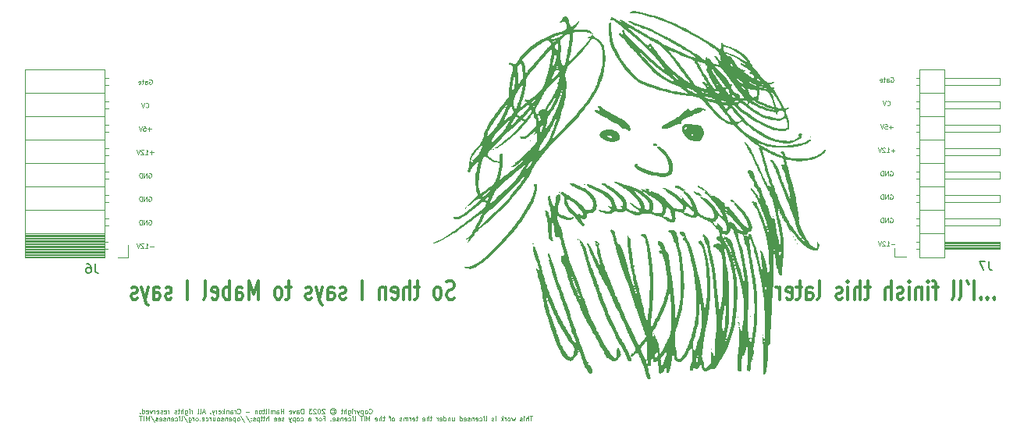
<source format=gbr>
%TF.GenerationSoftware,KiCad,Pcbnew,(6.0.11-0)*%
%TF.CreationDate,2023-07-04T02:05:23-04:00*%
%TF.ProjectId,merp,6d657270-2e6b-4696-9361-645f70636258,rev?*%
%TF.SameCoordinates,Original*%
%TF.FileFunction,Legend,Bot*%
%TF.FilePolarity,Positive*%
%FSLAX46Y46*%
G04 Gerber Fmt 4.6, Leading zero omitted, Abs format (unit mm)*
G04 Created by KiCad (PCBNEW (6.0.11-0)) date 2023-07-04 02:05:23*
%MOMM*%
%LPD*%
G01*
G04 APERTURE LIST*
%ADD10C,0.125000*%
%ADD11C,0.300000*%
%ADD12C,0.075000*%
%ADD13C,0.150000*%
%ADD14C,0.120000*%
G04 APERTURE END LIST*
D10*
X165800952Y-66914285D02*
X165420000Y-66914285D01*
X165610476Y-67104761D02*
X165610476Y-66723809D01*
X164920000Y-67104761D02*
X165205714Y-67104761D01*
X165062857Y-67104761D02*
X165062857Y-66604761D01*
X165110476Y-66676190D01*
X165158095Y-66723809D01*
X165205714Y-66747618D01*
X164729523Y-66652380D02*
X164705714Y-66628571D01*
X164658095Y-66604761D01*
X164539047Y-66604761D01*
X164491428Y-66628571D01*
X164467619Y-66652380D01*
X164443809Y-66699999D01*
X164443809Y-66747618D01*
X164467619Y-66819047D01*
X164753333Y-67104761D01*
X164443809Y-67104761D01*
X164300952Y-66604761D02*
X164134285Y-67104761D01*
X163967619Y-66604761D01*
D11*
X118022142Y-82959523D02*
X117807857Y-83054761D01*
X117450714Y-83054761D01*
X117307857Y-82959523D01*
X117236428Y-82864285D01*
X117165000Y-82673809D01*
X117165000Y-82483333D01*
X117236428Y-82292857D01*
X117307857Y-82197619D01*
X117450714Y-82102380D01*
X117736428Y-82007142D01*
X117879285Y-81911904D01*
X117950714Y-81816666D01*
X118022142Y-81626190D01*
X118022142Y-81435714D01*
X117950714Y-81245238D01*
X117879285Y-81150000D01*
X117736428Y-81054761D01*
X117379285Y-81054761D01*
X117165000Y-81150000D01*
X116307857Y-83054761D02*
X116450714Y-82959523D01*
X116522142Y-82864285D01*
X116593571Y-82673809D01*
X116593571Y-82102380D01*
X116522142Y-81911904D01*
X116450714Y-81816666D01*
X116307857Y-81721428D01*
X116093571Y-81721428D01*
X115950714Y-81816666D01*
X115879285Y-81911904D01*
X115807857Y-82102380D01*
X115807857Y-82673809D01*
X115879285Y-82864285D01*
X115950714Y-82959523D01*
X116093571Y-83054761D01*
X116307857Y-83054761D01*
X114236428Y-81721428D02*
X113665000Y-81721428D01*
X114022142Y-81054761D02*
X114022142Y-82769047D01*
X113950714Y-82959523D01*
X113807857Y-83054761D01*
X113665000Y-83054761D01*
X113165000Y-83054761D02*
X113165000Y-81054761D01*
X112522142Y-83054761D02*
X112522142Y-82007142D01*
X112593571Y-81816666D01*
X112736428Y-81721428D01*
X112950714Y-81721428D01*
X113093571Y-81816666D01*
X113165000Y-81911904D01*
X111236428Y-82959523D02*
X111379285Y-83054761D01*
X111665000Y-83054761D01*
X111807857Y-82959523D01*
X111879285Y-82769047D01*
X111879285Y-82007142D01*
X111807857Y-81816666D01*
X111665000Y-81721428D01*
X111379285Y-81721428D01*
X111236428Y-81816666D01*
X111165000Y-82007142D01*
X111165000Y-82197619D01*
X111879285Y-82388095D01*
X110522142Y-81721428D02*
X110522142Y-83054761D01*
X110522142Y-81911904D02*
X110450714Y-81816666D01*
X110307857Y-81721428D01*
X110093571Y-81721428D01*
X109950714Y-81816666D01*
X109879285Y-82007142D01*
X109879285Y-83054761D01*
X108022142Y-83054761D02*
X108022142Y-81054761D01*
X106236428Y-82959523D02*
X106093571Y-83054761D01*
X105807857Y-83054761D01*
X105665000Y-82959523D01*
X105593571Y-82769047D01*
X105593571Y-82673809D01*
X105665000Y-82483333D01*
X105807857Y-82388095D01*
X106022142Y-82388095D01*
X106165000Y-82292857D01*
X106236428Y-82102380D01*
X106236428Y-82007142D01*
X106165000Y-81816666D01*
X106022142Y-81721428D01*
X105807857Y-81721428D01*
X105665000Y-81816666D01*
X104307857Y-83054761D02*
X104307857Y-82007142D01*
X104379285Y-81816666D01*
X104522142Y-81721428D01*
X104807857Y-81721428D01*
X104950714Y-81816666D01*
X104307857Y-82959523D02*
X104450714Y-83054761D01*
X104807857Y-83054761D01*
X104950714Y-82959523D01*
X105022142Y-82769047D01*
X105022142Y-82578571D01*
X104950714Y-82388095D01*
X104807857Y-82292857D01*
X104450714Y-82292857D01*
X104307857Y-82197619D01*
X103736428Y-81721428D02*
X103379285Y-83054761D01*
X103022142Y-81721428D02*
X103379285Y-83054761D01*
X103522142Y-83530952D01*
X103593571Y-83626190D01*
X103736428Y-83721428D01*
X102522142Y-82959523D02*
X102379285Y-83054761D01*
X102093571Y-83054761D01*
X101950714Y-82959523D01*
X101879285Y-82769047D01*
X101879285Y-82673809D01*
X101950714Y-82483333D01*
X102093571Y-82388095D01*
X102307857Y-82388095D01*
X102450714Y-82292857D01*
X102522142Y-82102380D01*
X102522142Y-82007142D01*
X102450714Y-81816666D01*
X102307857Y-81721428D01*
X102093571Y-81721428D01*
X101950714Y-81816666D01*
X100307857Y-81721428D02*
X99736428Y-81721428D01*
X100093571Y-81054761D02*
X100093571Y-82769047D01*
X100022142Y-82959523D01*
X99879285Y-83054761D01*
X99736428Y-83054761D01*
X99022142Y-83054761D02*
X99165000Y-82959523D01*
X99236428Y-82864285D01*
X99307857Y-82673809D01*
X99307857Y-82102380D01*
X99236428Y-81911904D01*
X99165000Y-81816666D01*
X99022142Y-81721428D01*
X98807857Y-81721428D01*
X98665000Y-81816666D01*
X98593571Y-81911904D01*
X98522142Y-82102380D01*
X98522142Y-82673809D01*
X98593571Y-82864285D01*
X98665000Y-82959523D01*
X98807857Y-83054761D01*
X99022142Y-83054761D01*
X96736428Y-83054761D02*
X96736428Y-81054761D01*
X96236428Y-82483333D01*
X95736428Y-81054761D01*
X95736428Y-83054761D01*
X94379285Y-83054761D02*
X94379285Y-82007142D01*
X94450714Y-81816666D01*
X94593571Y-81721428D01*
X94879285Y-81721428D01*
X95022142Y-81816666D01*
X94379285Y-82959523D02*
X94522142Y-83054761D01*
X94879285Y-83054761D01*
X95022142Y-82959523D01*
X95093571Y-82769047D01*
X95093571Y-82578571D01*
X95022142Y-82388095D01*
X94879285Y-82292857D01*
X94522142Y-82292857D01*
X94379285Y-82197619D01*
X93665000Y-83054761D02*
X93665000Y-81054761D01*
X93665000Y-81816666D02*
X93522142Y-81721428D01*
X93236428Y-81721428D01*
X93093571Y-81816666D01*
X93022142Y-81911904D01*
X92950714Y-82102380D01*
X92950714Y-82673809D01*
X93022142Y-82864285D01*
X93093571Y-82959523D01*
X93236428Y-83054761D01*
X93522142Y-83054761D01*
X93665000Y-82959523D01*
X91736428Y-82959523D02*
X91879285Y-83054761D01*
X92165000Y-83054761D01*
X92307857Y-82959523D01*
X92379285Y-82769047D01*
X92379285Y-82007142D01*
X92307857Y-81816666D01*
X92165000Y-81721428D01*
X91879285Y-81721428D01*
X91736428Y-81816666D01*
X91665000Y-82007142D01*
X91665000Y-82197619D01*
X92379285Y-82388095D01*
X90807857Y-83054761D02*
X90950714Y-82959523D01*
X91022142Y-82769047D01*
X91022142Y-81054761D01*
X89093571Y-83054761D02*
X89093571Y-81054761D01*
X87307857Y-82959523D02*
X87165000Y-83054761D01*
X86879285Y-83054761D01*
X86736428Y-82959523D01*
X86665000Y-82769047D01*
X86665000Y-82673809D01*
X86736428Y-82483333D01*
X86879285Y-82388095D01*
X87093571Y-82388095D01*
X87236428Y-82292857D01*
X87307857Y-82102380D01*
X87307857Y-82007142D01*
X87236428Y-81816666D01*
X87093571Y-81721428D01*
X86879285Y-81721428D01*
X86736428Y-81816666D01*
X85379285Y-83054761D02*
X85379285Y-82007142D01*
X85450714Y-81816666D01*
X85593571Y-81721428D01*
X85879285Y-81721428D01*
X86022142Y-81816666D01*
X85379285Y-82959523D02*
X85522142Y-83054761D01*
X85879285Y-83054761D01*
X86022142Y-82959523D01*
X86093571Y-82769047D01*
X86093571Y-82578571D01*
X86022142Y-82388095D01*
X85879285Y-82292857D01*
X85522142Y-82292857D01*
X85379285Y-82197619D01*
X84807857Y-81721428D02*
X84450714Y-83054761D01*
X84093571Y-81721428D02*
X84450714Y-83054761D01*
X84593571Y-83530952D01*
X84665000Y-83626190D01*
X84807857Y-83721428D01*
X83593571Y-82959523D02*
X83450714Y-83054761D01*
X83165000Y-83054761D01*
X83022142Y-82959523D01*
X82950714Y-82769047D01*
X82950714Y-82673809D01*
X83022142Y-82483333D01*
X83165000Y-82388095D01*
X83379285Y-82388095D01*
X83522142Y-82292857D01*
X83593571Y-82102380D01*
X83593571Y-82007142D01*
X83522142Y-81816666D01*
X83379285Y-81721428D01*
X83165000Y-81721428D01*
X83022142Y-81816666D01*
D12*
X108769940Y-95389821D02*
X108793750Y-95413630D01*
X108865178Y-95437440D01*
X108912797Y-95437440D01*
X108984226Y-95413630D01*
X109031845Y-95366011D01*
X109055654Y-95318392D01*
X109079464Y-95223154D01*
X109079464Y-95151726D01*
X109055654Y-95056488D01*
X109031845Y-95008869D01*
X108984226Y-94961250D01*
X108912797Y-94937440D01*
X108865178Y-94937440D01*
X108793750Y-94961250D01*
X108769940Y-94985059D01*
X108484226Y-95437440D02*
X108531845Y-95413630D01*
X108555654Y-95389821D01*
X108579464Y-95342202D01*
X108579464Y-95199345D01*
X108555654Y-95151726D01*
X108531845Y-95127916D01*
X108484226Y-95104107D01*
X108412797Y-95104107D01*
X108365178Y-95127916D01*
X108341369Y-95151726D01*
X108317559Y-95199345D01*
X108317559Y-95342202D01*
X108341369Y-95389821D01*
X108365178Y-95413630D01*
X108412797Y-95437440D01*
X108484226Y-95437440D01*
X108103273Y-95104107D02*
X108103273Y-95604107D01*
X108103273Y-95127916D02*
X108055654Y-95104107D01*
X107960416Y-95104107D01*
X107912797Y-95127916D01*
X107888988Y-95151726D01*
X107865178Y-95199345D01*
X107865178Y-95342202D01*
X107888988Y-95389821D01*
X107912797Y-95413630D01*
X107960416Y-95437440D01*
X108055654Y-95437440D01*
X108103273Y-95413630D01*
X107698511Y-95104107D02*
X107579464Y-95437440D01*
X107460416Y-95104107D02*
X107579464Y-95437440D01*
X107627083Y-95556488D01*
X107650892Y-95580297D01*
X107698511Y-95604107D01*
X107269940Y-95437440D02*
X107269940Y-95104107D01*
X107269940Y-95199345D02*
X107246130Y-95151726D01*
X107222321Y-95127916D01*
X107174702Y-95104107D01*
X107127083Y-95104107D01*
X106960416Y-95437440D02*
X106960416Y-95104107D01*
X106960416Y-94937440D02*
X106984226Y-94961250D01*
X106960416Y-94985059D01*
X106936607Y-94961250D01*
X106960416Y-94937440D01*
X106960416Y-94985059D01*
X106508035Y-95104107D02*
X106508035Y-95508869D01*
X106531845Y-95556488D01*
X106555654Y-95580297D01*
X106603273Y-95604107D01*
X106674702Y-95604107D01*
X106722321Y-95580297D01*
X106508035Y-95413630D02*
X106555654Y-95437440D01*
X106650892Y-95437440D01*
X106698511Y-95413630D01*
X106722321Y-95389821D01*
X106746130Y-95342202D01*
X106746130Y-95199345D01*
X106722321Y-95151726D01*
X106698511Y-95127916D01*
X106650892Y-95104107D01*
X106555654Y-95104107D01*
X106508035Y-95127916D01*
X106269940Y-95437440D02*
X106269940Y-94937440D01*
X106055654Y-95437440D02*
X106055654Y-95175535D01*
X106079464Y-95127916D01*
X106127083Y-95104107D01*
X106198511Y-95104107D01*
X106246130Y-95127916D01*
X106269940Y-95151726D01*
X105888988Y-95104107D02*
X105698511Y-95104107D01*
X105817559Y-94937440D02*
X105817559Y-95366011D01*
X105793750Y-95413630D01*
X105746130Y-95437440D01*
X105698511Y-95437440D01*
X104746130Y-95056488D02*
X104793750Y-95032678D01*
X104888988Y-95032678D01*
X104936607Y-95056488D01*
X104984226Y-95104107D01*
X105008035Y-95151726D01*
X105008035Y-95246964D01*
X104984226Y-95294583D01*
X104936607Y-95342202D01*
X104888988Y-95366011D01*
X104793750Y-95366011D01*
X104746130Y-95342202D01*
X104841369Y-94866011D02*
X104960416Y-94889821D01*
X105079464Y-94961250D01*
X105150892Y-95080297D01*
X105174702Y-95199345D01*
X105150892Y-95318392D01*
X105079464Y-95437440D01*
X104960416Y-95508869D01*
X104841369Y-95532678D01*
X104722321Y-95508869D01*
X104603273Y-95437440D01*
X104531845Y-95318392D01*
X104508035Y-95199345D01*
X104531845Y-95080297D01*
X104603273Y-94961250D01*
X104722321Y-94889821D01*
X104841369Y-94866011D01*
X103936607Y-94985059D02*
X103912797Y-94961250D01*
X103865178Y-94937440D01*
X103746130Y-94937440D01*
X103698511Y-94961250D01*
X103674702Y-94985059D01*
X103650892Y-95032678D01*
X103650892Y-95080297D01*
X103674702Y-95151726D01*
X103960416Y-95437440D01*
X103650892Y-95437440D01*
X103341369Y-94937440D02*
X103293750Y-94937440D01*
X103246130Y-94961250D01*
X103222321Y-94985059D01*
X103198511Y-95032678D01*
X103174702Y-95127916D01*
X103174702Y-95246964D01*
X103198511Y-95342202D01*
X103222321Y-95389821D01*
X103246130Y-95413630D01*
X103293750Y-95437440D01*
X103341369Y-95437440D01*
X103388988Y-95413630D01*
X103412797Y-95389821D01*
X103436607Y-95342202D01*
X103460416Y-95246964D01*
X103460416Y-95127916D01*
X103436607Y-95032678D01*
X103412797Y-94985059D01*
X103388988Y-94961250D01*
X103341369Y-94937440D01*
X102984226Y-94985059D02*
X102960416Y-94961250D01*
X102912797Y-94937440D01*
X102793749Y-94937440D01*
X102746130Y-94961250D01*
X102722321Y-94985059D01*
X102698511Y-95032678D01*
X102698511Y-95080297D01*
X102722321Y-95151726D01*
X103008035Y-95437440D01*
X102698511Y-95437440D01*
X102531845Y-94937440D02*
X102222321Y-94937440D01*
X102388988Y-95127916D01*
X102317559Y-95127916D01*
X102269940Y-95151726D01*
X102246130Y-95175535D01*
X102222321Y-95223154D01*
X102222321Y-95342202D01*
X102246130Y-95389821D01*
X102269940Y-95413630D01*
X102317559Y-95437440D01*
X102460416Y-95437440D01*
X102508035Y-95413630D01*
X102531845Y-95389821D01*
X101627083Y-95437440D02*
X101627083Y-94937440D01*
X101508035Y-94937440D01*
X101436607Y-94961250D01*
X101388988Y-95008869D01*
X101365178Y-95056488D01*
X101341369Y-95151726D01*
X101341369Y-95223154D01*
X101365178Y-95318392D01*
X101388988Y-95366011D01*
X101436607Y-95413630D01*
X101508035Y-95437440D01*
X101627083Y-95437440D01*
X100912797Y-95437440D02*
X100912797Y-95175535D01*
X100936607Y-95127916D01*
X100984226Y-95104107D01*
X101079464Y-95104107D01*
X101127083Y-95127916D01*
X100912797Y-95413630D02*
X100960416Y-95437440D01*
X101079464Y-95437440D01*
X101127083Y-95413630D01*
X101150892Y-95366011D01*
X101150892Y-95318392D01*
X101127083Y-95270773D01*
X101079464Y-95246964D01*
X100960416Y-95246964D01*
X100912797Y-95223154D01*
X100722321Y-95104107D02*
X100603273Y-95437440D01*
X100484226Y-95104107D01*
X100103273Y-95413630D02*
X100150892Y-95437440D01*
X100246130Y-95437440D01*
X100293749Y-95413630D01*
X100317559Y-95366011D01*
X100317559Y-95175535D01*
X100293749Y-95127916D01*
X100246130Y-95104107D01*
X100150892Y-95104107D01*
X100103273Y-95127916D01*
X100079464Y-95175535D01*
X100079464Y-95223154D01*
X100317559Y-95270773D01*
X99484226Y-95437440D02*
X99484226Y-94937440D01*
X99484226Y-95175535D02*
X99198511Y-95175535D01*
X99198511Y-95437440D02*
X99198511Y-94937440D01*
X98746130Y-95437440D02*
X98746130Y-95175535D01*
X98769940Y-95127916D01*
X98817559Y-95104107D01*
X98912797Y-95104107D01*
X98960416Y-95127916D01*
X98746130Y-95413630D02*
X98793749Y-95437440D01*
X98912797Y-95437440D01*
X98960416Y-95413630D01*
X98984226Y-95366011D01*
X98984226Y-95318392D01*
X98960416Y-95270773D01*
X98912797Y-95246964D01*
X98793749Y-95246964D01*
X98746130Y-95223154D01*
X98508035Y-95437440D02*
X98508035Y-95104107D01*
X98508035Y-95151726D02*
X98484226Y-95127916D01*
X98436607Y-95104107D01*
X98365178Y-95104107D01*
X98317559Y-95127916D01*
X98293749Y-95175535D01*
X98293749Y-95437440D01*
X98293749Y-95175535D02*
X98269940Y-95127916D01*
X98222321Y-95104107D01*
X98150892Y-95104107D01*
X98103273Y-95127916D01*
X98079464Y-95175535D01*
X98079464Y-95437440D01*
X97841369Y-95437440D02*
X97841369Y-95104107D01*
X97841369Y-94937440D02*
X97865178Y-94961250D01*
X97841369Y-94985059D01*
X97817559Y-94961250D01*
X97841369Y-94937440D01*
X97841369Y-94985059D01*
X97531845Y-95437440D02*
X97579464Y-95413630D01*
X97603273Y-95366011D01*
X97603273Y-94937440D01*
X97412797Y-95104107D02*
X97222321Y-95104107D01*
X97341369Y-94937440D02*
X97341369Y-95366011D01*
X97317559Y-95413630D01*
X97269940Y-95437440D01*
X97222321Y-95437440D01*
X96984226Y-95437440D02*
X97031845Y-95413630D01*
X97055654Y-95389821D01*
X97079464Y-95342202D01*
X97079464Y-95199345D01*
X97055654Y-95151726D01*
X97031845Y-95127916D01*
X96984226Y-95104107D01*
X96912797Y-95104107D01*
X96865178Y-95127916D01*
X96841369Y-95151726D01*
X96817559Y-95199345D01*
X96817559Y-95342202D01*
X96841369Y-95389821D01*
X96865178Y-95413630D01*
X96912797Y-95437440D01*
X96984226Y-95437440D01*
X96603273Y-95104107D02*
X96603273Y-95437440D01*
X96603273Y-95151726D02*
X96579464Y-95127916D01*
X96531845Y-95104107D01*
X96460416Y-95104107D01*
X96412797Y-95127916D01*
X96388988Y-95175535D01*
X96388988Y-95437440D01*
X95769940Y-95246964D02*
X95388988Y-95246964D01*
X94484226Y-95389821D02*
X94508035Y-95413630D01*
X94579464Y-95437440D01*
X94627083Y-95437440D01*
X94698511Y-95413630D01*
X94746130Y-95366011D01*
X94769940Y-95318392D01*
X94793750Y-95223154D01*
X94793750Y-95151726D01*
X94769940Y-95056488D01*
X94746130Y-95008869D01*
X94698511Y-94961250D01*
X94627083Y-94937440D01*
X94579464Y-94937440D01*
X94508035Y-94961250D01*
X94484226Y-94985059D01*
X94269940Y-95437440D02*
X94269940Y-95104107D01*
X94269940Y-95199345D02*
X94246130Y-95151726D01*
X94222321Y-95127916D01*
X94174702Y-95104107D01*
X94127083Y-95104107D01*
X93746130Y-95437440D02*
X93746130Y-95175535D01*
X93769940Y-95127916D01*
X93817559Y-95104107D01*
X93912797Y-95104107D01*
X93960416Y-95127916D01*
X93746130Y-95413630D02*
X93793750Y-95437440D01*
X93912797Y-95437440D01*
X93960416Y-95413630D01*
X93984226Y-95366011D01*
X93984226Y-95318392D01*
X93960416Y-95270773D01*
X93912797Y-95246964D01*
X93793750Y-95246964D01*
X93746130Y-95223154D01*
X93508035Y-95104107D02*
X93508035Y-95437440D01*
X93508035Y-95151726D02*
X93484226Y-95127916D01*
X93436607Y-95104107D01*
X93365178Y-95104107D01*
X93317559Y-95127916D01*
X93293750Y-95175535D01*
X93293750Y-95437440D01*
X93055654Y-95437440D02*
X93055654Y-94937440D01*
X93008035Y-95246964D02*
X92865178Y-95437440D01*
X92865178Y-95104107D02*
X93055654Y-95294583D01*
X92460416Y-95413630D02*
X92508035Y-95437440D01*
X92603273Y-95437440D01*
X92650892Y-95413630D01*
X92674702Y-95366011D01*
X92674702Y-95175535D01*
X92650892Y-95127916D01*
X92603273Y-95104107D01*
X92508035Y-95104107D01*
X92460416Y-95127916D01*
X92436607Y-95175535D01*
X92436607Y-95223154D01*
X92674702Y-95270773D01*
X92222321Y-95437440D02*
X92222321Y-95104107D01*
X92222321Y-95199345D02*
X92198511Y-95151726D01*
X92174702Y-95127916D01*
X92127083Y-95104107D01*
X92079464Y-95104107D01*
X91960416Y-95104107D02*
X91841369Y-95437440D01*
X91722321Y-95104107D02*
X91841369Y-95437440D01*
X91888988Y-95556488D01*
X91912797Y-95580297D01*
X91960416Y-95604107D01*
X91531845Y-95389821D02*
X91508035Y-95413630D01*
X91531845Y-95437440D01*
X91555654Y-95413630D01*
X91531845Y-95389821D01*
X91531845Y-95437440D01*
X90936607Y-95294583D02*
X90698511Y-95294583D01*
X90984226Y-95437440D02*
X90817559Y-94937440D01*
X90650892Y-95437440D01*
X90412797Y-95437440D02*
X90460416Y-95413630D01*
X90484226Y-95366011D01*
X90484226Y-94937440D01*
X90150892Y-95437440D02*
X90198511Y-95413630D01*
X90222321Y-95366011D01*
X90222321Y-94937440D01*
X89579464Y-95437440D02*
X89579464Y-95104107D01*
X89579464Y-95199345D02*
X89555654Y-95151726D01*
X89531845Y-95127916D01*
X89484226Y-95104107D01*
X89436607Y-95104107D01*
X89269940Y-95437440D02*
X89269940Y-95104107D01*
X89269940Y-94937440D02*
X89293750Y-94961250D01*
X89269940Y-94985059D01*
X89246130Y-94961250D01*
X89269940Y-94937440D01*
X89269940Y-94985059D01*
X88817559Y-95104107D02*
X88817559Y-95508869D01*
X88841369Y-95556488D01*
X88865178Y-95580297D01*
X88912797Y-95604107D01*
X88984226Y-95604107D01*
X89031845Y-95580297D01*
X88817559Y-95413630D02*
X88865178Y-95437440D01*
X88960416Y-95437440D01*
X89008035Y-95413630D01*
X89031845Y-95389821D01*
X89055654Y-95342202D01*
X89055654Y-95199345D01*
X89031845Y-95151726D01*
X89008035Y-95127916D01*
X88960416Y-95104107D01*
X88865178Y-95104107D01*
X88817559Y-95127916D01*
X88579464Y-95437440D02*
X88579464Y-94937440D01*
X88365178Y-95437440D02*
X88365178Y-95175535D01*
X88388988Y-95127916D01*
X88436607Y-95104107D01*
X88508035Y-95104107D01*
X88555654Y-95127916D01*
X88579464Y-95151726D01*
X88198511Y-95104107D02*
X88008035Y-95104107D01*
X88127083Y-94937440D02*
X88127083Y-95366011D01*
X88103273Y-95413630D01*
X88055654Y-95437440D01*
X88008035Y-95437440D01*
X87865178Y-95413630D02*
X87817559Y-95437440D01*
X87722321Y-95437440D01*
X87674702Y-95413630D01*
X87650892Y-95366011D01*
X87650892Y-95342202D01*
X87674702Y-95294583D01*
X87722321Y-95270773D01*
X87793750Y-95270773D01*
X87841369Y-95246964D01*
X87865178Y-95199345D01*
X87865178Y-95175535D01*
X87841369Y-95127916D01*
X87793750Y-95104107D01*
X87722321Y-95104107D01*
X87674702Y-95127916D01*
X87055654Y-95437440D02*
X87055654Y-95104107D01*
X87055654Y-95199345D02*
X87031845Y-95151726D01*
X87008035Y-95127916D01*
X86960416Y-95104107D01*
X86912797Y-95104107D01*
X86555654Y-95413630D02*
X86603273Y-95437440D01*
X86698511Y-95437440D01*
X86746130Y-95413630D01*
X86769940Y-95366011D01*
X86769940Y-95175535D01*
X86746130Y-95127916D01*
X86698511Y-95104107D01*
X86603273Y-95104107D01*
X86555654Y-95127916D01*
X86531845Y-95175535D01*
X86531845Y-95223154D01*
X86769940Y-95270773D01*
X86341369Y-95413630D02*
X86293750Y-95437440D01*
X86198511Y-95437440D01*
X86150892Y-95413630D01*
X86127083Y-95366011D01*
X86127083Y-95342202D01*
X86150892Y-95294583D01*
X86198511Y-95270773D01*
X86269940Y-95270773D01*
X86317559Y-95246964D01*
X86341369Y-95199345D01*
X86341369Y-95175535D01*
X86317559Y-95127916D01*
X86269940Y-95104107D01*
X86198511Y-95104107D01*
X86150892Y-95127916D01*
X85722321Y-95413630D02*
X85769940Y-95437440D01*
X85865178Y-95437440D01*
X85912797Y-95413630D01*
X85936607Y-95366011D01*
X85936607Y-95175535D01*
X85912797Y-95127916D01*
X85865178Y-95104107D01*
X85769940Y-95104107D01*
X85722321Y-95127916D01*
X85698511Y-95175535D01*
X85698511Y-95223154D01*
X85936607Y-95270773D01*
X85484226Y-95437440D02*
X85484226Y-95104107D01*
X85484226Y-95199345D02*
X85460416Y-95151726D01*
X85436607Y-95127916D01*
X85388988Y-95104107D01*
X85341369Y-95104107D01*
X85222321Y-95104107D02*
X85103273Y-95437440D01*
X84984226Y-95104107D01*
X84603273Y-95413630D02*
X84650892Y-95437440D01*
X84746130Y-95437440D01*
X84793750Y-95413630D01*
X84817559Y-95366011D01*
X84817559Y-95175535D01*
X84793750Y-95127916D01*
X84746130Y-95104107D01*
X84650892Y-95104107D01*
X84603273Y-95127916D01*
X84579464Y-95175535D01*
X84579464Y-95223154D01*
X84817559Y-95270773D01*
X84150892Y-95437440D02*
X84150892Y-94937440D01*
X84150892Y-95413630D02*
X84198511Y-95437440D01*
X84293750Y-95437440D01*
X84341369Y-95413630D01*
X84365178Y-95389821D01*
X84388988Y-95342202D01*
X84388988Y-95199345D01*
X84365178Y-95151726D01*
X84341369Y-95127916D01*
X84293750Y-95104107D01*
X84198511Y-95104107D01*
X84150892Y-95127916D01*
X83912797Y-95389821D02*
X83888988Y-95413630D01*
X83912797Y-95437440D01*
X83936607Y-95413630D01*
X83912797Y-95389821D01*
X83912797Y-95437440D01*
X126484226Y-95742440D02*
X126198511Y-95742440D01*
X126341369Y-96242440D02*
X126341369Y-95742440D01*
X126031845Y-96242440D02*
X126031845Y-95742440D01*
X125817559Y-96242440D02*
X125817559Y-95980535D01*
X125841369Y-95932916D01*
X125888988Y-95909107D01*
X125960416Y-95909107D01*
X126008035Y-95932916D01*
X126031845Y-95956726D01*
X125579464Y-96242440D02*
X125579464Y-95909107D01*
X125579464Y-95742440D02*
X125603273Y-95766250D01*
X125579464Y-95790059D01*
X125555654Y-95766250D01*
X125579464Y-95742440D01*
X125579464Y-95790059D01*
X125365178Y-96218630D02*
X125317559Y-96242440D01*
X125222321Y-96242440D01*
X125174702Y-96218630D01*
X125150892Y-96171011D01*
X125150892Y-96147202D01*
X125174702Y-96099583D01*
X125222321Y-96075773D01*
X125293749Y-96075773D01*
X125341369Y-96051964D01*
X125365178Y-96004345D01*
X125365178Y-95980535D01*
X125341369Y-95932916D01*
X125293749Y-95909107D01*
X125222321Y-95909107D01*
X125174702Y-95932916D01*
X124603273Y-95909107D02*
X124508035Y-96242440D01*
X124412797Y-96004345D01*
X124317559Y-96242440D01*
X124222321Y-95909107D01*
X123960416Y-96242440D02*
X124008035Y-96218630D01*
X124031845Y-96194821D01*
X124055654Y-96147202D01*
X124055654Y-96004345D01*
X124031845Y-95956726D01*
X124008035Y-95932916D01*
X123960416Y-95909107D01*
X123888988Y-95909107D01*
X123841369Y-95932916D01*
X123817559Y-95956726D01*
X123793749Y-96004345D01*
X123793749Y-96147202D01*
X123817559Y-96194821D01*
X123841369Y-96218630D01*
X123888988Y-96242440D01*
X123960416Y-96242440D01*
X123579464Y-96242440D02*
X123579464Y-95909107D01*
X123579464Y-96004345D02*
X123555654Y-95956726D01*
X123531845Y-95932916D01*
X123484226Y-95909107D01*
X123436607Y-95909107D01*
X123269940Y-96242440D02*
X123269940Y-95742440D01*
X123222321Y-96051964D02*
X123079464Y-96242440D01*
X123079464Y-95909107D02*
X123269940Y-96099583D01*
X122484226Y-96242440D02*
X122484226Y-95909107D01*
X122484226Y-95742440D02*
X122508035Y-95766250D01*
X122484226Y-95790059D01*
X122460416Y-95766250D01*
X122484226Y-95742440D01*
X122484226Y-95790059D01*
X122269940Y-96218630D02*
X122222321Y-96242440D01*
X122127083Y-96242440D01*
X122079464Y-96218630D01*
X122055654Y-96171011D01*
X122055654Y-96147202D01*
X122079464Y-96099583D01*
X122127083Y-96075773D01*
X122198511Y-96075773D01*
X122246130Y-96051964D01*
X122269940Y-96004345D01*
X122269940Y-95980535D01*
X122246130Y-95932916D01*
X122198511Y-95909107D01*
X122127083Y-95909107D01*
X122079464Y-95932916D01*
X121388988Y-96242440D02*
X121436607Y-96218630D01*
X121460416Y-96171011D01*
X121460416Y-95742440D01*
X121198511Y-96242440D02*
X121198511Y-95909107D01*
X121198511Y-95742440D02*
X121222321Y-95766250D01*
X121198511Y-95790059D01*
X121174702Y-95766250D01*
X121198511Y-95742440D01*
X121198511Y-95790059D01*
X120746130Y-96218630D02*
X120793749Y-96242440D01*
X120888988Y-96242440D01*
X120936607Y-96218630D01*
X120960416Y-96194821D01*
X120984226Y-96147202D01*
X120984226Y-96004345D01*
X120960416Y-95956726D01*
X120936607Y-95932916D01*
X120888988Y-95909107D01*
X120793749Y-95909107D01*
X120746130Y-95932916D01*
X120341369Y-96218630D02*
X120388988Y-96242440D01*
X120484226Y-96242440D01*
X120531845Y-96218630D01*
X120555654Y-96171011D01*
X120555654Y-95980535D01*
X120531845Y-95932916D01*
X120484226Y-95909107D01*
X120388988Y-95909107D01*
X120341369Y-95932916D01*
X120317559Y-95980535D01*
X120317559Y-96028154D01*
X120555654Y-96075773D01*
X120103273Y-95909107D02*
X120103273Y-96242440D01*
X120103273Y-95956726D02*
X120079464Y-95932916D01*
X120031845Y-95909107D01*
X119960416Y-95909107D01*
X119912797Y-95932916D01*
X119888988Y-95980535D01*
X119888988Y-96242440D01*
X119674702Y-96218630D02*
X119627083Y-96242440D01*
X119531845Y-96242440D01*
X119484226Y-96218630D01*
X119460416Y-96171011D01*
X119460416Y-96147202D01*
X119484226Y-96099583D01*
X119531845Y-96075773D01*
X119603273Y-96075773D01*
X119650892Y-96051964D01*
X119674702Y-96004345D01*
X119674702Y-95980535D01*
X119650892Y-95932916D01*
X119603273Y-95909107D01*
X119531845Y-95909107D01*
X119484226Y-95932916D01*
X119055654Y-96218630D02*
X119103273Y-96242440D01*
X119198511Y-96242440D01*
X119246130Y-96218630D01*
X119269940Y-96171011D01*
X119269940Y-95980535D01*
X119246130Y-95932916D01*
X119198511Y-95909107D01*
X119103273Y-95909107D01*
X119055654Y-95932916D01*
X119031845Y-95980535D01*
X119031845Y-96028154D01*
X119269940Y-96075773D01*
X118603273Y-96242440D02*
X118603273Y-95742440D01*
X118603273Y-96218630D02*
X118650892Y-96242440D01*
X118746130Y-96242440D01*
X118793749Y-96218630D01*
X118817559Y-96194821D01*
X118841369Y-96147202D01*
X118841369Y-96004345D01*
X118817559Y-95956726D01*
X118793749Y-95932916D01*
X118746130Y-95909107D01*
X118650892Y-95909107D01*
X118603273Y-95932916D01*
X117769940Y-95909107D02*
X117769940Y-96242440D01*
X117984226Y-95909107D02*
X117984226Y-96171011D01*
X117960416Y-96218630D01*
X117912797Y-96242440D01*
X117841369Y-96242440D01*
X117793749Y-96218630D01*
X117769940Y-96194821D01*
X117531845Y-95909107D02*
X117531845Y-96242440D01*
X117531845Y-95956726D02*
X117508035Y-95932916D01*
X117460416Y-95909107D01*
X117388988Y-95909107D01*
X117341369Y-95932916D01*
X117317559Y-95980535D01*
X117317559Y-96242440D01*
X116865178Y-96242440D02*
X116865178Y-95742440D01*
X116865178Y-96218630D02*
X116912797Y-96242440D01*
X117008035Y-96242440D01*
X117055654Y-96218630D01*
X117079464Y-96194821D01*
X117103273Y-96147202D01*
X117103273Y-96004345D01*
X117079464Y-95956726D01*
X117055654Y-95932916D01*
X117008035Y-95909107D01*
X116912797Y-95909107D01*
X116865178Y-95932916D01*
X116436607Y-96218630D02*
X116484226Y-96242440D01*
X116579464Y-96242440D01*
X116627083Y-96218630D01*
X116650892Y-96171011D01*
X116650892Y-95980535D01*
X116627083Y-95932916D01*
X116579464Y-95909107D01*
X116484226Y-95909107D01*
X116436607Y-95932916D01*
X116412797Y-95980535D01*
X116412797Y-96028154D01*
X116650892Y-96075773D01*
X116198511Y-96242440D02*
X116198511Y-95909107D01*
X116198511Y-96004345D02*
X116174702Y-95956726D01*
X116150892Y-95932916D01*
X116103273Y-95909107D01*
X116055654Y-95909107D01*
X115579464Y-95909107D02*
X115388988Y-95909107D01*
X115508035Y-95742440D02*
X115508035Y-96171011D01*
X115484226Y-96218630D01*
X115436607Y-96242440D01*
X115388988Y-96242440D01*
X115222321Y-96242440D02*
X115222321Y-95742440D01*
X115008035Y-96242440D02*
X115008035Y-95980535D01*
X115031845Y-95932916D01*
X115079464Y-95909107D01*
X115150892Y-95909107D01*
X115198511Y-95932916D01*
X115222321Y-95956726D01*
X114579464Y-96218630D02*
X114627083Y-96242440D01*
X114722321Y-96242440D01*
X114769940Y-96218630D01*
X114793749Y-96171011D01*
X114793749Y-95980535D01*
X114769940Y-95932916D01*
X114722321Y-95909107D01*
X114627083Y-95909107D01*
X114579464Y-95932916D01*
X114555654Y-95980535D01*
X114555654Y-96028154D01*
X114793749Y-96075773D01*
X114031845Y-95909107D02*
X113841369Y-95909107D01*
X113960416Y-95742440D02*
X113960416Y-96171011D01*
X113936607Y-96218630D01*
X113888988Y-96242440D01*
X113841369Y-96242440D01*
X113484226Y-96218630D02*
X113531845Y-96242440D01*
X113627083Y-96242440D01*
X113674702Y-96218630D01*
X113698511Y-96171011D01*
X113698511Y-95980535D01*
X113674702Y-95932916D01*
X113627083Y-95909107D01*
X113531845Y-95909107D01*
X113484226Y-95932916D01*
X113460416Y-95980535D01*
X113460416Y-96028154D01*
X113698511Y-96075773D01*
X113246130Y-96242440D02*
X113246130Y-95909107D01*
X113246130Y-96004345D02*
X113222321Y-95956726D01*
X113198511Y-95932916D01*
X113150892Y-95909107D01*
X113103273Y-95909107D01*
X112936607Y-96242440D02*
X112936607Y-95909107D01*
X112936607Y-95956726D02*
X112912797Y-95932916D01*
X112865178Y-95909107D01*
X112793749Y-95909107D01*
X112746130Y-95932916D01*
X112722321Y-95980535D01*
X112722321Y-96242440D01*
X112722321Y-95980535D02*
X112698511Y-95932916D01*
X112650892Y-95909107D01*
X112579464Y-95909107D01*
X112531845Y-95932916D01*
X112508035Y-95980535D01*
X112508035Y-96242440D01*
X112293749Y-96218630D02*
X112246130Y-96242440D01*
X112150892Y-96242440D01*
X112103273Y-96218630D01*
X112079464Y-96171011D01*
X112079464Y-96147202D01*
X112103273Y-96099583D01*
X112150892Y-96075773D01*
X112222321Y-96075773D01*
X112269940Y-96051964D01*
X112293749Y-96004345D01*
X112293749Y-95980535D01*
X112269940Y-95932916D01*
X112222321Y-95909107D01*
X112150892Y-95909107D01*
X112103273Y-95932916D01*
X111412797Y-96242440D02*
X111460416Y-96218630D01*
X111484226Y-96194821D01*
X111508035Y-96147202D01*
X111508035Y-96004345D01*
X111484226Y-95956726D01*
X111460416Y-95932916D01*
X111412797Y-95909107D01*
X111341369Y-95909107D01*
X111293749Y-95932916D01*
X111269940Y-95956726D01*
X111246130Y-96004345D01*
X111246130Y-96147202D01*
X111269940Y-96194821D01*
X111293749Y-96218630D01*
X111341369Y-96242440D01*
X111412797Y-96242440D01*
X111103273Y-95909107D02*
X110912797Y-95909107D01*
X111031845Y-96242440D02*
X111031845Y-95813869D01*
X111008035Y-95766250D01*
X110960416Y-95742440D01*
X110912797Y-95742440D01*
X110436607Y-95909107D02*
X110246130Y-95909107D01*
X110365178Y-95742440D02*
X110365178Y-96171011D01*
X110341369Y-96218630D01*
X110293749Y-96242440D01*
X110246130Y-96242440D01*
X110079464Y-96242440D02*
X110079464Y-95742440D01*
X109865178Y-96242440D02*
X109865178Y-95980535D01*
X109888988Y-95932916D01*
X109936607Y-95909107D01*
X110008035Y-95909107D01*
X110055654Y-95932916D01*
X110079464Y-95956726D01*
X109436607Y-96218630D02*
X109484226Y-96242440D01*
X109579464Y-96242440D01*
X109627083Y-96218630D01*
X109650892Y-96171011D01*
X109650892Y-95980535D01*
X109627083Y-95932916D01*
X109579464Y-95909107D01*
X109484226Y-95909107D01*
X109436607Y-95932916D01*
X109412797Y-95980535D01*
X109412797Y-96028154D01*
X109650892Y-96075773D01*
X108817559Y-96242440D02*
X108817559Y-95742440D01*
X108650892Y-96099583D01*
X108484226Y-95742440D01*
X108484226Y-96242440D01*
X108246130Y-96242440D02*
X108246130Y-95742440D01*
X108079464Y-95742440D02*
X107793749Y-95742440D01*
X107936607Y-96242440D02*
X107936607Y-95742440D01*
X107174702Y-96242440D02*
X107222321Y-96218630D01*
X107246130Y-96171011D01*
X107246130Y-95742440D01*
X106984226Y-96242440D02*
X106984226Y-95909107D01*
X106984226Y-95742440D02*
X107008035Y-95766250D01*
X106984226Y-95790059D01*
X106960416Y-95766250D01*
X106984226Y-95742440D01*
X106984226Y-95790059D01*
X106531845Y-96218630D02*
X106579464Y-96242440D01*
X106674702Y-96242440D01*
X106722321Y-96218630D01*
X106746130Y-96194821D01*
X106769940Y-96147202D01*
X106769940Y-96004345D01*
X106746130Y-95956726D01*
X106722321Y-95932916D01*
X106674702Y-95909107D01*
X106579464Y-95909107D01*
X106531845Y-95932916D01*
X106127083Y-96218630D02*
X106174702Y-96242440D01*
X106269940Y-96242440D01*
X106317559Y-96218630D01*
X106341369Y-96171011D01*
X106341369Y-95980535D01*
X106317559Y-95932916D01*
X106269940Y-95909107D01*
X106174702Y-95909107D01*
X106127083Y-95932916D01*
X106103273Y-95980535D01*
X106103273Y-96028154D01*
X106341369Y-96075773D01*
X105888988Y-95909107D02*
X105888988Y-96242440D01*
X105888988Y-95956726D02*
X105865178Y-95932916D01*
X105817559Y-95909107D01*
X105746130Y-95909107D01*
X105698511Y-95932916D01*
X105674702Y-95980535D01*
X105674702Y-96242440D01*
X105460416Y-96218630D02*
X105412797Y-96242440D01*
X105317559Y-96242440D01*
X105269940Y-96218630D01*
X105246130Y-96171011D01*
X105246130Y-96147202D01*
X105269940Y-96099583D01*
X105317559Y-96075773D01*
X105388988Y-96075773D01*
X105436607Y-96051964D01*
X105460416Y-96004345D01*
X105460416Y-95980535D01*
X105436607Y-95932916D01*
X105388988Y-95909107D01*
X105317559Y-95909107D01*
X105269940Y-95932916D01*
X104841369Y-96218630D02*
X104888988Y-96242440D01*
X104984226Y-96242440D01*
X105031845Y-96218630D01*
X105055654Y-96171011D01*
X105055654Y-95980535D01*
X105031845Y-95932916D01*
X104984226Y-95909107D01*
X104888988Y-95909107D01*
X104841369Y-95932916D01*
X104817559Y-95980535D01*
X104817559Y-96028154D01*
X105055654Y-96075773D01*
X104603273Y-96194821D02*
X104579464Y-96218630D01*
X104603273Y-96242440D01*
X104627083Y-96218630D01*
X104603273Y-96194821D01*
X104603273Y-96242440D01*
X103817559Y-95980535D02*
X103984226Y-95980535D01*
X103984226Y-96242440D02*
X103984226Y-95742440D01*
X103746130Y-95742440D01*
X103484226Y-96242440D02*
X103531845Y-96218630D01*
X103555654Y-96194821D01*
X103579464Y-96147202D01*
X103579464Y-96004345D01*
X103555654Y-95956726D01*
X103531845Y-95932916D01*
X103484226Y-95909107D01*
X103412797Y-95909107D01*
X103365178Y-95932916D01*
X103341369Y-95956726D01*
X103317559Y-96004345D01*
X103317559Y-96147202D01*
X103341369Y-96194821D01*
X103365178Y-96218630D01*
X103412797Y-96242440D01*
X103484226Y-96242440D01*
X103103273Y-96242440D02*
X103103273Y-95909107D01*
X103103273Y-96004345D02*
X103079464Y-95956726D01*
X103055654Y-95932916D01*
X103008035Y-95909107D01*
X102960416Y-95909107D01*
X102198511Y-96242440D02*
X102198511Y-95980535D01*
X102222321Y-95932916D01*
X102269940Y-95909107D01*
X102365178Y-95909107D01*
X102412797Y-95932916D01*
X102198511Y-96218630D02*
X102246130Y-96242440D01*
X102365178Y-96242440D01*
X102412797Y-96218630D01*
X102436607Y-96171011D01*
X102436607Y-96123392D01*
X102412797Y-96075773D01*
X102365178Y-96051964D01*
X102246130Y-96051964D01*
X102198511Y-96028154D01*
X101365178Y-96218630D02*
X101412797Y-96242440D01*
X101508035Y-96242440D01*
X101555654Y-96218630D01*
X101579464Y-96194821D01*
X101603273Y-96147202D01*
X101603273Y-96004345D01*
X101579464Y-95956726D01*
X101555654Y-95932916D01*
X101508035Y-95909107D01*
X101412797Y-95909107D01*
X101365178Y-95932916D01*
X101079464Y-96242440D02*
X101127083Y-96218630D01*
X101150892Y-96194821D01*
X101174702Y-96147202D01*
X101174702Y-96004345D01*
X101150892Y-95956726D01*
X101127083Y-95932916D01*
X101079464Y-95909107D01*
X101008035Y-95909107D01*
X100960416Y-95932916D01*
X100936607Y-95956726D01*
X100912797Y-96004345D01*
X100912797Y-96147202D01*
X100936607Y-96194821D01*
X100960416Y-96218630D01*
X101008035Y-96242440D01*
X101079464Y-96242440D01*
X100698511Y-95909107D02*
X100698511Y-96409107D01*
X100698511Y-95932916D02*
X100650892Y-95909107D01*
X100555654Y-95909107D01*
X100508035Y-95932916D01*
X100484226Y-95956726D01*
X100460416Y-96004345D01*
X100460416Y-96147202D01*
X100484226Y-96194821D01*
X100508035Y-96218630D01*
X100555654Y-96242440D01*
X100650892Y-96242440D01*
X100698511Y-96218630D01*
X100293749Y-95909107D02*
X100174702Y-96242440D01*
X100055654Y-95909107D02*
X100174702Y-96242440D01*
X100222321Y-96361488D01*
X100246130Y-96385297D01*
X100293749Y-96409107D01*
X99508035Y-96218630D02*
X99460416Y-96242440D01*
X99365178Y-96242440D01*
X99317559Y-96218630D01*
X99293749Y-96171011D01*
X99293749Y-96147202D01*
X99317559Y-96099583D01*
X99365178Y-96075773D01*
X99436607Y-96075773D01*
X99484226Y-96051964D01*
X99508035Y-96004345D01*
X99508035Y-95980535D01*
X99484226Y-95932916D01*
X99436607Y-95909107D01*
X99365178Y-95909107D01*
X99317559Y-95932916D01*
X98888988Y-96218630D02*
X98936607Y-96242440D01*
X99031845Y-96242440D01*
X99079464Y-96218630D01*
X99103273Y-96171011D01*
X99103273Y-95980535D01*
X99079464Y-95932916D01*
X99031845Y-95909107D01*
X98936607Y-95909107D01*
X98888988Y-95932916D01*
X98865178Y-95980535D01*
X98865178Y-96028154D01*
X99103273Y-96075773D01*
X98460416Y-96218630D02*
X98508035Y-96242440D01*
X98603273Y-96242440D01*
X98650892Y-96218630D01*
X98674702Y-96171011D01*
X98674702Y-95980535D01*
X98650892Y-95932916D01*
X98603273Y-95909107D01*
X98508035Y-95909107D01*
X98460416Y-95932916D01*
X98436607Y-95980535D01*
X98436607Y-96028154D01*
X98674702Y-96075773D01*
X97841369Y-96242440D02*
X97841369Y-95742440D01*
X97627083Y-96242440D02*
X97627083Y-95980535D01*
X97650892Y-95932916D01*
X97698511Y-95909107D01*
X97769940Y-95909107D01*
X97817559Y-95932916D01*
X97841369Y-95956726D01*
X97460416Y-95909107D02*
X97269940Y-95909107D01*
X97388988Y-95742440D02*
X97388988Y-96171011D01*
X97365178Y-96218630D01*
X97317559Y-96242440D01*
X97269940Y-96242440D01*
X97174702Y-95909107D02*
X96984226Y-95909107D01*
X97103273Y-95742440D02*
X97103273Y-96171011D01*
X97079464Y-96218630D01*
X97031845Y-96242440D01*
X96984226Y-96242440D01*
X96817559Y-95909107D02*
X96817559Y-96409107D01*
X96817559Y-95932916D02*
X96769940Y-95909107D01*
X96674702Y-95909107D01*
X96627083Y-95932916D01*
X96603273Y-95956726D01*
X96579464Y-96004345D01*
X96579464Y-96147202D01*
X96603273Y-96194821D01*
X96627083Y-96218630D01*
X96674702Y-96242440D01*
X96769940Y-96242440D01*
X96817559Y-96218630D01*
X96388988Y-96218630D02*
X96341369Y-96242440D01*
X96246130Y-96242440D01*
X96198511Y-96218630D01*
X96174702Y-96171011D01*
X96174702Y-96147202D01*
X96198511Y-96099583D01*
X96246130Y-96075773D01*
X96317559Y-96075773D01*
X96365178Y-96051964D01*
X96388988Y-96004345D01*
X96388988Y-95980535D01*
X96365178Y-95932916D01*
X96317559Y-95909107D01*
X96246130Y-95909107D01*
X96198511Y-95932916D01*
X95960416Y-96194821D02*
X95936607Y-96218630D01*
X95960416Y-96242440D01*
X95984226Y-96218630D01*
X95960416Y-96194821D01*
X95960416Y-96242440D01*
X95960416Y-95932916D02*
X95936607Y-95956726D01*
X95960416Y-95980535D01*
X95984226Y-95956726D01*
X95960416Y-95932916D01*
X95960416Y-95980535D01*
X95365178Y-95718630D02*
X95793749Y-96361488D01*
X94841369Y-95718630D02*
X95269940Y-96361488D01*
X94603273Y-96242440D02*
X94650892Y-96218630D01*
X94674702Y-96194821D01*
X94698511Y-96147202D01*
X94698511Y-96004345D01*
X94674702Y-95956726D01*
X94650892Y-95932916D01*
X94603273Y-95909107D01*
X94531845Y-95909107D01*
X94484226Y-95932916D01*
X94460416Y-95956726D01*
X94436607Y-96004345D01*
X94436607Y-96147202D01*
X94460416Y-96194821D01*
X94484226Y-96218630D01*
X94531845Y-96242440D01*
X94603273Y-96242440D01*
X94222321Y-95909107D02*
X94222321Y-96409107D01*
X94222321Y-95932916D02*
X94174702Y-95909107D01*
X94079464Y-95909107D01*
X94031845Y-95932916D01*
X94008035Y-95956726D01*
X93984226Y-96004345D01*
X93984226Y-96147202D01*
X94008035Y-96194821D01*
X94031845Y-96218630D01*
X94079464Y-96242440D01*
X94174702Y-96242440D01*
X94222321Y-96218630D01*
X93579464Y-96218630D02*
X93627083Y-96242440D01*
X93722321Y-96242440D01*
X93769940Y-96218630D01*
X93793749Y-96171011D01*
X93793749Y-95980535D01*
X93769940Y-95932916D01*
X93722321Y-95909107D01*
X93627083Y-95909107D01*
X93579464Y-95932916D01*
X93555654Y-95980535D01*
X93555654Y-96028154D01*
X93793749Y-96075773D01*
X93341369Y-95909107D02*
X93341369Y-96242440D01*
X93341369Y-95956726D02*
X93317559Y-95932916D01*
X93269940Y-95909107D01*
X93198511Y-95909107D01*
X93150892Y-95932916D01*
X93127083Y-95980535D01*
X93127083Y-96242440D01*
X92912797Y-96218630D02*
X92865178Y-96242440D01*
X92769940Y-96242440D01*
X92722321Y-96218630D01*
X92698511Y-96171011D01*
X92698511Y-96147202D01*
X92722321Y-96099583D01*
X92769940Y-96075773D01*
X92841369Y-96075773D01*
X92888988Y-96051964D01*
X92912797Y-96004345D01*
X92912797Y-95980535D01*
X92888988Y-95932916D01*
X92841369Y-95909107D01*
X92769940Y-95909107D01*
X92722321Y-95932916D01*
X92412797Y-96242440D02*
X92460416Y-96218630D01*
X92484226Y-96194821D01*
X92508035Y-96147202D01*
X92508035Y-96004345D01*
X92484226Y-95956726D01*
X92460416Y-95932916D01*
X92412797Y-95909107D01*
X92341369Y-95909107D01*
X92293749Y-95932916D01*
X92269940Y-95956726D01*
X92246130Y-96004345D01*
X92246130Y-96147202D01*
X92269940Y-96194821D01*
X92293749Y-96218630D01*
X92341369Y-96242440D01*
X92412797Y-96242440D01*
X91817559Y-95909107D02*
X91817559Y-96242440D01*
X92031845Y-95909107D02*
X92031845Y-96171011D01*
X92008035Y-96218630D01*
X91960416Y-96242440D01*
X91888988Y-96242440D01*
X91841369Y-96218630D01*
X91817559Y-96194821D01*
X91579464Y-96242440D02*
X91579464Y-95909107D01*
X91579464Y-96004345D02*
X91555654Y-95956726D01*
X91531845Y-95932916D01*
X91484226Y-95909107D01*
X91436607Y-95909107D01*
X91055654Y-96218630D02*
X91103273Y-96242440D01*
X91198511Y-96242440D01*
X91246130Y-96218630D01*
X91269940Y-96194821D01*
X91293749Y-96147202D01*
X91293749Y-96004345D01*
X91269940Y-95956726D01*
X91246130Y-95932916D01*
X91198511Y-95909107D01*
X91103273Y-95909107D01*
X91055654Y-95932916D01*
X90650892Y-96218630D02*
X90698511Y-96242440D01*
X90793749Y-96242440D01*
X90841369Y-96218630D01*
X90865178Y-96171011D01*
X90865178Y-95980535D01*
X90841369Y-95932916D01*
X90793749Y-95909107D01*
X90698511Y-95909107D01*
X90650892Y-95932916D01*
X90627083Y-95980535D01*
X90627083Y-96028154D01*
X90865178Y-96075773D01*
X90412797Y-96194821D02*
X90388988Y-96218630D01*
X90412797Y-96242440D01*
X90436607Y-96218630D01*
X90412797Y-96194821D01*
X90412797Y-96242440D01*
X90103273Y-96242440D02*
X90150892Y-96218630D01*
X90174702Y-96194821D01*
X90198511Y-96147202D01*
X90198511Y-96004345D01*
X90174702Y-95956726D01*
X90150892Y-95932916D01*
X90103273Y-95909107D01*
X90031845Y-95909107D01*
X89984226Y-95932916D01*
X89960416Y-95956726D01*
X89936607Y-96004345D01*
X89936607Y-96147202D01*
X89960416Y-96194821D01*
X89984226Y-96218630D01*
X90031845Y-96242440D01*
X90103273Y-96242440D01*
X89722321Y-96242440D02*
X89722321Y-95909107D01*
X89722321Y-96004345D02*
X89698511Y-95956726D01*
X89674702Y-95932916D01*
X89627083Y-95909107D01*
X89579464Y-95909107D01*
X89198511Y-95909107D02*
X89198511Y-96313869D01*
X89222321Y-96361488D01*
X89246130Y-96385297D01*
X89293749Y-96409107D01*
X89365178Y-96409107D01*
X89412797Y-96385297D01*
X89198511Y-96218630D02*
X89246130Y-96242440D01*
X89341369Y-96242440D01*
X89388988Y-96218630D01*
X89412797Y-96194821D01*
X89436607Y-96147202D01*
X89436607Y-96004345D01*
X89412797Y-95956726D01*
X89388988Y-95932916D01*
X89341369Y-95909107D01*
X89246130Y-95909107D01*
X89198511Y-95932916D01*
X88603273Y-95718630D02*
X89031845Y-96361488D01*
X88365178Y-96242440D02*
X88412797Y-96218630D01*
X88436607Y-96171011D01*
X88436607Y-95742440D01*
X88174702Y-96242440D02*
X88174702Y-95909107D01*
X88174702Y-95742440D02*
X88198511Y-95766250D01*
X88174702Y-95790059D01*
X88150892Y-95766250D01*
X88174702Y-95742440D01*
X88174702Y-95790059D01*
X87722321Y-96218630D02*
X87769940Y-96242440D01*
X87865178Y-96242440D01*
X87912797Y-96218630D01*
X87936607Y-96194821D01*
X87960416Y-96147202D01*
X87960416Y-96004345D01*
X87936607Y-95956726D01*
X87912797Y-95932916D01*
X87865178Y-95909107D01*
X87769940Y-95909107D01*
X87722321Y-95932916D01*
X87317559Y-96218630D02*
X87365178Y-96242440D01*
X87460416Y-96242440D01*
X87508035Y-96218630D01*
X87531845Y-96171011D01*
X87531845Y-95980535D01*
X87508035Y-95932916D01*
X87460416Y-95909107D01*
X87365178Y-95909107D01*
X87317559Y-95932916D01*
X87293749Y-95980535D01*
X87293749Y-96028154D01*
X87531845Y-96075773D01*
X87079464Y-95909107D02*
X87079464Y-96242440D01*
X87079464Y-95956726D02*
X87055654Y-95932916D01*
X87008035Y-95909107D01*
X86936607Y-95909107D01*
X86888988Y-95932916D01*
X86865178Y-95980535D01*
X86865178Y-96242440D01*
X86650892Y-96218630D02*
X86603273Y-96242440D01*
X86508035Y-96242440D01*
X86460416Y-96218630D01*
X86436607Y-96171011D01*
X86436607Y-96147202D01*
X86460416Y-96099583D01*
X86508035Y-96075773D01*
X86579464Y-96075773D01*
X86627083Y-96051964D01*
X86650892Y-96004345D01*
X86650892Y-95980535D01*
X86627083Y-95932916D01*
X86579464Y-95909107D01*
X86508035Y-95909107D01*
X86460416Y-95932916D01*
X86031845Y-96218630D02*
X86079464Y-96242440D01*
X86174702Y-96242440D01*
X86222321Y-96218630D01*
X86246130Y-96171011D01*
X86246130Y-95980535D01*
X86222321Y-95932916D01*
X86174702Y-95909107D01*
X86079464Y-95909107D01*
X86031845Y-95932916D01*
X86008035Y-95980535D01*
X86008035Y-96028154D01*
X86246130Y-96075773D01*
X85817559Y-96218630D02*
X85769940Y-96242440D01*
X85674702Y-96242440D01*
X85627083Y-96218630D01*
X85603273Y-96171011D01*
X85603273Y-96147202D01*
X85627083Y-96099583D01*
X85674702Y-96075773D01*
X85746130Y-96075773D01*
X85793749Y-96051964D01*
X85817559Y-96004345D01*
X85817559Y-95980535D01*
X85793749Y-95932916D01*
X85746130Y-95909107D01*
X85674702Y-95909107D01*
X85627083Y-95932916D01*
X85031845Y-95718630D02*
X85460416Y-96361488D01*
X84865178Y-96242440D02*
X84865178Y-95742440D01*
X84698511Y-96099583D01*
X84531845Y-95742440D01*
X84531845Y-96242440D01*
X84293749Y-96242440D02*
X84293749Y-95742440D01*
X84127083Y-95742440D02*
X83841369Y-95742440D01*
X83984226Y-96242440D02*
X83984226Y-95742440D01*
D10*
X164979523Y-61971428D02*
X165003333Y-61995237D01*
X165074761Y-62019047D01*
X165122380Y-62019047D01*
X165193809Y-61995237D01*
X165241428Y-61947618D01*
X165265238Y-61899999D01*
X165289047Y-61804761D01*
X165289047Y-61733333D01*
X165265238Y-61638095D01*
X165241428Y-61590476D01*
X165193809Y-61542857D01*
X165122380Y-61519047D01*
X165074761Y-61519047D01*
X165003333Y-61542857D01*
X164979523Y-61566666D01*
X164836666Y-61519047D02*
X164670000Y-62019047D01*
X164503333Y-61519047D01*
X165300952Y-74257142D02*
X165348571Y-74233332D01*
X165420000Y-74233332D01*
X165491428Y-74257142D01*
X165539047Y-74304761D01*
X165562857Y-74352380D01*
X165586666Y-74447618D01*
X165586666Y-74519046D01*
X165562857Y-74614284D01*
X165539047Y-74661903D01*
X165491428Y-74709522D01*
X165420000Y-74733332D01*
X165372380Y-74733332D01*
X165300952Y-74709522D01*
X165277142Y-74685713D01*
X165277142Y-74519046D01*
X165372380Y-74519046D01*
X165062857Y-74733332D02*
X165062857Y-74233332D01*
X164777142Y-74733332D01*
X164777142Y-74233332D01*
X164539047Y-74733332D02*
X164539047Y-74233332D01*
X164420000Y-74233332D01*
X164348571Y-74257142D01*
X164300952Y-74304761D01*
X164277142Y-74352380D01*
X164253333Y-74447618D01*
X164253333Y-74519046D01*
X164277142Y-74614284D01*
X164300952Y-74661903D01*
X164348571Y-74709522D01*
X164420000Y-74733332D01*
X164539047Y-74733332D01*
X85132857Y-64581428D02*
X84751904Y-64581428D01*
X84942380Y-64771904D02*
X84942380Y-64390952D01*
X84275714Y-64271904D02*
X84513809Y-64271904D01*
X84537619Y-64509999D01*
X84513809Y-64486190D01*
X84466190Y-64462380D01*
X84347142Y-64462380D01*
X84299523Y-64486190D01*
X84275714Y-64509999D01*
X84251904Y-64557618D01*
X84251904Y-64676666D01*
X84275714Y-64724285D01*
X84299523Y-64748094D01*
X84347142Y-64771904D01*
X84466190Y-64771904D01*
X84513809Y-64748094D01*
X84537619Y-64724285D01*
X84109047Y-64271904D02*
X83942380Y-64771904D01*
X83775714Y-64271904D01*
X165562857Y-64371428D02*
X165181904Y-64371428D01*
X165372380Y-64561904D02*
X165372380Y-64180952D01*
X164705714Y-64061904D02*
X164943809Y-64061904D01*
X164967619Y-64299999D01*
X164943809Y-64276190D01*
X164896190Y-64252380D01*
X164777142Y-64252380D01*
X164729523Y-64276190D01*
X164705714Y-64299999D01*
X164681904Y-64347618D01*
X164681904Y-64466666D01*
X164705714Y-64514285D01*
X164729523Y-64538094D01*
X164777142Y-64561904D01*
X164896190Y-64561904D01*
X164943809Y-64538094D01*
X164967619Y-64514285D01*
X164539047Y-64061904D02*
X164372380Y-64561904D01*
X164205714Y-64061904D01*
X165800952Y-77085714D02*
X165420000Y-77085714D01*
X164920000Y-77276190D02*
X165205714Y-77276190D01*
X165062857Y-77276190D02*
X165062857Y-76776190D01*
X165110476Y-76847619D01*
X165158095Y-76895238D01*
X165205714Y-76919047D01*
X164729523Y-76823809D02*
X164705714Y-76800000D01*
X164658095Y-76776190D01*
X164539047Y-76776190D01*
X164491428Y-76800000D01*
X164467619Y-76823809D01*
X164443809Y-76871428D01*
X164443809Y-76919047D01*
X164467619Y-76990476D01*
X164753333Y-77276190D01*
X164443809Y-77276190D01*
X164300952Y-76776190D02*
X164134285Y-77276190D01*
X163967619Y-76776190D01*
X84870952Y-71924285D02*
X84918571Y-71900475D01*
X84990000Y-71900475D01*
X85061428Y-71924285D01*
X85109047Y-71971904D01*
X85132857Y-72019523D01*
X85156666Y-72114761D01*
X85156666Y-72186189D01*
X85132857Y-72281427D01*
X85109047Y-72329046D01*
X85061428Y-72376665D01*
X84990000Y-72400475D01*
X84942380Y-72400475D01*
X84870952Y-72376665D01*
X84847142Y-72352856D01*
X84847142Y-72186189D01*
X84942380Y-72186189D01*
X84632857Y-72400475D02*
X84632857Y-71900475D01*
X84347142Y-72400475D01*
X84347142Y-71900475D01*
X84109047Y-72400475D02*
X84109047Y-71900475D01*
X83990000Y-71900475D01*
X83918571Y-71924285D01*
X83870952Y-71971904D01*
X83847142Y-72019523D01*
X83823333Y-72114761D01*
X83823333Y-72186189D01*
X83847142Y-72281427D01*
X83870952Y-72329046D01*
X83918571Y-72376665D01*
X83990000Y-72400475D01*
X84109047Y-72400475D01*
X165300952Y-71714285D02*
X165348571Y-71690475D01*
X165420000Y-71690475D01*
X165491428Y-71714285D01*
X165539047Y-71761904D01*
X165562857Y-71809523D01*
X165586666Y-71904761D01*
X165586666Y-71976189D01*
X165562857Y-72071427D01*
X165539047Y-72119046D01*
X165491428Y-72166665D01*
X165420000Y-72190475D01*
X165372380Y-72190475D01*
X165300952Y-72166665D01*
X165277142Y-72142856D01*
X165277142Y-71976189D01*
X165372380Y-71976189D01*
X165062857Y-72190475D02*
X165062857Y-71690475D01*
X164777142Y-72190475D01*
X164777142Y-71690475D01*
X164539047Y-72190475D02*
X164539047Y-71690475D01*
X164420000Y-71690475D01*
X164348571Y-71714285D01*
X164300952Y-71761904D01*
X164277142Y-71809523D01*
X164253333Y-71904761D01*
X164253333Y-71976189D01*
X164277142Y-72071427D01*
X164300952Y-72119046D01*
X164348571Y-72166665D01*
X164420000Y-72190475D01*
X164539047Y-72190475D01*
X84870952Y-69381428D02*
X84918571Y-69357618D01*
X84990000Y-69357618D01*
X85061428Y-69381428D01*
X85109047Y-69429047D01*
X85132857Y-69476666D01*
X85156666Y-69571904D01*
X85156666Y-69643332D01*
X85132857Y-69738570D01*
X85109047Y-69786189D01*
X85061428Y-69833808D01*
X84990000Y-69857618D01*
X84942380Y-69857618D01*
X84870952Y-69833808D01*
X84847142Y-69809999D01*
X84847142Y-69643332D01*
X84942380Y-69643332D01*
X84632857Y-69857618D02*
X84632857Y-69357618D01*
X84347142Y-69857618D01*
X84347142Y-69357618D01*
X84109047Y-69857618D02*
X84109047Y-69357618D01*
X83990000Y-69357618D01*
X83918571Y-69381428D01*
X83870952Y-69429047D01*
X83847142Y-69476666D01*
X83823333Y-69571904D01*
X83823333Y-69643332D01*
X83847142Y-69738570D01*
X83870952Y-69786189D01*
X83918571Y-69833808D01*
X83990000Y-69857618D01*
X84109047Y-69857618D01*
X165300952Y-69171428D02*
X165348571Y-69147618D01*
X165420000Y-69147618D01*
X165491428Y-69171428D01*
X165539047Y-69219047D01*
X165562857Y-69266666D01*
X165586666Y-69361904D01*
X165586666Y-69433332D01*
X165562857Y-69528570D01*
X165539047Y-69576189D01*
X165491428Y-69623808D01*
X165420000Y-69647618D01*
X165372380Y-69647618D01*
X165300952Y-69623808D01*
X165277142Y-69599999D01*
X165277142Y-69433332D01*
X165372380Y-69433332D01*
X165062857Y-69647618D02*
X165062857Y-69147618D01*
X164777142Y-69647618D01*
X164777142Y-69147618D01*
X164539047Y-69647618D02*
X164539047Y-69147618D01*
X164420000Y-69147618D01*
X164348571Y-69171428D01*
X164300952Y-69219047D01*
X164277142Y-69266666D01*
X164253333Y-69361904D01*
X164253333Y-69433332D01*
X164277142Y-69528570D01*
X164300952Y-69576189D01*
X164348571Y-69623808D01*
X164420000Y-69647618D01*
X164539047Y-69647618D01*
X165372380Y-59000000D02*
X165420000Y-58976190D01*
X165491428Y-58976190D01*
X165562857Y-59000000D01*
X165610476Y-59047619D01*
X165634285Y-59095238D01*
X165658095Y-59190476D01*
X165658095Y-59261904D01*
X165634285Y-59357142D01*
X165610476Y-59404761D01*
X165562857Y-59452380D01*
X165491428Y-59476190D01*
X165443809Y-59476190D01*
X165372380Y-59452380D01*
X165348571Y-59428571D01*
X165348571Y-59261904D01*
X165443809Y-59261904D01*
X164920000Y-59476190D02*
X164920000Y-59214285D01*
X164943809Y-59166666D01*
X164991428Y-59142857D01*
X165086666Y-59142857D01*
X165134285Y-59166666D01*
X164920000Y-59452380D02*
X164967619Y-59476190D01*
X165086666Y-59476190D01*
X165134285Y-59452380D01*
X165158095Y-59404761D01*
X165158095Y-59357142D01*
X165134285Y-59309523D01*
X165086666Y-59285714D01*
X164967619Y-59285714D01*
X164920000Y-59261904D01*
X164753333Y-59142857D02*
X164562857Y-59142857D01*
X164681904Y-58976190D02*
X164681904Y-59404761D01*
X164658095Y-59452380D01*
X164610476Y-59476190D01*
X164562857Y-59476190D01*
X164205714Y-59452380D02*
X164253333Y-59476190D01*
X164348571Y-59476190D01*
X164396190Y-59452380D01*
X164420000Y-59404761D01*
X164420000Y-59214285D01*
X164396190Y-59166666D01*
X164348571Y-59142857D01*
X164253333Y-59142857D01*
X164205714Y-59166666D01*
X164181904Y-59214285D01*
X164181904Y-59261904D01*
X164420000Y-59309523D01*
X84870952Y-74467142D02*
X84918571Y-74443332D01*
X84990000Y-74443332D01*
X85061428Y-74467142D01*
X85109047Y-74514761D01*
X85132857Y-74562380D01*
X85156666Y-74657618D01*
X85156666Y-74729046D01*
X85132857Y-74824284D01*
X85109047Y-74871903D01*
X85061428Y-74919522D01*
X84990000Y-74943332D01*
X84942380Y-74943332D01*
X84870952Y-74919522D01*
X84847142Y-74895713D01*
X84847142Y-74729046D01*
X84942380Y-74729046D01*
X84632857Y-74943332D02*
X84632857Y-74443332D01*
X84347142Y-74943332D01*
X84347142Y-74443332D01*
X84109047Y-74943332D02*
X84109047Y-74443332D01*
X83990000Y-74443332D01*
X83918571Y-74467142D01*
X83870952Y-74514761D01*
X83847142Y-74562380D01*
X83823333Y-74657618D01*
X83823333Y-74729046D01*
X83847142Y-74824284D01*
X83870952Y-74871903D01*
X83918571Y-74919522D01*
X83990000Y-74943332D01*
X84109047Y-74943332D01*
D11*
X176557857Y-82864285D02*
X176486428Y-82959523D01*
X176557857Y-83054761D01*
X176629285Y-82959523D01*
X176557857Y-82864285D01*
X176557857Y-83054761D01*
X175843571Y-82864285D02*
X175772142Y-82959523D01*
X175843571Y-83054761D01*
X175915000Y-82959523D01*
X175843571Y-82864285D01*
X175843571Y-83054761D01*
X175129285Y-82864285D02*
X175057857Y-82959523D01*
X175129285Y-83054761D01*
X175200714Y-82959523D01*
X175129285Y-82864285D01*
X175129285Y-83054761D01*
X174415000Y-83054761D02*
X174415000Y-81054761D01*
X173629285Y-81054761D02*
X173772142Y-81435714D01*
X172772142Y-83054761D02*
X172915000Y-82959523D01*
X172986428Y-82769047D01*
X172986428Y-81054761D01*
X171986428Y-83054761D02*
X172129285Y-82959523D01*
X172200714Y-82769047D01*
X172200714Y-81054761D01*
X170486428Y-81721428D02*
X169915000Y-81721428D01*
X170272142Y-83054761D02*
X170272142Y-81340476D01*
X170200714Y-81150000D01*
X170057857Y-81054761D01*
X169915000Y-81054761D01*
X169415000Y-83054761D02*
X169415000Y-81721428D01*
X169415000Y-81054761D02*
X169486428Y-81150000D01*
X169415000Y-81245238D01*
X169343571Y-81150000D01*
X169415000Y-81054761D01*
X169415000Y-81245238D01*
X168700714Y-81721428D02*
X168700714Y-83054761D01*
X168700714Y-81911904D02*
X168629285Y-81816666D01*
X168486428Y-81721428D01*
X168272142Y-81721428D01*
X168129285Y-81816666D01*
X168057857Y-82007142D01*
X168057857Y-83054761D01*
X167343571Y-83054761D02*
X167343571Y-81721428D01*
X167343571Y-81054761D02*
X167415000Y-81150000D01*
X167343571Y-81245238D01*
X167272142Y-81150000D01*
X167343571Y-81054761D01*
X167343571Y-81245238D01*
X166700714Y-82959523D02*
X166557857Y-83054761D01*
X166272142Y-83054761D01*
X166129285Y-82959523D01*
X166057857Y-82769047D01*
X166057857Y-82673809D01*
X166129285Y-82483333D01*
X166272142Y-82388095D01*
X166486428Y-82388095D01*
X166629285Y-82292857D01*
X166700714Y-82102380D01*
X166700714Y-82007142D01*
X166629285Y-81816666D01*
X166486428Y-81721428D01*
X166272142Y-81721428D01*
X166129285Y-81816666D01*
X165415000Y-83054761D02*
X165415000Y-81054761D01*
X164772142Y-83054761D02*
X164772142Y-82007142D01*
X164843571Y-81816666D01*
X164986428Y-81721428D01*
X165200714Y-81721428D01*
X165343571Y-81816666D01*
X165415000Y-81911904D01*
X163129285Y-81721428D02*
X162557857Y-81721428D01*
X162915000Y-81054761D02*
X162915000Y-82769047D01*
X162843571Y-82959523D01*
X162700714Y-83054761D01*
X162557857Y-83054761D01*
X162057857Y-83054761D02*
X162057857Y-81054761D01*
X161415000Y-83054761D02*
X161415000Y-82007142D01*
X161486428Y-81816666D01*
X161629285Y-81721428D01*
X161843571Y-81721428D01*
X161986428Y-81816666D01*
X162057857Y-81911904D01*
X160700714Y-83054761D02*
X160700714Y-81721428D01*
X160700714Y-81054761D02*
X160772142Y-81150000D01*
X160700714Y-81245238D01*
X160629285Y-81150000D01*
X160700714Y-81054761D01*
X160700714Y-81245238D01*
X160057857Y-82959523D02*
X159915000Y-83054761D01*
X159629285Y-83054761D01*
X159486428Y-82959523D01*
X159415000Y-82769047D01*
X159415000Y-82673809D01*
X159486428Y-82483333D01*
X159629285Y-82388095D01*
X159843571Y-82388095D01*
X159986428Y-82292857D01*
X160057857Y-82102380D01*
X160057857Y-82007142D01*
X159986428Y-81816666D01*
X159843571Y-81721428D01*
X159629285Y-81721428D01*
X159486428Y-81816666D01*
X157415000Y-83054761D02*
X157557857Y-82959523D01*
X157629285Y-82769047D01*
X157629285Y-81054761D01*
X156200714Y-83054761D02*
X156200714Y-82007142D01*
X156272142Y-81816666D01*
X156415000Y-81721428D01*
X156700714Y-81721428D01*
X156843571Y-81816666D01*
X156200714Y-82959523D02*
X156343571Y-83054761D01*
X156700714Y-83054761D01*
X156843571Y-82959523D01*
X156915000Y-82769047D01*
X156915000Y-82578571D01*
X156843571Y-82388095D01*
X156700714Y-82292857D01*
X156343571Y-82292857D01*
X156200714Y-82197619D01*
X155700714Y-81721428D02*
X155129285Y-81721428D01*
X155486428Y-81054761D02*
X155486428Y-82769047D01*
X155415000Y-82959523D01*
X155272142Y-83054761D01*
X155129285Y-83054761D01*
X154057857Y-82959523D02*
X154200714Y-83054761D01*
X154486428Y-83054761D01*
X154629285Y-82959523D01*
X154700714Y-82769047D01*
X154700714Y-82007142D01*
X154629285Y-81816666D01*
X154486428Y-81721428D01*
X154200714Y-81721428D01*
X154057857Y-81816666D01*
X153986428Y-82007142D01*
X153986428Y-82197619D01*
X154700714Y-82388095D01*
X153343571Y-83054761D02*
X153343571Y-81721428D01*
X153343571Y-82102380D02*
X153272142Y-81911904D01*
X153200714Y-81816666D01*
X153057857Y-81721428D01*
X152915000Y-81721428D01*
D10*
X85370952Y-67125714D02*
X84990000Y-67125714D01*
X85180476Y-67316190D02*
X85180476Y-66935238D01*
X84490000Y-67316190D02*
X84775714Y-67316190D01*
X84632857Y-67316190D02*
X84632857Y-66816190D01*
X84680476Y-66887619D01*
X84728095Y-66935238D01*
X84775714Y-66959047D01*
X84299523Y-66863809D02*
X84275714Y-66840000D01*
X84228095Y-66816190D01*
X84109047Y-66816190D01*
X84061428Y-66840000D01*
X84037619Y-66863809D01*
X84013809Y-66911428D01*
X84013809Y-66959047D01*
X84037619Y-67030476D01*
X84323333Y-67316190D01*
X84013809Y-67316190D01*
X83870952Y-66816190D02*
X83704285Y-67316190D01*
X83537619Y-66816190D01*
X85370952Y-77295714D02*
X84990000Y-77295714D01*
X84490000Y-77486190D02*
X84775714Y-77486190D01*
X84632857Y-77486190D02*
X84632857Y-76986190D01*
X84680476Y-77057619D01*
X84728095Y-77105238D01*
X84775714Y-77129047D01*
X84299523Y-77033809D02*
X84275714Y-77010000D01*
X84228095Y-76986190D01*
X84109047Y-76986190D01*
X84061428Y-77010000D01*
X84037619Y-77033809D01*
X84013809Y-77081428D01*
X84013809Y-77129047D01*
X84037619Y-77200476D01*
X84323333Y-77486190D01*
X84013809Y-77486190D01*
X83870952Y-76986190D02*
X83704285Y-77486190D01*
X83537619Y-76986190D01*
X84942380Y-59210000D02*
X84990000Y-59186190D01*
X85061428Y-59186190D01*
X85132857Y-59210000D01*
X85180476Y-59257619D01*
X85204285Y-59305238D01*
X85228095Y-59400476D01*
X85228095Y-59471904D01*
X85204285Y-59567142D01*
X85180476Y-59614761D01*
X85132857Y-59662380D01*
X85061428Y-59686190D01*
X85013809Y-59686190D01*
X84942380Y-59662380D01*
X84918571Y-59638571D01*
X84918571Y-59471904D01*
X85013809Y-59471904D01*
X84490000Y-59686190D02*
X84490000Y-59424285D01*
X84513809Y-59376666D01*
X84561428Y-59352857D01*
X84656666Y-59352857D01*
X84704285Y-59376666D01*
X84490000Y-59662380D02*
X84537619Y-59686190D01*
X84656666Y-59686190D01*
X84704285Y-59662380D01*
X84728095Y-59614761D01*
X84728095Y-59567142D01*
X84704285Y-59519523D01*
X84656666Y-59495714D01*
X84537619Y-59495714D01*
X84490000Y-59471904D01*
X84323333Y-59352857D02*
X84132857Y-59352857D01*
X84251904Y-59186190D02*
X84251904Y-59614761D01*
X84228095Y-59662380D01*
X84180476Y-59686190D01*
X84132857Y-59686190D01*
X83775714Y-59662380D02*
X83823333Y-59686190D01*
X83918571Y-59686190D01*
X83966190Y-59662380D01*
X83990000Y-59614761D01*
X83990000Y-59424285D01*
X83966190Y-59376666D01*
X83918571Y-59352857D01*
X83823333Y-59352857D01*
X83775714Y-59376666D01*
X83751904Y-59424285D01*
X83751904Y-59471904D01*
X83990000Y-59519523D01*
X84549523Y-62181428D02*
X84573333Y-62205237D01*
X84644761Y-62229047D01*
X84692380Y-62229047D01*
X84763809Y-62205237D01*
X84811428Y-62157618D01*
X84835238Y-62109999D01*
X84859047Y-62014761D01*
X84859047Y-61943333D01*
X84835238Y-61848095D01*
X84811428Y-61800476D01*
X84763809Y-61752857D01*
X84692380Y-61729047D01*
X84644761Y-61729047D01*
X84573333Y-61752857D01*
X84549523Y-61776666D01*
X84406666Y-61729047D02*
X84240000Y-62229047D01*
X84073333Y-61729047D01*
D13*
%TO.C,J6*%
X79043333Y-79202380D02*
X79043333Y-79916666D01*
X79090952Y-80059523D01*
X79186190Y-80154761D01*
X79329047Y-80202380D01*
X79424285Y-80202380D01*
X78138571Y-79202380D02*
X78329047Y-79202380D01*
X78424285Y-79250000D01*
X78471904Y-79297619D01*
X78567142Y-79440476D01*
X78614761Y-79630952D01*
X78614761Y-80011904D01*
X78567142Y-80107142D01*
X78519523Y-80154761D01*
X78424285Y-80202380D01*
X78233809Y-80202380D01*
X78138571Y-80154761D01*
X78090952Y-80107142D01*
X78043333Y-80011904D01*
X78043333Y-79773809D01*
X78090952Y-79678571D01*
X78138571Y-79630952D01*
X78233809Y-79583333D01*
X78424285Y-79583333D01*
X78519523Y-79630952D01*
X78567142Y-79678571D01*
X78614761Y-79773809D01*
%TO.C,J7*%
X176003333Y-78906380D02*
X176003333Y-79620666D01*
X176050952Y-79763523D01*
X176146190Y-79858761D01*
X176289047Y-79906380D01*
X176384285Y-79906380D01*
X175622380Y-78906380D02*
X174955714Y-78906380D01*
X175384285Y-79906380D01*
%TO.C,G\u002A\u002A\u002A*%
G36*
X140207316Y-87648030D02*
G01*
X140181238Y-87674108D01*
X140155160Y-87648030D01*
X140181238Y-87621952D01*
X140207316Y-87648030D01*
G37*
G36*
X154835937Y-76209727D02*
G01*
X154863168Y-76281088D01*
X154855663Y-76318342D01*
X154811012Y-76330166D01*
X154796768Y-76319490D01*
X154758856Y-76248854D01*
X154760349Y-76237209D01*
X154811012Y-76199776D01*
X154835937Y-76209727D01*
G37*
G36*
X155294109Y-76990086D02*
G01*
X155306494Y-77034273D01*
X155295805Y-77050052D01*
X155254338Y-77086429D01*
X155246794Y-77083974D01*
X155202182Y-77034273D01*
X155198005Y-77006649D01*
X155254338Y-76982116D01*
X155294109Y-76990086D01*
G37*
G36*
X148760909Y-84831603D02*
G01*
X148734831Y-84857681D01*
X148708753Y-84831603D01*
X148734831Y-84805525D01*
X148760909Y-84831603D01*
G37*
G36*
X136922420Y-64032084D02*
G01*
X137035588Y-64172698D01*
X137077952Y-64283471D01*
X137089200Y-64366428D01*
X137130108Y-64438585D01*
X137155068Y-64465175D01*
X137180515Y-64564767D01*
X137167064Y-64675711D01*
X137117069Y-64743057D01*
X137013363Y-64769458D01*
X136886030Y-64748412D01*
X136721175Y-64662309D01*
X136699843Y-64649719D01*
X136513196Y-64567537D01*
X136323848Y-64518875D01*
X136265691Y-64509638D01*
X136148287Y-64468773D01*
X136112432Y-64402255D01*
X136095804Y-64364118D01*
X136007363Y-64272592D01*
X135862550Y-64158793D01*
X135683933Y-64038579D01*
X135494077Y-63927805D01*
X135315551Y-63842328D01*
X135159896Y-63765567D01*
X135152125Y-63760556D01*
X136243455Y-63760556D01*
X136269533Y-63786634D01*
X136295611Y-63760556D01*
X136269533Y-63734478D01*
X136243455Y-63760556D01*
X135152125Y-63760556D01*
X135024323Y-63678144D01*
X135007434Y-63665558D01*
X134887911Y-63588467D01*
X134714282Y-63486827D01*
X134517936Y-63379169D01*
X134283225Y-63254722D01*
X133957122Y-63080947D01*
X133707011Y-62945661D01*
X133522636Y-62842603D01*
X133393739Y-62765512D01*
X133310066Y-62708125D01*
X133261358Y-62664182D01*
X133237360Y-62627421D01*
X133227815Y-62591581D01*
X133231010Y-62524755D01*
X133279972Y-62476726D01*
X133341496Y-62474016D01*
X133501653Y-62491676D01*
X133606967Y-62539398D01*
X133638840Y-62566176D01*
X133708381Y-62576263D01*
X133754131Y-62486348D01*
X133746530Y-62395277D01*
X133657510Y-62270143D01*
X133648537Y-62261577D01*
X133569643Y-62156305D01*
X133584686Y-62089106D01*
X133692722Y-62065484D01*
X133729409Y-62070185D01*
X133859427Y-62116944D01*
X134001348Y-62193424D01*
X134105057Y-62274251D01*
X134136073Y-62305550D01*
X134303139Y-62437703D01*
X134555265Y-62601769D01*
X134883420Y-62792136D01*
X135278568Y-63003194D01*
X135417586Y-63075481D01*
X135665040Y-63207132D01*
X135876021Y-63323156D01*
X136031654Y-63413078D01*
X136113065Y-63466420D01*
X136135077Y-63483639D01*
X136264406Y-63568901D01*
X136418082Y-63654725D01*
X136567207Y-63740930D01*
X136594025Y-63760556D01*
X136759331Y-63881528D01*
X136922420Y-64032084D01*
G37*
G36*
X145966425Y-88408388D02*
G01*
X145970560Y-88456449D01*
X145959855Y-88472058D01*
X145915326Y-88508605D01*
X145910121Y-88507249D01*
X145892326Y-88456449D01*
X145894448Y-88442154D01*
X145947560Y-88404293D01*
X145966425Y-88408388D01*
G37*
G36*
X146114976Y-57461438D02*
G01*
X146238844Y-57498347D01*
X146407475Y-57536380D01*
X146564953Y-57561616D01*
X146681371Y-57569466D01*
X146726823Y-57555340D01*
X146723692Y-57531448D01*
X146680670Y-57414004D01*
X146655990Y-57364421D01*
X147905946Y-57364421D01*
X147945811Y-57462835D01*
X147958575Y-57485640D01*
X148023698Y-57578828D01*
X148103838Y-57673973D01*
X148178953Y-57750221D01*
X148228998Y-57786718D01*
X148233929Y-57762609D01*
X148202102Y-57699121D01*
X148127560Y-57580484D01*
X148039189Y-57456865D01*
X147959757Y-57359575D01*
X147912034Y-57319928D01*
X147909816Y-57320130D01*
X147905946Y-57364421D01*
X146655990Y-57364421D01*
X146601564Y-57255079D01*
X146504847Y-57087401D01*
X146408992Y-56943697D01*
X146332472Y-56856695D01*
X146259117Y-56790451D01*
X146206735Y-56704810D01*
X146236937Y-56658810D01*
X146348585Y-56665917D01*
X146448816Y-56693235D01*
X146496098Y-56710689D01*
X146498485Y-56715108D01*
X146545843Y-56784048D01*
X146630947Y-56899253D01*
X146730310Y-57029805D01*
X146820449Y-57144787D01*
X146877876Y-57213281D01*
X146897464Y-57232403D01*
X146927481Y-57240776D01*
X146932221Y-57178959D01*
X146914979Y-57030735D01*
X146894361Y-56915200D01*
X146838569Y-56687968D01*
X146770258Y-56470818D01*
X146749745Y-56419648D01*
X147456604Y-56419648D01*
X147497341Y-56493151D01*
X147615944Y-56617541D01*
X147706481Y-56697378D01*
X147776079Y-56729561D01*
X147820117Y-56696618D01*
X147842486Y-56667139D01*
X147897105Y-56655353D01*
X147995135Y-56708460D01*
X148064514Y-56772529D01*
X148171058Y-56902660D01*
X148286746Y-57065224D01*
X148392723Y-57231973D01*
X148470135Y-57374662D01*
X148500129Y-57465044D01*
X148537059Y-57540011D01*
X148632693Y-57657369D01*
X148733539Y-57762609D01*
X148764074Y-57794474D01*
X148908248Y-57928721D01*
X149042260Y-58037508D01*
X149143155Y-58098231D01*
X149270031Y-58134769D01*
X149413177Y-58153780D01*
X149460120Y-58156610D01*
X149552233Y-58190643D01*
X149567441Y-58245618D01*
X149493411Y-58299184D01*
X149444480Y-58323399D01*
X149442708Y-58336326D01*
X149439534Y-58359476D01*
X149499002Y-58420941D01*
X149524486Y-58440638D01*
X149633490Y-58524888D01*
X149728493Y-58594906D01*
X149932849Y-58742010D01*
X150098564Y-58857886D01*
X150116967Y-58870754D01*
X150177388Y-58910043D01*
X150207933Y-58929905D01*
X150359229Y-59016657D01*
X150469072Y-59065388D01*
X150535502Y-59080885D01*
X150563436Y-59057555D01*
X150547892Y-59006829D01*
X150819203Y-59006829D01*
X150833877Y-59057555D01*
X150840195Y-59079397D01*
X150895285Y-59177316D01*
X150965542Y-59268528D01*
X151032034Y-59320971D01*
X151103705Y-59345022D01*
X151172671Y-59345938D01*
X151156631Y-59288273D01*
X151055776Y-59170823D01*
X150994944Y-59110573D01*
X150894269Y-59022788D01*
X150835581Y-58988277D01*
X150819203Y-59006829D01*
X150547892Y-59006829D01*
X150534223Y-58962219D01*
X150498135Y-58871574D01*
X150421030Y-58722413D01*
X150336206Y-58639326D01*
X150222311Y-58597333D01*
X150196434Y-58591221D01*
X150064219Y-58535333D01*
X150028095Y-58463030D01*
X150092152Y-58381109D01*
X150147104Y-58332325D01*
X150165315Y-58289064D01*
X150158819Y-58282765D01*
X150055653Y-58198146D01*
X149894615Y-58079674D01*
X149703516Y-57946376D01*
X149510164Y-57817277D01*
X149342371Y-57711403D01*
X149227946Y-57647780D01*
X149176509Y-57621982D01*
X149067214Y-57548867D01*
X149023035Y-57488790D01*
X149054529Y-57431356D01*
X149155566Y-57443170D01*
X149321937Y-57527548D01*
X149332994Y-57534211D01*
X149506872Y-57627667D01*
X149687029Y-57710017D01*
X149882264Y-57788922D01*
X149627355Y-57560602D01*
X149619666Y-57553770D01*
X149426484Y-57401838D01*
X149166983Y-57223340D01*
X148868105Y-57034691D01*
X148556795Y-56852305D01*
X148259994Y-56692597D01*
X148004646Y-56571983D01*
X147832176Y-56500878D01*
X147620963Y-56423870D01*
X147496792Y-56396674D01*
X147456604Y-56419648D01*
X146749745Y-56419648D01*
X146731198Y-56373380D01*
X146613461Y-56173083D01*
X146443493Y-56001981D01*
X146196808Y-55832835D01*
X146160568Y-55809391D01*
X146044052Y-55729859D01*
X145879497Y-55614934D01*
X145690167Y-55480782D01*
X145572269Y-55397549D01*
X145409483Y-55285915D01*
X145291674Y-55209326D01*
X145238570Y-55180884D01*
X145229114Y-55178460D01*
X145154148Y-55136264D01*
X145041310Y-55058184D01*
X144993469Y-55024227D01*
X144791787Y-54895404D01*
X144516549Y-54733598D01*
X144183562Y-54547063D01*
X143808631Y-54344050D01*
X143407562Y-54132815D01*
X142996163Y-53921609D01*
X142590238Y-53718686D01*
X142205594Y-53532300D01*
X141858037Y-53370704D01*
X141563373Y-53242151D01*
X141112239Y-53055593D01*
X140679263Y-52879205D01*
X140320286Y-52736612D01*
X140023872Y-52623462D01*
X139778585Y-52535402D01*
X139572991Y-52468080D01*
X139395653Y-52417144D01*
X139374580Y-52411541D01*
X139108176Y-52337675D01*
X138809151Y-52250635D01*
X138538322Y-52168088D01*
X138407433Y-52128725D01*
X138149896Y-52067764D01*
X137893704Y-52036445D01*
X137586510Y-52027010D01*
X137455642Y-52025630D01*
X137240414Y-52015623D01*
X137117247Y-51995196D01*
X137077988Y-51963326D01*
X137078136Y-51957188D01*
X137112597Y-51886708D01*
X137218769Y-51832273D01*
X137412947Y-51785220D01*
X137415563Y-51784730D01*
X137510272Y-51775663D01*
X137633037Y-51781682D01*
X137798365Y-51805293D01*
X138020762Y-51849004D01*
X138314735Y-51915322D01*
X138694790Y-52006754D01*
X138792134Y-52030683D01*
X139263069Y-52149728D01*
X139655214Y-52255915D01*
X139988432Y-52355464D01*
X140282591Y-52454600D01*
X140557554Y-52559542D01*
X140833188Y-52676514D01*
X141023783Y-52758435D01*
X141291370Y-52868589D01*
X141537295Y-52965318D01*
X141754495Y-53052787D01*
X142134888Y-53221038D01*
X142572548Y-53428204D01*
X143048954Y-53664531D01*
X143545580Y-53920265D01*
X144043903Y-54185653D01*
X144525401Y-54450941D01*
X144971549Y-54706375D01*
X145363823Y-54942201D01*
X145683702Y-55148665D01*
X145759742Y-55200061D01*
X145941378Y-55320742D01*
X146090014Y-55416686D01*
X146179184Y-55470693D01*
X146266238Y-55525664D01*
X146408485Y-55625179D01*
X146570355Y-55744872D01*
X146574129Y-55747736D01*
X146722400Y-55856204D01*
X146838051Y-55933480D01*
X146896330Y-55963001D01*
X146899992Y-55961310D01*
X146917990Y-55897237D01*
X146930658Y-55758996D01*
X146933861Y-55633977D01*
X147179813Y-55633977D01*
X147214717Y-55888630D01*
X147229214Y-55972736D01*
X147269491Y-56117785D01*
X147314197Y-56200455D01*
X147386664Y-56235783D01*
X147533456Y-56280846D01*
X147717788Y-56322697D01*
X147745698Y-56328511D01*
X147975236Y-56397357D01*
X148260896Y-56509372D01*
X148575945Y-56651867D01*
X148893648Y-56812154D01*
X149187272Y-56977546D01*
X149430083Y-57135354D01*
X149500052Y-57185151D01*
X149640688Y-57278170D01*
X149716763Y-57310094D01*
X149740775Y-57283742D01*
X149725220Y-57201932D01*
X149717213Y-57183217D01*
X149649316Y-57087505D01*
X149532332Y-56952898D01*
X149385918Y-56798941D01*
X149229728Y-56645177D01*
X149083418Y-56511149D01*
X148966643Y-56416400D01*
X148899058Y-56380474D01*
X148855597Y-56368146D01*
X148765016Y-56309831D01*
X148741970Y-56291706D01*
X148634883Y-56223871D01*
X148459994Y-56128901D01*
X148208043Y-56001917D01*
X147869770Y-55838039D01*
X147736953Y-55779758D01*
X147538426Y-55707664D01*
X147379119Y-55666320D01*
X147179813Y-55633977D01*
X146933861Y-55633977D01*
X146935447Y-55572055D01*
X146935557Y-55515496D01*
X146939804Y-55336875D01*
X146954295Y-55235890D01*
X146984561Y-55191055D01*
X147036132Y-55180884D01*
X147099631Y-55198745D01*
X147153483Y-55292746D01*
X147157933Y-55312915D01*
X147192121Y-55369083D01*
X147268862Y-55423795D01*
X147402750Y-55484005D01*
X147608376Y-55556670D01*
X147900334Y-55648746D01*
X148007176Y-55684681D01*
X148269590Y-55791167D01*
X148559672Y-55927618D01*
X148852394Y-56080611D01*
X149122728Y-56236723D01*
X149345645Y-56382531D01*
X149496118Y-56504611D01*
X149559990Y-56570540D01*
X149718150Y-56749555D01*
X149868809Y-56938881D01*
X149996086Y-57116841D01*
X150084100Y-57261760D01*
X150092110Y-57283742D01*
X150116967Y-57351960D01*
X150120893Y-57381700D01*
X150160207Y-57423595D01*
X150188791Y-57446794D01*
X150251867Y-57542199D01*
X150326472Y-57686256D01*
X150359761Y-57748326D01*
X150476744Y-57917062D01*
X150659716Y-58139166D01*
X150912930Y-58419648D01*
X151240641Y-58763524D01*
X151806281Y-59345938D01*
X152031786Y-59578130D01*
X152313083Y-59548279D01*
X152420544Y-59534987D01*
X152585842Y-59507222D01*
X152692769Y-59479744D01*
X152761756Y-59465688D01*
X152766853Y-59513977D01*
X152765694Y-59517078D01*
X152689959Y-59585535D01*
X152580562Y-59636337D01*
X152518910Y-59664967D01*
X152260122Y-59751819D01*
X152250287Y-59757574D01*
X152243235Y-59761701D01*
X152246199Y-59818809D01*
X152262811Y-59841566D01*
X152306622Y-59901583D01*
X152401653Y-59987988D01*
X152480060Y-60037917D01*
X152508441Y-60055990D01*
X152604137Y-60083554D01*
X152685455Y-60098176D01*
X152724614Y-60149243D01*
X152721552Y-60153095D01*
X152673746Y-60213244D01*
X152668739Y-60231933D01*
X152669462Y-60234177D01*
X152698274Y-60323580D01*
X152771875Y-60471479D01*
X152880197Y-60655610D01*
X152977596Y-60814061D01*
X153140755Y-61088050D01*
X153316956Y-61391495D01*
X153489268Y-61694822D01*
X153640762Y-61968459D01*
X153754508Y-62182835D01*
X153763377Y-62199392D01*
X153861394Y-62302252D01*
X153997854Y-62317920D01*
X154184769Y-62248221D01*
X154248550Y-62218837D01*
X154341967Y-62200305D01*
X154363532Y-62236827D01*
X154312836Y-62313734D01*
X154295438Y-62328207D01*
X154189469Y-62416360D01*
X154133659Y-62456871D01*
X154116360Y-62469428D01*
X154033103Y-62552274D01*
X154021801Y-62563520D01*
X153988423Y-62667313D01*
X154011415Y-62808656D01*
X154085966Y-63015401D01*
X154097154Y-63044989D01*
X154128647Y-63128272D01*
X154186154Y-63299594D01*
X154218233Y-63421541D01*
X154245810Y-63548491D01*
X154289379Y-63708400D01*
X154313499Y-63806912D01*
X154342683Y-63997646D01*
X154354760Y-64133299D01*
X154361682Y-64211053D01*
X154368822Y-64415731D01*
X154362429Y-64580276D01*
X154340828Y-64673287D01*
X154334699Y-64682810D01*
X154298818Y-64720576D01*
X154290250Y-64660248D01*
X154287714Y-64608350D01*
X154265850Y-64576393D01*
X154201373Y-64596069D01*
X154070769Y-64668233D01*
X154028221Y-64691925D01*
X153876384Y-64759345D01*
X153716104Y-64795728D01*
X153524222Y-64802395D01*
X153277578Y-64780662D01*
X152953013Y-64731847D01*
X152872736Y-64718309D01*
X152647274Y-64676722D01*
X152460473Y-64632425D01*
X152286205Y-64576117D01*
X152098344Y-64498497D01*
X151870763Y-64390265D01*
X151577336Y-64242120D01*
X151096550Y-63990423D01*
X150524337Y-63669641D01*
X150026979Y-63361789D01*
X149590033Y-63057253D01*
X149199052Y-62746417D01*
X148839594Y-62419666D01*
X148676025Y-62265747D01*
X148468352Y-62088910D01*
X148314903Y-61984447D01*
X148262208Y-61968125D01*
X148803073Y-61968125D01*
X148870236Y-62059958D01*
X149012384Y-62192228D01*
X149051547Y-62226790D01*
X149201759Y-62359666D01*
X149329476Y-62473042D01*
X149402793Y-62532897D01*
X149559190Y-62650936D01*
X149765585Y-62801067D01*
X150001222Y-62968690D01*
X150245346Y-63139208D01*
X150477200Y-63298022D01*
X150676027Y-63430533D01*
X150821073Y-63522142D01*
X150979939Y-63614190D01*
X151288571Y-63782082D01*
X151618497Y-63950427D01*
X151947427Y-64108639D01*
X152253069Y-64246138D01*
X152513133Y-64352342D01*
X152705327Y-64416667D01*
X152743379Y-64426415D01*
X152998754Y-64479754D01*
X153271651Y-64520183D01*
X153532350Y-64544762D01*
X153751133Y-64550553D01*
X153898281Y-64534618D01*
X154042873Y-64469380D01*
X154145181Y-64335987D01*
X154173226Y-64133299D01*
X154171048Y-64087710D01*
X154152120Y-63944419D01*
X154122219Y-63857319D01*
X154105465Y-63830819D01*
X154085173Y-63753007D01*
X154080484Y-63669283D01*
X154058705Y-63591049D01*
X154027598Y-63482896D01*
X153973355Y-63363631D01*
X153922046Y-63317229D01*
X153868288Y-63350054D01*
X153794438Y-63439583D01*
X153695430Y-63539566D01*
X153496701Y-63624492D01*
X153213210Y-63661643D01*
X152840473Y-63652018D01*
X152756143Y-63644747D01*
X152555632Y-63621565D01*
X152403819Y-63595639D01*
X152328426Y-63571338D01*
X152284863Y-63550099D01*
X152157194Y-63511458D01*
X151989411Y-63474955D01*
X151883935Y-63448180D01*
X151657471Y-63366004D01*
X151381849Y-63245851D01*
X151080675Y-63099405D01*
X150777558Y-62938348D01*
X150496104Y-62774360D01*
X150259920Y-62619125D01*
X150153931Y-62541519D01*
X149948566Y-62385767D01*
X149717248Y-62205708D01*
X149492724Y-62026632D01*
X149025900Y-61648766D01*
X148892408Y-61782259D01*
X148865594Y-61809703D01*
X148803869Y-61892712D01*
X148803073Y-61968125D01*
X148262208Y-61968125D01*
X148219808Y-61954992D01*
X148187192Y-62003180D01*
X148192198Y-62022032D01*
X148225806Y-62075764D01*
X148252371Y-62118235D01*
X148371819Y-62271064D01*
X148539380Y-62468607D01*
X148743892Y-62698949D01*
X148974195Y-62950178D01*
X149219127Y-63210379D01*
X149467525Y-63467641D01*
X149542523Y-63543170D01*
X149708230Y-63710049D01*
X149930078Y-63925689D01*
X150121909Y-64102649D01*
X150272561Y-64229016D01*
X150386989Y-64315727D01*
X150683250Y-64530827D01*
X150985329Y-64738723D01*
X151271352Y-64924997D01*
X151519442Y-65075229D01*
X151707726Y-65175002D01*
X151805857Y-65220983D01*
X151975598Y-65303342D01*
X152098897Y-65366660D01*
X152324785Y-65485684D01*
X152539674Y-65583016D01*
X152752797Y-65656627D01*
X153009657Y-65724391D01*
X153106860Y-65745614D01*
X153380039Y-65792008D01*
X153685848Y-65830517D01*
X153974544Y-65854435D01*
X154151171Y-65862978D01*
X154365204Y-65866348D01*
X154526295Y-65854665D01*
X154665615Y-65824953D01*
X154814338Y-65774234D01*
X154938783Y-65721869D01*
X155105408Y-65636174D01*
X155216366Y-65559827D01*
X155306898Y-65488070D01*
X155377055Y-65455628D01*
X155381217Y-65455066D01*
X155401234Y-65401366D01*
X155386219Y-65279689D01*
X155382400Y-65262572D01*
X155368237Y-65151236D01*
X155407968Y-65093100D01*
X155525242Y-65048905D01*
X155583772Y-65033874D01*
X155703822Y-65037008D01*
X155745310Y-65106059D01*
X155703516Y-65236070D01*
X155676990Y-65304227D01*
X155680487Y-65368908D01*
X155683734Y-65373488D01*
X155673172Y-65440644D01*
X155620264Y-65538181D01*
X155550771Y-65626062D01*
X155490453Y-65664252D01*
X155452565Y-65677053D01*
X155345567Y-65734971D01*
X155205733Y-65823784D01*
X155025592Y-65927923D01*
X154666180Y-66067129D01*
X154280912Y-66146858D01*
X153913895Y-66155773D01*
X153358535Y-66076637D01*
X152638654Y-65888452D01*
X151924360Y-65608356D01*
X151230091Y-65242221D01*
X150570287Y-64795918D01*
X150521028Y-64758492D01*
X150308768Y-64597093D01*
X150068833Y-64414504D01*
X149844271Y-64243480D01*
X149751422Y-64171352D01*
X149570292Y-64022851D01*
X149422911Y-63892004D01*
X149334528Y-63800741D01*
X149227870Y-63665147D01*
X149082809Y-63804125D01*
X149057869Y-63827270D01*
X148952859Y-63909757D01*
X148881793Y-63943102D01*
X148847530Y-63951818D01*
X148768079Y-64012697D01*
X148759064Y-64028850D01*
X148767589Y-64086083D01*
X148827935Y-64176465D01*
X148949036Y-64311800D01*
X149139824Y-64503889D01*
X149358480Y-64714996D01*
X149627042Y-64958307D01*
X149873131Y-65155367D01*
X150123374Y-65325403D01*
X150404401Y-65487640D01*
X150742839Y-65661305D01*
X150998868Y-65784187D01*
X151578745Y-66030125D01*
X152128297Y-66210040D01*
X152667751Y-66326448D01*
X153217335Y-66381869D01*
X153797278Y-66378821D01*
X154427808Y-66319823D01*
X155129152Y-66207392D01*
X155156846Y-66202289D01*
X155361147Y-66167518D01*
X155532374Y-66142962D01*
X155635904Y-66133656D01*
X155701868Y-66126126D01*
X155886027Y-66066630D01*
X156113416Y-65957218D01*
X156359013Y-65809120D01*
X156436273Y-65759991D01*
X156559882Y-65691239D01*
X156632832Y-65664252D01*
X156680410Y-65693121D01*
X156676773Y-65781648D01*
X156613358Y-65904975D01*
X156586353Y-65934662D01*
X156464044Y-66022737D01*
X156288378Y-66119921D01*
X156092154Y-66210511D01*
X155908171Y-66278804D01*
X155769228Y-66309099D01*
X155690173Y-66321773D01*
X155645546Y-66351176D01*
X155602683Y-66387272D01*
X155470180Y-66426898D01*
X155263268Y-66465967D01*
X154997447Y-66503139D01*
X154688220Y-66537077D01*
X154351087Y-66566442D01*
X154001549Y-66589895D01*
X153655108Y-66606097D01*
X153327265Y-66613711D01*
X153033521Y-66611396D01*
X152789378Y-66597816D01*
X152645717Y-66582372D01*
X152334799Y-66535159D01*
X152042989Y-66473974D01*
X151798644Y-66405236D01*
X151630120Y-66335364D01*
X151595971Y-66317201D01*
X151460630Y-66256368D01*
X151304510Y-66196948D01*
X151156825Y-66148741D01*
X151046790Y-66121548D01*
X151003620Y-66125173D01*
X151015894Y-66145464D01*
X151095726Y-66208026D01*
X151225283Y-66284540D01*
X151237627Y-66291108D01*
X151399683Y-66381177D01*
X151604928Y-66499892D01*
X151812038Y-66623387D01*
X151872201Y-66659497D01*
X152139323Y-66811822D01*
X152424912Y-66963982D01*
X152713303Y-67108762D01*
X152988833Y-67238948D01*
X153235838Y-67347325D01*
X153438653Y-67426679D01*
X153581615Y-67469796D01*
X153649060Y-67469462D01*
X153658808Y-67427551D01*
X153615509Y-67343395D01*
X153529584Y-67259274D01*
X153428119Y-67207326D01*
X153396034Y-67197760D01*
X153330150Y-67147348D01*
X153362260Y-67084177D01*
X153489514Y-67017085D01*
X153538255Y-67001711D01*
X153680787Y-67007723D01*
X153790109Y-67107485D01*
X153871612Y-67305057D01*
X153890338Y-67370116D01*
X153930669Y-67472036D01*
X153992046Y-67537788D01*
X154100782Y-67589338D01*
X154283190Y-67648655D01*
X154450009Y-67692474D01*
X154694271Y-67734139D01*
X154998488Y-67763656D01*
X155384728Y-67783730D01*
X155652982Y-67792632D01*
X155896924Y-67795534D01*
X156090290Y-67787940D01*
X156262053Y-67767445D01*
X156441188Y-67731644D01*
X156656667Y-67678132D01*
X156978546Y-67588196D01*
X157275207Y-67484366D01*
X157522119Y-67366322D01*
X157748051Y-67220023D01*
X157981773Y-67031428D01*
X158037812Y-66983688D01*
X158182953Y-66868738D01*
X158291121Y-66795774D01*
X158342207Y-66778883D01*
X158352415Y-66833198D01*
X158301037Y-66945817D01*
X158190251Y-67092593D01*
X158032895Y-67257016D01*
X157841806Y-67422571D01*
X157720655Y-67512125D01*
X157404237Y-67695621D01*
X157038485Y-67838824D01*
X156605863Y-67947797D01*
X156088835Y-68028601D01*
X156085906Y-68028957D01*
X155464108Y-68067275D01*
X154855369Y-68033953D01*
X154292688Y-67930788D01*
X154172678Y-67902065D01*
X154045463Y-67878884D01*
X153987426Y-67878666D01*
X153988272Y-67915277D01*
X154010739Y-68035025D01*
X154052778Y-68216568D01*
X154109655Y-68438234D01*
X154141145Y-68556080D01*
X154222082Y-68859642D01*
X154303143Y-69164444D01*
X154370760Y-69419488D01*
X154390049Y-69491624D01*
X154449584Y-69705361D01*
X154502512Y-69883459D01*
X154539228Y-69993205D01*
X154539306Y-69993404D01*
X154591036Y-70149060D01*
X154658460Y-70387046D01*
X154736940Y-70687422D01*
X154739389Y-70697312D01*
X154821840Y-71030243D01*
X154829471Y-71062404D01*
X154878971Y-71271028D01*
X154908521Y-71395569D01*
X154992345Y-71763457D01*
X155068676Y-72113965D01*
X155109711Y-72314149D01*
X155132875Y-72427151D01*
X155180306Y-72683073D01*
X155206329Y-72861788D01*
X155217059Y-72947549D01*
X155227352Y-72992178D01*
X155228607Y-72993862D01*
X155241483Y-73054355D01*
X155259738Y-73174724D01*
X155259784Y-73175058D01*
X155283539Y-73342138D01*
X155301824Y-73461583D01*
X155305816Y-73487661D01*
X155308650Y-73505374D01*
X155330766Y-73655139D01*
X155354083Y-73826675D01*
X155355753Y-73839570D01*
X155381699Y-74039529D01*
X155406601Y-74230884D01*
X155412140Y-74313909D01*
X155397028Y-74407394D01*
X155360894Y-74428503D01*
X155314958Y-74361275D01*
X155297634Y-74334829D01*
X155284534Y-74381270D01*
X155308121Y-74442701D01*
X155397767Y-74502131D01*
X155463175Y-74533083D01*
X155449923Y-74564716D01*
X155443670Y-74567586D01*
X155393071Y-74628933D01*
X155391941Y-74703261D01*
X155442465Y-74739406D01*
X155467011Y-74748732D01*
X155472136Y-74812541D01*
X155463236Y-74847388D01*
X155476758Y-74918363D01*
X155486349Y-74929940D01*
X155522703Y-75014735D01*
X155530292Y-75046850D01*
X155592332Y-75230918D01*
X155685255Y-75445285D01*
X155788938Y-75642501D01*
X155820004Y-75696437D01*
X155881744Y-75815342D01*
X155906289Y-75882052D01*
X155908476Y-75896492D01*
X155946763Y-75993339D01*
X156019445Y-76137437D01*
X156109117Y-76297340D01*
X156198374Y-76441605D01*
X156269811Y-76538790D01*
X156359940Y-76660063D01*
X156446158Y-76806793D01*
X156451223Y-76816174D01*
X156460768Y-76833853D01*
X156557633Y-76974612D01*
X156686253Y-77125103D01*
X156823399Y-77261764D01*
X156945846Y-77361038D01*
X157030367Y-77399365D01*
X157094218Y-77411267D01*
X157208526Y-77462586D01*
X157277610Y-77495906D01*
X157337374Y-77498191D01*
X157337375Y-77498189D01*
X157352336Y-77435783D01*
X157365014Y-77298735D01*
X157372663Y-77116715D01*
X157380336Y-76762854D01*
X157502272Y-76911602D01*
X157621917Y-77083388D01*
X157664591Y-77217672D01*
X157619981Y-77299829D01*
X157588536Y-77325808D01*
X157544299Y-77410668D01*
X157525108Y-77494740D01*
X157480394Y-77621028D01*
X157462120Y-77662127D01*
X157410189Y-77729206D01*
X157321981Y-77758201D01*
X157163611Y-77764457D01*
X157030885Y-77753688D01*
X156723997Y-77661941D01*
X156384306Y-77479788D01*
X156016883Y-77211170D01*
X155626800Y-76860030D01*
X155219128Y-76430312D01*
X154798937Y-75925956D01*
X154710626Y-75817162D01*
X154575930Y-75665054D01*
X154468489Y-75560576D01*
X154405824Y-75521747D01*
X154370875Y-75512210D01*
X154358588Y-75448413D01*
X154352106Y-75377624D01*
X154285934Y-75283861D01*
X154220869Y-75208298D01*
X154185139Y-75122493D01*
X154171145Y-75085158D01*
X154093866Y-75051544D01*
X154036488Y-75041952D01*
X154073289Y-75005949D01*
X154102549Y-74980705D01*
X154106813Y-74920001D01*
X154047887Y-74811162D01*
X153946141Y-74664132D01*
X153856445Y-74571104D01*
X153800178Y-74568036D01*
X153798433Y-74569616D01*
X153772612Y-74548607D01*
X153758697Y-74460801D01*
X153762550Y-74341499D01*
X153744337Y-74299978D01*
X153660190Y-74254003D01*
X153642386Y-74248753D01*
X153574517Y-74194217D01*
X153568078Y-74078194D01*
X153571959Y-74035447D01*
X153558036Y-73956833D01*
X153494071Y-73946312D01*
X153428994Y-73940345D01*
X153405776Y-73888641D01*
X153463871Y-73821164D01*
X153481149Y-73784897D01*
X153405737Y-73739321D01*
X153399889Y-73737113D01*
X153316014Y-73675377D01*
X153314690Y-73644129D01*
X153376720Y-73644129D01*
X153387425Y-73659737D01*
X153431954Y-73696285D01*
X153437159Y-73694929D01*
X153454954Y-73644129D01*
X153452832Y-73629833D01*
X153399720Y-73591973D01*
X153380855Y-73596068D01*
X153376720Y-73644129D01*
X153314690Y-73644129D01*
X153311353Y-73565364D01*
X153312621Y-73558532D01*
X153310571Y-73462605D01*
X153247790Y-73435505D01*
X153201967Y-73438954D01*
X153131404Y-73463504D01*
X153125369Y-73517629D01*
X153140897Y-73647585D01*
X153173960Y-73823364D01*
X153218478Y-74016354D01*
X153268371Y-74197941D01*
X153317558Y-74339513D01*
X153368243Y-74498825D01*
X153424574Y-74747673D01*
X153480382Y-75060670D01*
X153531619Y-75417435D01*
X153563614Y-75597250D01*
X153609707Y-75782527D01*
X153616470Y-75808919D01*
X153641694Y-75953904D01*
X153669679Y-76170736D01*
X153697474Y-76434764D01*
X153722127Y-76721336D01*
X153731126Y-76845036D01*
X153747227Y-77128687D01*
X153754356Y-77400682D01*
X153752462Y-77639699D01*
X153752110Y-77684100D01*
X153740082Y-78002016D01*
X153738218Y-78033519D01*
X153717868Y-78377510D01*
X153685064Y-78833656D01*
X153682525Y-78868311D01*
X153669578Y-79072743D01*
X153659071Y-79276983D01*
X153654760Y-79340420D01*
X153632603Y-79485917D01*
X153601434Y-79572378D01*
X153596638Y-79580775D01*
X153577614Y-79676462D01*
X153567942Y-79840141D01*
X153569656Y-80041782D01*
X153573877Y-80163218D01*
X153574481Y-80321797D01*
X153561375Y-80410366D01*
X153529551Y-80451150D01*
X153474002Y-80466373D01*
X153472969Y-80466516D01*
X153364473Y-80432074D01*
X153260432Y-80313523D01*
X153173360Y-80130553D01*
X153115776Y-79902856D01*
X153104176Y-79840834D01*
X153061021Y-79687933D01*
X153012544Y-79589919D01*
X152944424Y-79481151D01*
X152882912Y-79313888D01*
X152855728Y-79149497D01*
X152873489Y-79030682D01*
X152882015Y-79011288D01*
X152892538Y-78871747D01*
X152850613Y-78651669D01*
X152823755Y-78538306D01*
X152790085Y-78357055D01*
X152776926Y-78225574D01*
X152767022Y-78150578D01*
X152912965Y-78150578D01*
X152918282Y-78233862D01*
X152942049Y-78294835D01*
X152986750Y-78338174D01*
X153005979Y-78317146D01*
X153000662Y-78233862D01*
X152976895Y-78172888D01*
X152932194Y-78129550D01*
X152912965Y-78150578D01*
X152767022Y-78150578D01*
X152763288Y-78122298D01*
X152723919Y-78050790D01*
X152707459Y-78036463D01*
X152700919Y-77969478D01*
X152708269Y-77952784D01*
X152697188Y-77939084D01*
X153238722Y-77939084D01*
X153241302Y-78032034D01*
X153266873Y-78177395D01*
X153303763Y-78316642D01*
X153303945Y-78317146D01*
X153347801Y-78438929D01*
X153385211Y-78504128D01*
X153406220Y-78490296D01*
X153410370Y-78449441D01*
X153421171Y-78329332D01*
X153435588Y-78161824D01*
X153445006Y-78033519D01*
X153444261Y-77923328D01*
X153422673Y-77881683D01*
X153375744Y-77888005D01*
X153328934Y-77904001D01*
X153249533Y-77920925D01*
X153238722Y-77939084D01*
X152697188Y-77939084D01*
X152682501Y-77920925D01*
X152678693Y-77923836D01*
X152664284Y-77997188D01*
X152652831Y-78160886D01*
X152644744Y-78403664D01*
X152640432Y-78714256D01*
X152640306Y-79081398D01*
X152640709Y-79229183D01*
X152638687Y-79645280D01*
X152632753Y-80104649D01*
X152623469Y-80586206D01*
X152613246Y-80995055D01*
X152611400Y-81068868D01*
X152601637Y-81384957D01*
X152597109Y-81531550D01*
X152581160Y-81953171D01*
X152575136Y-82080223D01*
X152564116Y-82312646D01*
X152546540Y-82588893D01*
X152539435Y-82681201D01*
X152495282Y-83299040D01*
X152460907Y-83875876D01*
X152447990Y-84149228D01*
X152432998Y-84466511D01*
X152429215Y-84556526D01*
X152405683Y-85099179D01*
X152384763Y-85548008D01*
X152365992Y-85912096D01*
X152348906Y-86200520D01*
X152333040Y-86422363D01*
X152322645Y-86553769D01*
X152315706Y-86658457D01*
X152311612Y-86761924D01*
X152309680Y-86890552D01*
X152309225Y-87070725D01*
X152309566Y-87328827D01*
X152307881Y-87520510D01*
X152296012Y-87720887D01*
X152268762Y-87848770D01*
X152221410Y-87922781D01*
X152149238Y-87961543D01*
X152090783Y-87997894D01*
X152055415Y-88107640D01*
X152055038Y-88198423D01*
X152048681Y-88370508D01*
X152037362Y-88597297D01*
X152022198Y-88853696D01*
X152012274Y-89028639D01*
X152004869Y-89290204D01*
X152013058Y-89452904D01*
X152036904Y-89519569D01*
X152060484Y-89572677D01*
X152017433Y-89696039D01*
X151984141Y-89793991D01*
X151953014Y-89989203D01*
X151940448Y-90229755D01*
X151939102Y-90304214D01*
X151917719Y-90589193D01*
X151874528Y-90837484D01*
X151814532Y-91035572D01*
X151742733Y-91169942D01*
X151664134Y-91227080D01*
X151583737Y-91193470D01*
X151566603Y-91125636D01*
X151552019Y-90964512D01*
X151540535Y-90721957D01*
X151532364Y-90409499D01*
X151527722Y-90038663D01*
X151526824Y-89620976D01*
X151529883Y-89167963D01*
X151537116Y-88691151D01*
X151538599Y-88600340D01*
X151539611Y-88345912D01*
X151535825Y-88137035D01*
X151527787Y-87993282D01*
X151516042Y-87934221D01*
X151505330Y-87915301D01*
X151486583Y-87815973D01*
X151474188Y-87662546D01*
X151468762Y-87486616D01*
X151470926Y-87319781D01*
X151481297Y-87193636D01*
X151500493Y-87139779D01*
X151527779Y-87148844D01*
X151568746Y-87224164D01*
X151597002Y-87340421D01*
X151604363Y-87458009D01*
X151582644Y-87537323D01*
X151564142Y-87592879D01*
X151629380Y-87661934D01*
X151642354Y-87669620D01*
X151667243Y-87677462D01*
X151686497Y-87663738D01*
X151700623Y-87618105D01*
X151710126Y-87530223D01*
X151715512Y-87389749D01*
X151717286Y-87186341D01*
X151715955Y-86909659D01*
X151712024Y-86549361D01*
X151705999Y-86095103D01*
X151701554Y-85784626D01*
X151692248Y-85233839D01*
X151681769Y-84762783D01*
X151669381Y-84355073D01*
X151660746Y-84147878D01*
X152002779Y-84147878D01*
X152015230Y-84217683D01*
X152033034Y-84216875D01*
X152042623Y-84149228D01*
X152034271Y-84097961D01*
X152011112Y-84117717D01*
X152002779Y-84147878D01*
X151660746Y-84147878D01*
X151654346Y-83994323D01*
X151635928Y-83664148D01*
X151613390Y-83348160D01*
X151585995Y-83029974D01*
X151553006Y-82693205D01*
X151549246Y-82658089D01*
X151518883Y-82422341D01*
X151473892Y-82122458D01*
X151417126Y-81773628D01*
X151390615Y-81619211D01*
X151715812Y-81619211D01*
X151725922Y-81780278D01*
X151762251Y-82037568D01*
X151774217Y-82115174D01*
X151799475Y-82307681D01*
X151811747Y-82450219D01*
X151808485Y-82516408D01*
X151804038Y-82526383D01*
X151828573Y-82582994D01*
X151853668Y-82589296D01*
X151871016Y-82559420D01*
X151881748Y-82475869D01*
X151887989Y-82321763D01*
X151891864Y-82080223D01*
X151891399Y-81989171D01*
X151870192Y-81759494D01*
X151820338Y-81620027D01*
X151776979Y-81566081D01*
X151732603Y-81549451D01*
X151715812Y-81619211D01*
X151390615Y-81619211D01*
X151351441Y-81391043D01*
X151350111Y-81383607D01*
X151689843Y-81383607D01*
X151702293Y-81453412D01*
X151720098Y-81452604D01*
X151729687Y-81384957D01*
X151721335Y-81333690D01*
X151698176Y-81353446D01*
X151689843Y-81383607D01*
X151350111Y-81383607D01*
X151286128Y-81025881D01*
X151611272Y-81025881D01*
X151638937Y-81083137D01*
X151670066Y-81089031D01*
X151681648Y-80995055D01*
X151671072Y-80935660D01*
X151631770Y-80918491D01*
X151611828Y-80941956D01*
X151611272Y-81025881D01*
X151286128Y-81025881D01*
X151279691Y-80989892D01*
X151204729Y-80585366D01*
X151140331Y-80249589D01*
X151454846Y-80249589D01*
X151460406Y-80346953D01*
X151478168Y-80412628D01*
X151520195Y-80492361D01*
X151559784Y-80513627D01*
X151577336Y-80457838D01*
X151565790Y-80364900D01*
X151525736Y-80260437D01*
X151474677Y-80215792D01*
X151454846Y-80249589D01*
X151140331Y-80249589D01*
X151129411Y-80192654D01*
X151056590Y-79826947D01*
X150989122Y-79503435D01*
X150929859Y-79237307D01*
X150881657Y-79043755D01*
X150847371Y-78937969D01*
X150825744Y-78878476D01*
X150785676Y-78727358D01*
X150748760Y-78546798D01*
X150727273Y-78437823D01*
X150679737Y-78246521D01*
X150632273Y-78103472D01*
X150630753Y-78099872D01*
X150583687Y-77976070D01*
X150561763Y-77894847D01*
X150560531Y-77884563D01*
X150529102Y-77790535D01*
X150506987Y-77711423D01*
X150491453Y-77581911D01*
X150479407Y-77497338D01*
X150431490Y-77312674D01*
X150357823Y-77092015D01*
X150269203Y-76862641D01*
X150176432Y-76651837D01*
X150090308Y-76486882D01*
X150021631Y-76395061D01*
X149987414Y-76369272D01*
X149960870Y-76373149D01*
X149979476Y-76460556D01*
X149987075Y-76492286D01*
X150011646Y-76633600D01*
X150039390Y-76833793D01*
X150065636Y-77060351D01*
X150072740Y-77128219D01*
X150098954Y-77377837D01*
X150123356Y-77609113D01*
X150141444Y-77779344D01*
X150149860Y-77851183D01*
X150179546Y-78065762D01*
X150219940Y-78327043D01*
X150266726Y-78610041D01*
X150315593Y-78889773D01*
X150362225Y-79141254D01*
X150402310Y-79339501D01*
X150431533Y-79459529D01*
X150442742Y-79501685D01*
X150476193Y-79664661D01*
X150517500Y-79902683D01*
X150563478Y-80195821D01*
X150610940Y-80524151D01*
X150656700Y-80867743D01*
X150657396Y-80873198D01*
X150675332Y-81010490D01*
X150703373Y-81221640D01*
X150737815Y-81478869D01*
X150774953Y-81754396D01*
X150800094Y-81980919D01*
X150827387Y-82351007D01*
X150848006Y-82785020D01*
X150861957Y-83264288D01*
X150869247Y-83770141D01*
X150869882Y-84283909D01*
X150869555Y-84311233D01*
X150863869Y-84786924D01*
X150851212Y-85260515D01*
X150831919Y-85686013D01*
X150805995Y-86044748D01*
X150773447Y-86318051D01*
X150759105Y-86408443D01*
X150683661Y-86906667D01*
X150618507Y-87375469D01*
X150568748Y-87778420D01*
X150567539Y-87788858D01*
X150560087Y-87836733D01*
X150544763Y-87935186D01*
X150519174Y-88039201D01*
X150483108Y-88169460D01*
X150456320Y-88441487D01*
X150479754Y-88717014D01*
X150481058Y-88723872D01*
X150497745Y-88940872D01*
X150451323Y-89127593D01*
X150433979Y-89171153D01*
X150386012Y-89341430D01*
X150387343Y-89456991D01*
X150438596Y-89499570D01*
X150459609Y-89502839D01*
X150460327Y-89538687D01*
X150450642Y-89547011D01*
X150361902Y-89577804D01*
X150289077Y-89618738D01*
X150225946Y-89750042D01*
X150184617Y-89958324D01*
X150169179Y-90229755D01*
X150167384Y-90373622D01*
X150154505Y-90605292D01*
X150126377Y-90753609D01*
X150079480Y-90832433D01*
X150010297Y-90855628D01*
X150008236Y-90855619D01*
X149871325Y-90809616D01*
X149787793Y-90690888D01*
X149775436Y-90524525D01*
X149792514Y-90381756D01*
X149810237Y-90150520D01*
X149826026Y-89859718D01*
X149839661Y-89524239D01*
X149850919Y-89158972D01*
X149859578Y-88778808D01*
X149865416Y-88398636D01*
X149868210Y-88033345D01*
X149867843Y-87772264D01*
X150064811Y-87772264D01*
X150066758Y-87787563D01*
X150116967Y-87856654D01*
X150136988Y-87865010D01*
X150169123Y-87836733D01*
X150167175Y-87821434D01*
X150116967Y-87752342D01*
X150096945Y-87743987D01*
X150064811Y-87772264D01*
X149867843Y-87772264D01*
X149867738Y-87697826D01*
X149863779Y-87406969D01*
X149856110Y-87175662D01*
X149844509Y-87018796D01*
X149828753Y-86951261D01*
X149819406Y-86959805D01*
X149805973Y-87041336D01*
X149798245Y-87182972D01*
X149797608Y-87209444D01*
X149774921Y-87652937D01*
X149732067Y-88062926D01*
X149671880Y-88427617D01*
X149597190Y-88735216D01*
X149510831Y-88973931D01*
X149415634Y-89131969D01*
X149314432Y-89197536D01*
X149304766Y-89199194D01*
X149267985Y-89215029D01*
X149241995Y-89256069D01*
X149224516Y-89338137D01*
X149213263Y-89477052D01*
X149205957Y-89688636D01*
X149200314Y-89988710D01*
X149196107Y-90211850D01*
X149188085Y-90456347D01*
X149175803Y-90625844D01*
X149157098Y-90737637D01*
X149129811Y-90809022D01*
X149091779Y-90857294D01*
X149004790Y-90914924D01*
X148882770Y-90906104D01*
X148844202Y-90886627D01*
X148793165Y-90826363D01*
X148759497Y-90712802D01*
X148733317Y-90520450D01*
X148724834Y-90383005D01*
X148721622Y-90175335D01*
X148723923Y-89930584D01*
X148730893Y-89672317D01*
X148741688Y-89424100D01*
X148755467Y-89209498D01*
X148771385Y-89052077D01*
X148788599Y-88975401D01*
X148793342Y-88960250D01*
X148809045Y-88858126D01*
X148828938Y-88679613D01*
X148851109Y-88444412D01*
X148873647Y-88172218D01*
X148894639Y-87882732D01*
X148906383Y-87649934D01*
X148914126Y-87339494D01*
X148915645Y-87015039D01*
X148911121Y-86706113D01*
X148900736Y-86442263D01*
X148884670Y-86253035D01*
X148881612Y-86229524D01*
X148868910Y-86084904D01*
X148881575Y-86020122D01*
X148922783Y-86015370D01*
X148956017Y-86048057D01*
X149002805Y-86176196D01*
X149040827Y-86387353D01*
X149041066Y-86389185D01*
X149068680Y-86563601D01*
X149097642Y-86687907D01*
X149121721Y-86735299D01*
X149124571Y-86734237D01*
X149151136Y-86674071D01*
X149184884Y-86539866D01*
X149219228Y-86357168D01*
X149225555Y-86318788D01*
X149268419Y-86067912D01*
X149319472Y-85779869D01*
X149368999Y-85509632D01*
X149401908Y-85298942D01*
X149441828Y-84841717D01*
X149453780Y-84310043D01*
X149451215Y-84058299D01*
X149444385Y-83820649D01*
X149431528Y-83588127D01*
X149410833Y-83339066D01*
X149380485Y-83051796D01*
X149338672Y-82704649D01*
X149283581Y-82275956D01*
X149247661Y-82029565D01*
X149192152Y-81722027D01*
X149120229Y-81391888D01*
X149028540Y-81026631D01*
X148913735Y-80613736D01*
X148772465Y-80140687D01*
X148601376Y-79594963D01*
X148397121Y-78964047D01*
X148341824Y-78789516D01*
X148279189Y-78578993D01*
X148235176Y-78416408D01*
X148231500Y-78401623D01*
X148173748Y-78202067D01*
X148107495Y-78011143D01*
X148096900Y-77982768D01*
X148049840Y-77819301D01*
X148030724Y-77685168D01*
X148021122Y-77600472D01*
X147991607Y-77555638D01*
X147972800Y-77541838D01*
X147919370Y-77457143D01*
X147856051Y-77320935D01*
X147821168Y-77242177D01*
X147759763Y-77130349D01*
X147716875Y-77086429D01*
X147678974Y-77065562D01*
X147607924Y-76977936D01*
X147537479Y-76856835D01*
X147489015Y-76740669D01*
X147483910Y-76667847D01*
X147485767Y-76664560D01*
X147480189Y-76583798D01*
X147421184Y-76499510D01*
X147342165Y-76460556D01*
X147322695Y-76472401D01*
X147315679Y-76549708D01*
X147341874Y-76671603D01*
X147392946Y-76805754D01*
X147460560Y-76919831D01*
X147484169Y-76952172D01*
X147572120Y-77095049D01*
X147657228Y-77258845D01*
X147714856Y-77382274D01*
X147820287Y-77611091D01*
X147889885Y-77768255D01*
X147930413Y-77869339D01*
X147948633Y-77929913D01*
X147956835Y-77963484D01*
X147995221Y-78077394D01*
X147996934Y-78081532D01*
X148119914Y-78408991D01*
X148221373Y-78755422D01*
X148250258Y-78865914D01*
X148303094Y-79066695D01*
X148345115Y-79224827D01*
X148362950Y-79296657D01*
X148410171Y-79519524D01*
X148464054Y-79806847D01*
X148520188Y-80131668D01*
X148574166Y-80467030D01*
X148621579Y-80785978D01*
X148658018Y-81061554D01*
X148679074Y-81266802D01*
X148690027Y-81455895D01*
X148701179Y-81790977D01*
X148705566Y-82083347D01*
X148706889Y-82171538D01*
X148706974Y-82563054D01*
X148701251Y-82930997D01*
X148689537Y-83240843D01*
X148669040Y-83607723D01*
X148645843Y-83997784D01*
X148624605Y-84317302D01*
X148603834Y-84585157D01*
X148582040Y-84820230D01*
X148557729Y-85041404D01*
X148529410Y-85267561D01*
X148503169Y-85448052D01*
X148451467Y-85743353D01*
X148393895Y-86018803D01*
X148338745Y-86232448D01*
X148283948Y-86412295D01*
X148169300Y-86783126D01*
X148063336Y-87118756D01*
X147971273Y-87402975D01*
X147898326Y-87619574D01*
X147849711Y-87752342D01*
X147837142Y-87783492D01*
X147779195Y-87928959D01*
X147756953Y-87985255D01*
X147700995Y-88126891D01*
X147615789Y-88343796D01*
X147536872Y-88523165D01*
X147394917Y-88803297D01*
X147217128Y-89125344D01*
X147017443Y-89465678D01*
X146809798Y-89800674D01*
X146608132Y-90106706D01*
X146426379Y-90360145D01*
X146365427Y-90435547D01*
X146198434Y-90589621D01*
X146049836Y-90644033D01*
X145921873Y-90597727D01*
X145872718Y-90579043D01*
X145791687Y-90614543D01*
X145669179Y-90724113D01*
X145547049Y-90823578D01*
X145359680Y-90903494D01*
X145183399Y-90900905D01*
X145040124Y-90812724D01*
X145012913Y-90776031D01*
X144939901Y-90629835D01*
X144870466Y-90438553D01*
X144818430Y-90243584D01*
X144797613Y-90086326D01*
X144790494Y-90020897D01*
X144754538Y-89971311D01*
X144711723Y-90003963D01*
X144688925Y-90112404D01*
X144680831Y-90193687D01*
X144613337Y-90381960D01*
X144494484Y-90521392D01*
X144344292Y-90584556D01*
X144256395Y-90586299D01*
X144177636Y-90545451D01*
X144115439Y-90429734D01*
X144044771Y-90259126D01*
X144002616Y-90462019D01*
X143998299Y-90482228D01*
X143937607Y-90671013D01*
X143851511Y-90772936D01*
X143727546Y-90803472D01*
X143706980Y-90802621D01*
X143615272Y-90759423D01*
X143580495Y-90646453D01*
X143602168Y-90457528D01*
X143679814Y-90186461D01*
X143684095Y-90173634D01*
X143751531Y-89952631D01*
X143806035Y-89741371D01*
X143815613Y-89691322D01*
X144262449Y-89691322D01*
X144264508Y-89720451D01*
X144288957Y-89810927D01*
X144327715Y-89887729D01*
X144363926Y-89922813D01*
X144380736Y-89888133D01*
X144383335Y-89860256D01*
X144386159Y-89838585D01*
X144692737Y-89838585D01*
X144718815Y-89864663D01*
X144744893Y-89838585D01*
X144718815Y-89812507D01*
X144692737Y-89838585D01*
X144386159Y-89838585D01*
X144398519Y-89743734D01*
X144424177Y-89563598D01*
X144456757Y-89345236D01*
X144475330Y-89217401D01*
X144499506Y-89024477D01*
X144511598Y-88887214D01*
X144509205Y-88829249D01*
X144496244Y-88827070D01*
X144464721Y-88879272D01*
X144409324Y-89065128D01*
X144338589Y-89311731D01*
X144293410Y-89486741D01*
X144269470Y-89607492D01*
X144262449Y-89691322D01*
X143815613Y-89691322D01*
X143836159Y-89583964D01*
X143850468Y-89454887D01*
X143869400Y-89210138D01*
X143874482Y-89006945D01*
X143865548Y-88865896D01*
X143842430Y-88807579D01*
X143828046Y-88789829D01*
X143806053Y-88693946D01*
X143797391Y-88546273D01*
X143795346Y-88465681D01*
X143782031Y-88346757D01*
X143760418Y-88299981D01*
X143759941Y-88300008D01*
X143717356Y-88344364D01*
X143638429Y-88458841D01*
X143536027Y-88622273D01*
X143423016Y-88813493D01*
X143312261Y-89011332D01*
X143216629Y-89194624D01*
X143145976Y-89306339D01*
X143014139Y-89468845D01*
X142861878Y-89624911D01*
X142763534Y-89708709D01*
X142542197Y-89838957D01*
X142333811Y-89871394D01*
X142129246Y-89808308D01*
X142023230Y-89709498D01*
X141921901Y-89525169D01*
X141846310Y-89286556D01*
X141807106Y-89019735D01*
X141797227Y-88943520D01*
X141772026Y-88910862D01*
X141738534Y-88965171D01*
X141701625Y-89096878D01*
X141666173Y-89296415D01*
X141655341Y-89369789D01*
X141613212Y-89631964D01*
X141564394Y-89910124D01*
X141514449Y-90174487D01*
X141497681Y-90255833D01*
X141468938Y-90395270D01*
X141433425Y-90542691D01*
X141402373Y-90666069D01*
X141368347Y-90829550D01*
X141315007Y-90976519D01*
X141227983Y-91056265D01*
X141129712Y-91053289D01*
X141041406Y-90959180D01*
X141014637Y-90873382D01*
X141031776Y-90685326D01*
X141032323Y-90683329D01*
X141054684Y-90536430D01*
X141044157Y-90418986D01*
X141019758Y-90365194D01*
X140984924Y-90369383D01*
X140921562Y-90456302D01*
X140921216Y-90456830D01*
X140859034Y-90561298D01*
X140833188Y-90623603D01*
X140819753Y-90655080D01*
X140759732Y-90752812D01*
X140667879Y-90886218D01*
X140637147Y-90927630D01*
X140501102Y-91069944D01*
X140384098Y-91116408D01*
X140348934Y-91115849D01*
X140291929Y-91106302D01*
X140249137Y-91074188D01*
X140217150Y-91005915D01*
X140192559Y-90887890D01*
X140171957Y-90706518D01*
X140151935Y-90448208D01*
X140129084Y-90099365D01*
X140128288Y-90086884D01*
X140116730Y-89906638D01*
X140108171Y-89775071D01*
X140104412Y-89719894D01*
X140103295Y-89718800D01*
X140051319Y-89736137D01*
X139946064Y-89786672D01*
X139864094Y-89821450D01*
X139720233Y-89827450D01*
X139619882Y-89738971D01*
X139565314Y-89565898D01*
X140389932Y-89565898D01*
X140423177Y-89643972D01*
X140450119Y-89718816D01*
X140479441Y-89888038D01*
X140488409Y-90081671D01*
X140489169Y-90216262D01*
X140498432Y-90338923D01*
X140514576Y-90386223D01*
X140516253Y-90386146D01*
X140571350Y-90335570D01*
X140616560Y-90255833D01*
X141041813Y-90255833D01*
X141067891Y-90281911D01*
X141093969Y-90255833D01*
X141067891Y-90229755D01*
X141041813Y-90255833D01*
X140616560Y-90255833D01*
X140645120Y-90205462D01*
X140730294Y-90016445D01*
X140819603Y-89789142D01*
X140905776Y-89544174D01*
X140981544Y-89302165D01*
X141039636Y-89083735D01*
X141072783Y-88909508D01*
X141073716Y-88800105D01*
X141059466Y-88756057D01*
X141008901Y-88679710D01*
X140959649Y-88669344D01*
X140937500Y-88736921D01*
X140921890Y-88790993D01*
X140851325Y-88880288D01*
X140786335Y-88947027D01*
X140759192Y-88979414D01*
X140678690Y-89075470D01*
X140558665Y-89231316D01*
X140542432Y-89253334D01*
X140440346Y-89398639D01*
X140392584Y-89493474D01*
X140389932Y-89565898D01*
X139565314Y-89565898D01*
X139562000Y-89555386D01*
X139549736Y-89489919D01*
X139510770Y-89388817D01*
X139455321Y-89374759D01*
X139454413Y-89375117D01*
X139412278Y-89427663D01*
X139389107Y-89552938D01*
X139382023Y-89766315D01*
X139381948Y-89789758D01*
X139368241Y-90014404D01*
X139367039Y-90034108D01*
X139322529Y-90188077D01*
X139243060Y-90262024D01*
X139123269Y-90266308D01*
X139069496Y-90257858D01*
X139023651Y-90271144D01*
X139014873Y-90338259D01*
X139032960Y-90483777D01*
X139066448Y-90649489D01*
X139124949Y-90871662D01*
X139194408Y-91094251D01*
X139250605Y-91263693D01*
X139300862Y-91444498D01*
X139313761Y-91561506D01*
X139290565Y-91634210D01*
X139232540Y-91682101D01*
X139175774Y-91703914D01*
X139073850Y-91704338D01*
X139025181Y-91672007D01*
X138937858Y-91548425D01*
X138845202Y-91335175D01*
X138745320Y-91027571D01*
X138636318Y-90620925D01*
X138627095Y-90584828D01*
X138567036Y-90383637D01*
X138484699Y-90162210D01*
X138370659Y-89896878D01*
X138215493Y-89563970D01*
X138215268Y-89563500D01*
X138135464Y-89390267D01*
X138076068Y-89249918D01*
X138049925Y-89172799D01*
X138045324Y-89149633D01*
X138010608Y-89040873D01*
X137959302Y-88915646D01*
X137908159Y-88812350D01*
X137873930Y-88769385D01*
X137872573Y-88769626D01*
X137820501Y-88808773D01*
X137717560Y-88901862D01*
X137584532Y-89030166D01*
X137472885Y-89139847D01*
X137368048Y-89235276D01*
X137300480Y-89277059D01*
X137249051Y-89276851D01*
X137192635Y-89246303D01*
X137183982Y-89239801D01*
X137158123Y-89160586D01*
X137189145Y-89056018D01*
X137258367Y-88964854D01*
X137347104Y-88925854D01*
X137400003Y-88913865D01*
X137443045Y-88854006D01*
X137457473Y-88801819D01*
X137526712Y-88712720D01*
X137610231Y-88620233D01*
X137658348Y-88476002D01*
X138254191Y-88476002D01*
X138290862Y-88578193D01*
X138360349Y-88746452D01*
X138445720Y-88940489D01*
X138531433Y-89125048D01*
X138601946Y-89264868D01*
X138671846Y-89397433D01*
X138803856Y-89694663D01*
X138878311Y-89955338D01*
X138899503Y-90049374D01*
X138932142Y-90133236D01*
X138956793Y-90120052D01*
X138970342Y-90014404D01*
X138969675Y-89820875D01*
X138966965Y-89744132D01*
X138960021Y-89527343D01*
X138951680Y-89248032D01*
X138951257Y-89233122D01*
X139790067Y-89233122D01*
X139793344Y-89302898D01*
X139827422Y-89402836D01*
X139896257Y-89404624D01*
X139997052Y-89307262D01*
X140020897Y-89272306D01*
X140075782Y-89131784D01*
X140093871Y-88979414D01*
X140073947Y-88851197D01*
X140014790Y-88783130D01*
X139998786Y-88781514D01*
X139930651Y-88830151D01*
X139862851Y-88942260D01*
X139810839Y-89086898D01*
X139800375Y-89160556D01*
X139790067Y-89233122D01*
X138951257Y-89233122D01*
X138942761Y-88933967D01*
X138940426Y-88847620D01*
X139432306Y-88847620D01*
X139439208Y-88919122D01*
X139477131Y-89056244D01*
X139521955Y-89160556D01*
X139521955Y-89056244D01*
X139515053Y-88984741D01*
X139477131Y-88847620D01*
X139432306Y-88743307D01*
X139432306Y-88847620D01*
X138940426Y-88847620D01*
X138934081Y-88612917D01*
X138928849Y-88415256D01*
X138921380Y-88138163D01*
X138914953Y-87905650D01*
X138910121Y-87737614D01*
X138907438Y-87653957D01*
X138898776Y-87597174D01*
X138864200Y-87602005D01*
X138782037Y-87680035D01*
X138663185Y-87807322D01*
X138486091Y-88020870D01*
X138351306Y-88214941D01*
X138270212Y-88372373D01*
X138254191Y-88476002D01*
X137658348Y-88476002D01*
X137668187Y-88446510D01*
X137627866Y-88262053D01*
X137596012Y-88197380D01*
X137517828Y-88034656D01*
X137434024Y-87856654D01*
X137383507Y-87750605D01*
X137321447Y-87628138D01*
X137286576Y-87569796D01*
X137273921Y-87551394D01*
X137243194Y-87465484D01*
X137231289Y-87427852D01*
X137178953Y-87301770D01*
X137101781Y-87134481D01*
X137015996Y-86959556D01*
X136937820Y-86810565D01*
X136883476Y-86721080D01*
X136877559Y-86712746D01*
X136824102Y-86612891D01*
X136765081Y-86474519D01*
X136733805Y-86394441D01*
X136639439Y-86167799D01*
X136513744Y-85883005D01*
X136353508Y-85533101D01*
X136155522Y-85111133D01*
X135916573Y-84610146D01*
X135633453Y-84023184D01*
X135571815Y-83895833D01*
X135367335Y-83471268D01*
X135206109Y-83132561D01*
X135085428Y-82873839D01*
X135002580Y-82689229D01*
X134954859Y-82572857D01*
X134939554Y-82518850D01*
X134919994Y-82459166D01*
X134866413Y-82332484D01*
X134791856Y-82167827D01*
X134709409Y-81993426D01*
X134632155Y-81837512D01*
X134573178Y-81728318D01*
X134384981Y-81405811D01*
X134202814Y-81081774D01*
X134037161Y-80775690D01*
X133895428Y-80501874D01*
X133785021Y-80274639D01*
X133713346Y-80108299D01*
X133687808Y-80017167D01*
X133663408Y-79920339D01*
X133597301Y-79797110D01*
X133580982Y-79772466D01*
X133948589Y-79772466D01*
X133974667Y-79798544D01*
X134000745Y-79772466D01*
X133974667Y-79746387D01*
X133948589Y-79772466D01*
X133580982Y-79772466D01*
X133569065Y-79754470D01*
X133491437Y-79615997D01*
X133896433Y-79615997D01*
X133922511Y-79642075D01*
X133948589Y-79615997D01*
X133922511Y-79589919D01*
X133896433Y-79615997D01*
X133491437Y-79615997D01*
X133457863Y-79556107D01*
X133322863Y-79278611D01*
X133171180Y-78937126D01*
X133009929Y-78546798D01*
X132966151Y-78437612D01*
X132860564Y-78176844D01*
X132759354Y-77929905D01*
X132679518Y-77738379D01*
X132617147Y-77583390D01*
X132552957Y-77405479D01*
X132516099Y-77279881D01*
X132481795Y-77185230D01*
X132442068Y-77160951D01*
X132419455Y-77144849D01*
X132423600Y-77058772D01*
X132440178Y-76993366D01*
X132484397Y-76938585D01*
X132554672Y-76973355D01*
X132661467Y-77099468D01*
X132676904Y-77121238D01*
X132753585Y-77246013D01*
X132846949Y-77414958D01*
X132943338Y-77601109D01*
X133029097Y-77777501D01*
X133090567Y-77917168D01*
X133114092Y-77993146D01*
X133124183Y-78025633D01*
X133173329Y-78138154D01*
X133254021Y-78308535D01*
X133355833Y-78516088D01*
X133468336Y-78740123D01*
X133581105Y-78959950D01*
X133683711Y-79154881D01*
X133765728Y-79304225D01*
X133816728Y-79387295D01*
X133857040Y-79439715D01*
X133886572Y-79464741D01*
X133870548Y-79407373D01*
X133847712Y-79332892D01*
X133807712Y-79176092D01*
X133765799Y-78990125D01*
X133764491Y-78983947D01*
X133716044Y-78770105D01*
X133653295Y-78512186D01*
X133589477Y-78264636D01*
X133541192Y-78064832D01*
X133497937Y-77822621D01*
X133481047Y-77628060D01*
X133491767Y-77498557D01*
X133531340Y-77451521D01*
X133582611Y-77429824D01*
X133557640Y-77378251D01*
X133466145Y-77320459D01*
X133408543Y-77278218D01*
X133342291Y-77159343D01*
X133326043Y-77022005D01*
X133370795Y-76913175D01*
X133413538Y-76896134D01*
X133427028Y-76971685D01*
X133438822Y-77042348D01*
X133482262Y-77086429D01*
X133504048Y-77094300D01*
X133500689Y-77151624D01*
X133500306Y-77152303D01*
X133485440Y-77190593D01*
X133533066Y-77152678D01*
X133537150Y-77148694D01*
X133569842Y-77054663D01*
X133536381Y-76948740D01*
X133459252Y-76869659D01*
X133360936Y-76856149D01*
X133286703Y-76861538D01*
X133278805Y-76795890D01*
X133290227Y-76753888D01*
X133350041Y-76691648D01*
X133453975Y-76717060D01*
X133607348Y-76830690D01*
X133672020Y-76890750D01*
X133749286Y-76990082D01*
X133742642Y-77052457D01*
X133722795Y-77079288D01*
X133690993Y-77209585D01*
X133703405Y-77378758D01*
X133758685Y-77545384D01*
X133806670Y-77664429D01*
X133873310Y-77928113D01*
X133924687Y-78268380D01*
X133949162Y-78405142D01*
X134007145Y-78634003D01*
X134087423Y-78900646D01*
X134180818Y-79172671D01*
X134187754Y-79191729D01*
X134251306Y-79375785D01*
X134311963Y-79563841D01*
X134326084Y-79607848D01*
X134328959Y-79615997D01*
X134384165Y-79772466D01*
X134385693Y-79776796D01*
X134467134Y-79993099D01*
X134562019Y-80236054D01*
X134661964Y-80484954D01*
X134758583Y-80719096D01*
X134843489Y-80917773D01*
X134908297Y-81060281D01*
X134944622Y-81125915D01*
X134963664Y-81152626D01*
X134993480Y-81256305D01*
X134996975Y-81282401D01*
X135033332Y-81399356D01*
X135096022Y-81545771D01*
X135123222Y-81603339D01*
X135176552Y-81725767D01*
X135198564Y-81791967D01*
X135212953Y-81838366D01*
X135260964Y-81956868D01*
X135330724Y-82114600D01*
X135387334Y-82244918D01*
X135441063Y-82386342D01*
X135462274Y-82468199D01*
X135492894Y-82554598D01*
X135565427Y-82667127D01*
X135637261Y-82781863D01*
X135668579Y-82878359D01*
X135672906Y-82915008D01*
X135715371Y-83008749D01*
X135718755Y-83012896D01*
X135762713Y-83093609D01*
X135828669Y-83239921D01*
X135903702Y-83423390D01*
X135918039Y-83459690D01*
X136016968Y-83698744D01*
X136134864Y-83970118D01*
X136249241Y-84221853D01*
X136295782Y-84321901D01*
X136376004Y-84497732D01*
X136431408Y-84623892D01*
X136452080Y-84678080D01*
X136453670Y-84685246D01*
X136487491Y-84769586D01*
X136563083Y-84939709D01*
X136677522Y-85189219D01*
X136827880Y-85511715D01*
X137011233Y-85900802D01*
X137065877Y-86016452D01*
X137190089Y-86280375D01*
X137308879Y-86533973D01*
X137402576Y-86735299D01*
X137489188Y-86920131D01*
X137565808Y-87079540D01*
X137615667Y-87178626D01*
X137623173Y-87192751D01*
X137680532Y-87304522D01*
X137765056Y-87472509D01*
X137861326Y-87666113D01*
X138050758Y-88049288D01*
X138258934Y-87796503D01*
X138344816Y-87688917D01*
X138501741Y-87480477D01*
X138635443Y-87289899D01*
X138803776Y-87036081D01*
X138697247Y-86780186D01*
X139477131Y-86780186D01*
X139486889Y-86834486D01*
X139533992Y-86969032D01*
X139606973Y-87129785D01*
X139670246Y-87247237D01*
X139706930Y-87292187D01*
X139705211Y-87242149D01*
X139701684Y-87225808D01*
X139671322Y-87050124D01*
X139675042Y-86951555D01*
X139713338Y-86909918D01*
X139734709Y-86916636D01*
X139785641Y-86992081D01*
X139836446Y-87125968D01*
X139861643Y-87200183D01*
X139918736Y-87315661D01*
X139969910Y-87361172D01*
X139970924Y-87361229D01*
X140009451Y-87411874D01*
X140059891Y-87541802D01*
X140116669Y-87728248D01*
X140174213Y-87948450D01*
X140226948Y-88179644D01*
X140269301Y-88399068D01*
X140295698Y-88583959D01*
X140300565Y-88711554D01*
X140299333Y-88729154D01*
X140306559Y-88847676D01*
X140337706Y-88905220D01*
X140362296Y-88894288D01*
X140432895Y-88812692D01*
X140530486Y-88669034D01*
X140594299Y-88563839D01*
X141093969Y-88563839D01*
X141095462Y-88575483D01*
X141146125Y-88612917D01*
X141171050Y-88602966D01*
X141198281Y-88531605D01*
X141190776Y-88494351D01*
X141146125Y-88482527D01*
X141131881Y-88493202D01*
X141093969Y-88563839D01*
X140594299Y-88563839D01*
X140643306Y-88483052D01*
X140697858Y-88385210D01*
X141155350Y-88385210D01*
X141198281Y-88404293D01*
X141225892Y-88400529D01*
X141233051Y-88369522D01*
X141225407Y-88363280D01*
X141163510Y-88369522D01*
X141155350Y-88385210D01*
X140697858Y-88385210D01*
X140759593Y-88274483D01*
X140867584Y-88063064D01*
X140955517Y-87868533D01*
X141005487Y-87754263D01*
X141067206Y-87632670D01*
X141107008Y-87578489D01*
X141120747Y-87568059D01*
X141146125Y-87493602D01*
X141158197Y-87447670D01*
X141224359Y-87361172D01*
X141265773Y-87315747D01*
X141302593Y-87223827D01*
X141306621Y-87194606D01*
X141342193Y-87078622D01*
X141402560Y-86930316D01*
X141434675Y-86848757D01*
X141495520Y-86635968D01*
X141533559Y-86422363D01*
X141537856Y-86375148D01*
X141548210Y-86188821D01*
X141556538Y-85933273D01*
X141562776Y-85627780D01*
X141566859Y-85291621D01*
X141568724Y-84944075D01*
X141568307Y-84604418D01*
X141565545Y-84291929D01*
X141560373Y-84025885D01*
X141552728Y-83825566D01*
X141542545Y-83710248D01*
X141526628Y-83597875D01*
X141505307Y-83400023D01*
X141487864Y-83188687D01*
X141475350Y-83029794D01*
X141452120Y-82792718D01*
X141428088Y-82597268D01*
X141391448Y-82344863D01*
X141322172Y-82545112D01*
X141298294Y-82618664D01*
X141241374Y-82817698D01*
X141190678Y-83021561D01*
X141163009Y-83131247D01*
X141119935Y-83262365D01*
X141085136Y-83324536D01*
X141061962Y-83354302D01*
X141041813Y-83450214D01*
X141041806Y-83451140D01*
X141018975Y-83549236D01*
X140957074Y-83722960D01*
X140863582Y-83954955D01*
X140745974Y-84227861D01*
X140611728Y-84524320D01*
X140468321Y-84826973D01*
X140323231Y-85118461D01*
X140247520Y-85267850D01*
X140141826Y-85481603D01*
X140057465Y-85658379D01*
X140007868Y-85770412D01*
X139934310Y-85925465D01*
X139841461Y-86083348D01*
X139834554Y-86093757D01*
X139755271Y-86226014D01*
X139705142Y-86331090D01*
X139682199Y-86380206D01*
X139635888Y-86422363D01*
X139598116Y-86450740D01*
X139543016Y-86545998D01*
X139496631Y-86669466D01*
X139477131Y-86780186D01*
X138697247Y-86780186D01*
X138644971Y-86654613D01*
X138627109Y-86611337D01*
X138555450Y-86429338D01*
X138505147Y-86287934D01*
X138486166Y-86214725D01*
X138484649Y-86202468D01*
X138457977Y-86106305D01*
X138404913Y-85947985D01*
X138334437Y-85754734D01*
X138243495Y-85504886D01*
X138148190Y-85228198D01*
X138070453Y-84988071D01*
X138068040Y-84980231D01*
X138006271Y-84784959D01*
X137951059Y-84619403D01*
X137914097Y-84518667D01*
X137883899Y-84444910D01*
X137792015Y-84203325D01*
X137684989Y-83904414D01*
X137573167Y-83578670D01*
X137466895Y-83256585D01*
X137376521Y-82968651D01*
X137312390Y-82745361D01*
X137306374Y-82722940D01*
X137248411Y-82527122D01*
X137166413Y-82271381D01*
X137069567Y-81982300D01*
X136967062Y-81686460D01*
X136868086Y-81410443D01*
X136781827Y-81180833D01*
X136717472Y-81024211D01*
X136644267Y-80858516D01*
X136490583Y-80487080D01*
X136348139Y-80113196D01*
X136228811Y-79768745D01*
X136144469Y-79485607D01*
X136081155Y-79249081D01*
X135978736Y-78902637D01*
X135881705Y-78625032D01*
X136191299Y-78625032D01*
X136217377Y-78651110D01*
X136243455Y-78625032D01*
X136217377Y-78598954D01*
X136191299Y-78625032D01*
X135881705Y-78625032D01*
X135852414Y-78539753D01*
X135829716Y-78468564D01*
X136139143Y-78468564D01*
X136165221Y-78494642D01*
X136191299Y-78468564D01*
X136165221Y-78442486D01*
X136139143Y-78468564D01*
X135829716Y-78468564D01*
X135795962Y-78362703D01*
X135739208Y-78179387D01*
X136039318Y-78179387D01*
X136080515Y-78247770D01*
X136087384Y-78254509D01*
X136125591Y-78279506D01*
X136109712Y-78218573D01*
X136083701Y-78169899D01*
X136044904Y-78154248D01*
X136039318Y-78179387D01*
X135739208Y-78179387D01*
X135718927Y-78113878D01*
X135625897Y-77808245D01*
X135521458Y-77460773D01*
X135510957Y-77425443D01*
X135826207Y-77425443D01*
X135852285Y-77451521D01*
X135878363Y-77425443D01*
X135852285Y-77399365D01*
X135826207Y-77425443D01*
X135510957Y-77425443D01*
X135410198Y-77086429D01*
X135406430Y-77073619D01*
X135346058Y-76851795D01*
X135296528Y-76641486D01*
X135268240Y-76486634D01*
X135240062Y-76358079D01*
X135174808Y-76159157D01*
X135090727Y-75957617D01*
X135041005Y-75848474D01*
X134961304Y-75638150D01*
X134942731Y-75511772D01*
X134985340Y-75469591D01*
X134994712Y-75470526D01*
X135083749Y-75496233D01*
X135214356Y-75546149D01*
X135290202Y-75588051D01*
X135416147Y-75716002D01*
X135485622Y-75871370D01*
X135479157Y-76019363D01*
X135472212Y-76066736D01*
X135508345Y-76167763D01*
X135517165Y-76180269D01*
X135560200Y-76290855D01*
X135588953Y-76440918D01*
X135599744Y-76515675D01*
X135644305Y-76708291D01*
X135706874Y-76904213D01*
X135775320Y-77068113D01*
X135837510Y-77164663D01*
X135868940Y-77188606D01*
X135856858Y-77151624D01*
X135845744Y-77120796D01*
X135872631Y-77086429D01*
X135941036Y-77118821D01*
X136042674Y-77241995D01*
X136145771Y-77425443D01*
X136157820Y-77446882D01*
X136280510Y-77722590D01*
X136404778Y-78058226D01*
X136437400Y-78154354D01*
X136479304Y-78279506D01*
X136507450Y-78363567D01*
X136541203Y-78468564D01*
X136565990Y-78545671D01*
X136589882Y-78625032D01*
X136619093Y-78722064D01*
X136672831Y-78914148D01*
X136733275Y-79143323D01*
X136806499Y-79430988D01*
X136898574Y-79798544D01*
X136901712Y-79811083D01*
X136998978Y-80178954D01*
X137116935Y-80593388D01*
X137248855Y-81033318D01*
X137388006Y-81477676D01*
X137527658Y-81905394D01*
X137661082Y-82295404D01*
X137781547Y-82626638D01*
X137882323Y-82878030D01*
X137891795Y-82899737D01*
X137935665Y-82994246D01*
X137958091Y-83026984D01*
X137957684Y-82991584D01*
X137933059Y-82881678D01*
X137882827Y-82690899D01*
X137805601Y-82412880D01*
X137699994Y-82041254D01*
X137696894Y-82030392D01*
X137635708Y-81807983D01*
X137581282Y-81596891D01*
X137545067Y-81441459D01*
X137544077Y-81436667D01*
X137518701Y-81314848D01*
X137476255Y-81112067D01*
X137420890Y-80848109D01*
X137356755Y-80542756D01*
X137287998Y-80215792D01*
X137286198Y-80207233D01*
X137217870Y-79873780D01*
X137155929Y-79555947D01*
X137104345Y-79275306D01*
X137067086Y-79053430D01*
X137048121Y-78911891D01*
X137038702Y-78819632D01*
X137007607Y-78579640D01*
X136972201Y-78364252D01*
X136950476Y-78246327D01*
X136897383Y-77914087D01*
X136852414Y-77569870D01*
X136816725Y-77230106D01*
X136791474Y-76911229D01*
X136777816Y-76629668D01*
X136776908Y-76401856D01*
X136789907Y-76244225D01*
X136817969Y-76173205D01*
X136854733Y-76172163D01*
X136905379Y-76235587D01*
X136944708Y-76304117D01*
X137040600Y-76401960D01*
X137109601Y-76485297D01*
X137111321Y-76619687D01*
X137102828Y-76695430D01*
X137107827Y-76914884D01*
X137140275Y-77232464D01*
X137199988Y-77646576D01*
X137286786Y-78155628D01*
X137329253Y-78398791D01*
X137369096Y-78642977D01*
X137398432Y-78840746D01*
X137412886Y-78964047D01*
X137413050Y-78966309D01*
X137424797Y-79128663D01*
X137434574Y-79263944D01*
X137456263Y-79336707D01*
X137521279Y-79381295D01*
X137557764Y-79390382D01*
X137599513Y-79459529D01*
X137592923Y-79495616D01*
X137541437Y-79537763D01*
X137521259Y-79540635D01*
X137506429Y-79559854D01*
X137504838Y-79609669D01*
X137518683Y-79704251D01*
X137550159Y-79857774D01*
X137601465Y-80084412D01*
X137674795Y-80398338D01*
X137719480Y-80588751D01*
X137777296Y-80835455D01*
X137825892Y-81043195D01*
X137857945Y-81180679D01*
X137878625Y-81267083D01*
X137929659Y-81470211D01*
X137983726Y-81676162D01*
X137986000Y-81684634D01*
X138036582Y-81886182D01*
X138094540Y-82135368D01*
X138147778Y-82380268D01*
X138151486Y-82398041D01*
X138204135Y-82639154D01*
X138259321Y-82875502D01*
X138305680Y-83058297D01*
X138312389Y-83083332D01*
X138354509Y-83250393D01*
X138411144Y-83485508D01*
X138475708Y-83761018D01*
X138541617Y-84049262D01*
X138597799Y-84292208D01*
X138690280Y-84665444D01*
X138776323Y-84980007D01*
X138852660Y-85224948D01*
X138916026Y-85389316D01*
X138963152Y-85462162D01*
X138985229Y-85431539D01*
X139001508Y-85321023D01*
X139007726Y-85154736D01*
X139011633Y-85001290D01*
X139028921Y-84762970D01*
X139055334Y-84564903D01*
X139082472Y-84390882D01*
X139111296Y-84155292D01*
X139133902Y-83918872D01*
X139142470Y-83796543D01*
X139155868Y-83562037D01*
X139170042Y-83272659D01*
X139184439Y-82944316D01*
X139198507Y-82592916D01*
X139211694Y-82234368D01*
X139223448Y-81884577D01*
X139233215Y-81559453D01*
X139240444Y-81274902D01*
X139244582Y-81046832D01*
X139245077Y-80891151D01*
X139241377Y-80823767D01*
X139232122Y-80761668D01*
X139219096Y-80614307D01*
X139204920Y-80407160D01*
X139191367Y-80163636D01*
X139179671Y-79962185D01*
X139159596Y-79695258D01*
X139137267Y-79463687D01*
X139115707Y-79301916D01*
X139103171Y-79219114D01*
X139078673Y-79010122D01*
X139054800Y-78755679D01*
X139035301Y-78493498D01*
X139033821Y-78470693D01*
X139003430Y-78119480D01*
X138959814Y-77757182D01*
X138907332Y-77412626D01*
X138850341Y-77114642D01*
X138793199Y-76892056D01*
X138751258Y-76734376D01*
X138719547Y-76564860D01*
X138712387Y-76513161D01*
X138676683Y-76381524D01*
X138601543Y-76299387D01*
X138456521Y-76227725D01*
X138397792Y-76199246D01*
X138299285Y-76115926D01*
X138284375Y-76033660D01*
X138359920Y-75970700D01*
X138500087Y-75959591D01*
X138668325Y-76001544D01*
X138811048Y-76083485D01*
X138843795Y-76117345D01*
X138943114Y-76285917D01*
X139036175Y-76539457D01*
X139119023Y-76863344D01*
X139187706Y-77242960D01*
X139238273Y-77663683D01*
X139253009Y-77760430D01*
X139280235Y-77846229D01*
X139285585Y-77861875D01*
X139305255Y-77965023D01*
X139331852Y-78144131D01*
X139362566Y-78379420D01*
X139394587Y-78651110D01*
X139399918Y-78698474D01*
X139436646Y-79015444D01*
X139474860Y-79331674D01*
X139510340Y-79612842D01*
X139538865Y-79824622D01*
X139549918Y-79915704D01*
X139570948Y-80195557D01*
X139585284Y-80554545D01*
X139593055Y-80975183D01*
X139594391Y-81439988D01*
X139589424Y-81931475D01*
X139578284Y-82432160D01*
X139561100Y-82924558D01*
X139538003Y-83391186D01*
X139509124Y-83814560D01*
X139503499Y-83884329D01*
X139476411Y-84209186D01*
X139450721Y-84500324D01*
X139428074Y-84740170D01*
X139410117Y-84911153D01*
X139398495Y-84995701D01*
X139392404Y-85031184D01*
X139376408Y-85169593D01*
X139358805Y-85367795D01*
X139342428Y-85595496D01*
X139311309Y-86083348D01*
X139446376Y-85956906D01*
X139460588Y-85943295D01*
X139546631Y-85844779D01*
X139582170Y-85774360D01*
X139582754Y-85770014D01*
X139612508Y-85692767D01*
X139680644Y-85545572D01*
X139777960Y-85347710D01*
X139895250Y-85118461D01*
X139908975Y-85092096D01*
X140066016Y-84788288D01*
X140186591Y-84549334D01*
X140282834Y-84350177D01*
X140366876Y-84165761D01*
X140450852Y-83971028D01*
X140452944Y-83966084D01*
X140528603Y-83793143D01*
X140602652Y-83632014D01*
X140637212Y-83552219D01*
X140688105Y-83409031D01*
X140747904Y-83211223D01*
X140821284Y-82943081D01*
X140912919Y-82588893D01*
X140947465Y-82456403D01*
X141011537Y-82221939D01*
X141069303Y-82022226D01*
X141096347Y-81907977D01*
X141129673Y-81637626D01*
X141142830Y-81311234D01*
X141135935Y-80958621D01*
X141109107Y-80609611D01*
X141062464Y-80294026D01*
X141056809Y-80264859D01*
X141015247Y-80035173D01*
X140981143Y-79822005D01*
X140961409Y-79668153D01*
X140960163Y-79655442D01*
X140936529Y-79485840D01*
X140898715Y-79277656D01*
X140852976Y-79059187D01*
X140805569Y-78858729D01*
X140762749Y-78704578D01*
X140730775Y-78625032D01*
X140714442Y-78594974D01*
X140669937Y-78480479D01*
X140620759Y-78325135D01*
X140608649Y-78285072D01*
X140539575Y-78129397D01*
X140464793Y-78077394D01*
X140396174Y-78058567D01*
X140301718Y-77987803D01*
X140236280Y-77896664D01*
X140231363Y-77819900D01*
X140281610Y-77784958D01*
X140392940Y-77764457D01*
X140485771Y-77750072D01*
X140514710Y-77696473D01*
X140445370Y-77610771D01*
X140383829Y-77523345D01*
X140335524Y-77389431D01*
X140284787Y-77271050D01*
X140206935Y-77205753D01*
X140188055Y-77197120D01*
X140126584Y-77113410D01*
X140086354Y-76981824D01*
X140076983Y-76846543D01*
X140108091Y-76751752D01*
X140168400Y-76740123D01*
X140290559Y-76768749D01*
X140438840Y-76828650D01*
X140580670Y-76906417D01*
X140683481Y-76988640D01*
X140731373Y-77073917D01*
X140787131Y-77233487D01*
X140833094Y-77424942D01*
X140855471Y-77531001D01*
X140918061Y-77724485D01*
X140989894Y-77816740D01*
X141060902Y-77868023D01*
X141185308Y-78041399D01*
X141274818Y-78293236D01*
X141322992Y-78608227D01*
X141349804Y-78939139D01*
X141383438Y-79265508D01*
X141420915Y-79530296D01*
X141465138Y-79756951D01*
X141480430Y-79836502D01*
X141493825Y-79980093D01*
X141481689Y-80064907D01*
X141467630Y-80096720D01*
X141503159Y-80090382D01*
X141508432Y-80087447D01*
X141549952Y-80107733D01*
X141563664Y-80225753D01*
X141578353Y-80400020D01*
X141613858Y-80580884D01*
X141634685Y-80676160D01*
X141668941Y-80892809D01*
X141706646Y-81187966D01*
X141746526Y-81546409D01*
X141787307Y-81952918D01*
X141827714Y-82392272D01*
X141866472Y-82849248D01*
X141902307Y-83308627D01*
X141933944Y-83755186D01*
X141960108Y-84173705D01*
X141979525Y-84548963D01*
X141990921Y-84865738D01*
X141991597Y-84944075D01*
X141993020Y-85108808D01*
X141995721Y-85191279D01*
X142011676Y-85200477D01*
X142047284Y-85126686D01*
X142108918Y-84961824D01*
X142121620Y-84926143D01*
X142213382Y-84638502D01*
X142297638Y-84314359D01*
X142378032Y-83936820D01*
X142458204Y-83488993D01*
X142541798Y-82953985D01*
X142547841Y-82897312D01*
X142557438Y-82724874D01*
X142564856Y-82480583D01*
X142570120Y-82182054D01*
X142573254Y-81846901D01*
X142574282Y-81492740D01*
X142573230Y-81137185D01*
X142570121Y-80797850D01*
X142564981Y-80492351D01*
X142557834Y-80238301D01*
X142548704Y-80053317D01*
X142537616Y-79955012D01*
X142518141Y-79844167D01*
X142495680Y-79664428D01*
X142476088Y-79459529D01*
X142459015Y-79264197D01*
X142439655Y-79070884D01*
X142423583Y-78937969D01*
X142408221Y-78832399D01*
X142381491Y-78646864D01*
X142352244Y-78442486D01*
X142321876Y-78266892D01*
X142270619Y-78016190D01*
X142206712Y-77730943D01*
X142137460Y-77445078D01*
X142080581Y-77226060D01*
X142019291Y-77013844D01*
X141969705Y-76880014D01*
X141926547Y-76810974D01*
X141884543Y-76793127D01*
X141867150Y-76792944D01*
X141809677Y-76747698D01*
X141782517Y-76617024D01*
X141772504Y-76549086D01*
X141716497Y-76345596D01*
X141626641Y-76111339D01*
X141517635Y-75886839D01*
X141472691Y-75839081D01*
X141362461Y-75791939D01*
X141294249Y-75765535D01*
X141250437Y-75672951D01*
X141265911Y-75594920D01*
X141327395Y-75551168D01*
X141453348Y-75542095D01*
X141662195Y-75562773D01*
X141802741Y-75590154D01*
X141987421Y-75679106D01*
X142103295Y-75833485D01*
X142166383Y-76069385D01*
X142170083Y-76092336D01*
X142212997Y-76272145D01*
X142268932Y-76424113D01*
X142310946Y-76547437D01*
X142312462Y-76642990D01*
X142308272Y-76696736D01*
X142326329Y-76831375D01*
X142367281Y-77000396D01*
X142398608Y-77117509D01*
X142435603Y-77290101D01*
X142450026Y-77410000D01*
X142460174Y-77497071D01*
X142498059Y-77584519D01*
X142523902Y-77635434D01*
X142566303Y-77783409D01*
X142614670Y-78007706D01*
X142666369Y-78292506D01*
X142718764Y-78621986D01*
X142769221Y-78980327D01*
X142815104Y-79351709D01*
X142853779Y-79720309D01*
X142885036Y-80084430D01*
X142917658Y-80568645D01*
X142940016Y-81039859D01*
X142951680Y-81479958D01*
X142952220Y-81870828D01*
X142941204Y-82194355D01*
X142918203Y-82432424D01*
X142900239Y-82556867D01*
X142868620Y-82808329D01*
X142845506Y-83032219D01*
X142838534Y-83111440D01*
X142795982Y-83521241D01*
X142746984Y-83890334D01*
X142694641Y-84197532D01*
X142642058Y-84421646D01*
X142602728Y-84559275D01*
X142539887Y-84788562D01*
X142480459Y-85014149D01*
X142402659Y-85306607D01*
X142282259Y-85711952D01*
X142139380Y-86135505D01*
X142055185Y-86409071D01*
X141974138Y-86841164D01*
X141950422Y-87308770D01*
X141981499Y-87839274D01*
X142006826Y-88061380D01*
X142042035Y-88310803D01*
X142052396Y-88369522D01*
X142078266Y-88516137D01*
X142082090Y-88531605D01*
X142110731Y-88647445D01*
X142145101Y-88800105D01*
X142147396Y-88810300D01*
X142134854Y-88957812D01*
X142119273Y-89086181D01*
X142149701Y-89255409D01*
X142216499Y-89410312D01*
X142305699Y-89506068D01*
X142361126Y-89524632D01*
X142451778Y-89502584D01*
X142578995Y-89411387D01*
X142626005Y-89370925D01*
X142720050Y-89278851D01*
X142759197Y-89222271D01*
X142762276Y-89210909D01*
X142807204Y-89129442D01*
X142887603Y-89013647D01*
X142958941Y-88907462D01*
X143057209Y-88740341D01*
X143158261Y-88552737D01*
X143247953Y-88372112D01*
X143312140Y-88225931D01*
X143336679Y-88141658D01*
X143349890Y-88087856D01*
X143397211Y-87961266D01*
X143403270Y-87947245D01*
X143875401Y-87947245D01*
X143881417Y-88078270D01*
X143907738Y-88247825D01*
X143936642Y-88417977D01*
X143964591Y-88591542D01*
X143980692Y-88702846D01*
X143995416Y-88778336D01*
X144027097Y-88851316D01*
X144030875Y-88852391D01*
X144063403Y-88804454D01*
X144112891Y-88687952D01*
X144170221Y-88529335D01*
X144226274Y-88355050D01*
X144271932Y-88191548D01*
X144298078Y-88065279D01*
X144315861Y-87978127D01*
X144365892Y-87798407D01*
X144433285Y-87589124D01*
X144505124Y-87389709D01*
X144568496Y-87239594D01*
X144618224Y-87111464D01*
X144640581Y-86997347D01*
X144655237Y-86902464D01*
X144694058Y-86742640D01*
X144748581Y-86553089D01*
X144799540Y-86360271D01*
X144833673Y-86148685D01*
X144851824Y-85895545D01*
X144857446Y-85569669D01*
X144856652Y-85386423D01*
X144847536Y-84956938D01*
X144833411Y-84622979D01*
X145162141Y-84622979D01*
X145188219Y-84649057D01*
X145214297Y-84622979D01*
X145188219Y-84596901D01*
X145162141Y-84622979D01*
X144833411Y-84622979D01*
X144829425Y-84528739D01*
X144825426Y-84465462D01*
X145225440Y-84465462D01*
X145231683Y-84527359D01*
X145247370Y-84535519D01*
X145266453Y-84492589D01*
X145262689Y-84464977D01*
X145231683Y-84457818D01*
X145225440Y-84465462D01*
X144825426Y-84465462D01*
X144803750Y-84122429D01*
X144771942Y-83758608D01*
X144735433Y-83457879D01*
X144695654Y-83240843D01*
X144671441Y-83150452D01*
X144657021Y-83135245D01*
X144648972Y-83205737D01*
X144643580Y-83371233D01*
X144639529Y-83496102D01*
X144627899Y-83737154D01*
X144613689Y-83944950D01*
X144608188Y-84016352D01*
X144595126Y-84221915D01*
X144581556Y-84473692D01*
X144569661Y-84732601D01*
X144552295Y-84983059D01*
X144517686Y-85297290D01*
X144470759Y-85630826D01*
X144415682Y-85959014D01*
X144356617Y-86257200D01*
X144297732Y-86500729D01*
X144243191Y-86664947D01*
X144241825Y-86668085D01*
X144191881Y-86813823D01*
X144171176Y-86935209D01*
X144168530Y-86961435D01*
X144138787Y-87085849D01*
X144083000Y-87266828D01*
X144009951Y-87474965D01*
X143942973Y-87659482D01*
X143894362Y-87819424D01*
X143875401Y-87947245D01*
X143403270Y-87947245D01*
X143467069Y-87799611D01*
X143523366Y-87669275D01*
X143576813Y-87525704D01*
X143597459Y-87440938D01*
X143600862Y-87410484D01*
X143641320Y-87340221D01*
X143672624Y-87286638D01*
X143719005Y-87158020D01*
X143767990Y-86985089D01*
X143826579Y-86753249D01*
X143895587Y-86481349D01*
X143950686Y-86266235D01*
X143998649Y-86081516D01*
X144046247Y-85900802D01*
X144100861Y-85659649D01*
X144170012Y-85215235D01*
X144220477Y-84699105D01*
X144251686Y-84130101D01*
X144263073Y-83527070D01*
X144254071Y-82908853D01*
X144224113Y-82294295D01*
X144172630Y-81702240D01*
X144159643Y-81582909D01*
X144110397Y-81135426D01*
X144069328Y-80774087D01*
X144034462Y-80484623D01*
X144003828Y-80252765D01*
X143975450Y-80064243D01*
X143947357Y-79904787D01*
X143917575Y-79760128D01*
X143884130Y-79615997D01*
X143883194Y-79612125D01*
X143836834Y-79415372D01*
X143799524Y-79248257D01*
X143779263Y-79146593D01*
X143752132Y-79006391D01*
X143703423Y-78787482D01*
X143640037Y-78520176D01*
X143568301Y-78231131D01*
X143494542Y-77947004D01*
X143416408Y-77660615D01*
X143321917Y-77342088D01*
X143237839Y-77100359D01*
X143158237Y-76920654D01*
X143077175Y-76788201D01*
X142988715Y-76688224D01*
X142938299Y-76638751D01*
X142850358Y-76539550D01*
X142815917Y-76479600D01*
X142834638Y-76404275D01*
X142898409Y-76333871D01*
X142973814Y-76331542D01*
X143012796Y-76347223D01*
X142993483Y-76299107D01*
X142971486Y-76261301D01*
X142939788Y-76186737D01*
X142925950Y-76115155D01*
X142903948Y-76110201D01*
X142834194Y-76153432D01*
X142829350Y-76157397D01*
X142767756Y-76188009D01*
X142705826Y-76156976D01*
X142615576Y-76051215D01*
X142589277Y-76015378D01*
X142510315Y-75882345D01*
X142474932Y-75779662D01*
X142479436Y-75727465D01*
X142529394Y-75695446D01*
X142654433Y-75697670D01*
X142661660Y-75698324D01*
X142866926Y-75733230D01*
X142990839Y-75798470D01*
X143053955Y-75904696D01*
X143091189Y-76007627D01*
X143166867Y-76189400D01*
X143282237Y-76451067D01*
X143440295Y-76799570D01*
X143468578Y-76861548D01*
X143580026Y-77111899D01*
X143662568Y-77312825D01*
X143730502Y-77500801D01*
X143798128Y-77712301D01*
X143838680Y-77847515D01*
X143920518Y-78133647D01*
X144005997Y-78445978D01*
X144086730Y-78752973D01*
X144154332Y-79023100D01*
X144200416Y-79224827D01*
X144223196Y-79323071D01*
X144261311Y-79459529D01*
X144289464Y-79548908D01*
X144312675Y-79635418D01*
X144337652Y-79749635D01*
X144373312Y-79928934D01*
X144389514Y-80006286D01*
X144436512Y-80210318D01*
X144497175Y-80457796D01*
X144562450Y-80711275D01*
X144596789Y-80843539D01*
X144659796Y-81098443D01*
X144712727Y-81327606D01*
X144746767Y-81493615D01*
X144751422Y-81519863D01*
X144785397Y-81712590D01*
X144827703Y-81953843D01*
X144870288Y-82197722D01*
X144871747Y-82206096D01*
X144920843Y-82485173D01*
X144975301Y-82790798D01*
X145023600Y-83058297D01*
X145054128Y-83234610D01*
X145095660Y-83503672D01*
X145130992Y-83765272D01*
X145157225Y-83995578D01*
X145171457Y-84170761D01*
X145170785Y-84266993D01*
X145169597Y-84286815D01*
X145207639Y-84358084D01*
X145211311Y-84359291D01*
X145239524Y-84313910D01*
X145267746Y-84189991D01*
X145290629Y-84009963D01*
X145311788Y-83804705D01*
X145342372Y-83552892D01*
X145372272Y-83345155D01*
X145376671Y-83315597D01*
X145395707Y-83116355D01*
X145410938Y-82839222D01*
X145422074Y-82506032D01*
X145428830Y-82138619D01*
X145430916Y-81758818D01*
X145428045Y-81388463D01*
X145419930Y-81049389D01*
X145406284Y-80763431D01*
X145391653Y-80540820D01*
X145368154Y-80190183D01*
X145348867Y-79917409D01*
X145332300Y-79705329D01*
X145316958Y-79536770D01*
X145301347Y-79394562D01*
X145283974Y-79261534D01*
X145263344Y-79120515D01*
X145261738Y-79109851D01*
X145230384Y-78894156D01*
X145203995Y-78699648D01*
X145188135Y-78567266D01*
X145172897Y-78464926D01*
X145136101Y-78280789D01*
X145088826Y-78080610D01*
X145050594Y-77921477D01*
X145018146Y-77763013D01*
X145005673Y-77668199D01*
X145005188Y-77656366D01*
X144966274Y-77520696D01*
X144878066Y-77343932D01*
X144758922Y-77158617D01*
X144627199Y-76997293D01*
X144531446Y-76885911D01*
X144503891Y-76812655D01*
X144534495Y-76749551D01*
X144571670Y-76712105D01*
X144691993Y-76668200D01*
X144817536Y-76720549D01*
X144934515Y-76865167D01*
X145020228Y-77032569D01*
X145165732Y-77394914D01*
X145302035Y-77829284D01*
X145424216Y-78315166D01*
X145527356Y-78832051D01*
X145606536Y-79359425D01*
X145656835Y-79876778D01*
X145666663Y-80007109D01*
X145689637Y-80246921D01*
X145715071Y-80449987D01*
X145739037Y-80582594D01*
X145747802Y-80650070D01*
X145756542Y-80817742D01*
X145762381Y-81060277D01*
X145765469Y-81361038D01*
X145765957Y-81703388D01*
X145763996Y-82070687D01*
X145759737Y-82446299D01*
X145753332Y-82813585D01*
X145744929Y-83155908D01*
X145734682Y-83456629D01*
X145722740Y-83699111D01*
X145709254Y-83866716D01*
X145706194Y-83892637D01*
X145681532Y-84078062D01*
X145644656Y-84333862D01*
X145620822Y-84492589D01*
X145601244Y-84622979D01*
X145599756Y-84632887D01*
X145551017Y-84947988D01*
X145502629Y-85252016D01*
X145458778Y-85517822D01*
X145449692Y-85569669D01*
X145423653Y-85718256D01*
X145418696Y-85743889D01*
X145376114Y-85919981D01*
X145328845Y-86065566D01*
X145304401Y-86143394D01*
X145267516Y-86315063D01*
X145239228Y-86508892D01*
X145221464Y-86663706D01*
X145175620Y-87016714D01*
X145115757Y-87423716D01*
X145038420Y-87908810D01*
X144990050Y-88214124D01*
X144930633Y-88641950D01*
X144906090Y-88887214D01*
X144896275Y-88985301D01*
X144886787Y-89254571D01*
X144901983Y-89460158D01*
X144941674Y-89612457D01*
X145005673Y-89721863D01*
X145028217Y-89759026D01*
X145052774Y-89838585D01*
X145070605Y-89896354D01*
X145090384Y-90066134D01*
X145099504Y-90188219D01*
X145137257Y-90368129D01*
X145195110Y-90494796D01*
X145263774Y-90542691D01*
X145270082Y-90540950D01*
X145334238Y-90489076D01*
X145440261Y-90379690D01*
X145568763Y-90232510D01*
X145827945Y-89922328D01*
X145834171Y-89335312D01*
X145839519Y-89127211D01*
X145852223Y-88918616D01*
X145869939Y-88767823D01*
X145890607Y-88698086D01*
X145902796Y-88693641D01*
X145954327Y-88736860D01*
X146019453Y-88840637D01*
X146084010Y-88976448D01*
X146133835Y-89115769D01*
X146154765Y-89230075D01*
X146156396Y-89262466D01*
X146174633Y-89283446D01*
X146229761Y-89220210D01*
X146262232Y-89153514D01*
X146281267Y-89037937D01*
X146284942Y-88858093D01*
X146274665Y-88594338D01*
X146270907Y-88505184D01*
X146269030Y-88193450D01*
X146271714Y-88118553D01*
X146703691Y-88118553D01*
X146722903Y-88130376D01*
X146773505Y-88049429D01*
X146794449Y-87985255D01*
X146782035Y-87887677D01*
X146777606Y-87881074D01*
X146742979Y-87879723D01*
X146716473Y-87981761D01*
X146712472Y-88009930D01*
X146703691Y-88118553D01*
X146271714Y-88118553D01*
X146280575Y-87871308D01*
X146303872Y-87595874D01*
X146329138Y-87386263D01*
X146344630Y-87244893D01*
X146831135Y-87244893D01*
X146840270Y-87273158D01*
X146909369Y-87327877D01*
X146948121Y-87340361D01*
X146987603Y-87339843D01*
X146974141Y-87318576D01*
X146909369Y-87256860D01*
X146862146Y-87227619D01*
X146831135Y-87244893D01*
X146344630Y-87244893D01*
X146380586Y-86916797D01*
X147155215Y-86916797D01*
X147161457Y-86978694D01*
X147177144Y-86986854D01*
X147196227Y-86943923D01*
X147192463Y-86916312D01*
X147161457Y-86909153D01*
X147155215Y-86916797D01*
X146380586Y-86916797D01*
X146385293Y-86873842D01*
X146385993Y-86865689D01*
X146831135Y-86865689D01*
X146857213Y-86891767D01*
X146883291Y-86865689D01*
X146857213Y-86839611D01*
X146831135Y-86865689D01*
X146385993Y-86865689D01*
X146423441Y-86429584D01*
X146444603Y-86028360D01*
X146446934Y-85856527D01*
X147062240Y-85856527D01*
X147064905Y-86013110D01*
X147076656Y-86169146D01*
X147096522Y-86339669D01*
X147123533Y-86539714D01*
X147133357Y-86601821D01*
X147169567Y-86736833D01*
X147207081Y-86781353D01*
X147236490Y-86731952D01*
X147248383Y-86585201D01*
X147248499Y-86573986D01*
X147273133Y-86379544D01*
X147327732Y-86193039D01*
X147333332Y-86178786D01*
X147359169Y-86082931D01*
X147380232Y-85941692D01*
X147397347Y-85743282D01*
X147411339Y-85475917D01*
X147423034Y-85127813D01*
X147433258Y-84687183D01*
X147438125Y-84415389D01*
X147442017Y-84040011D01*
X147440077Y-83766058D01*
X147431798Y-83591794D01*
X147416670Y-83515483D01*
X147394187Y-83535390D01*
X147363840Y-83649780D01*
X147325121Y-83856916D01*
X147277523Y-84155064D01*
X147234192Y-84440433D01*
X147219188Y-84539249D01*
X147161860Y-84924065D01*
X147118471Y-85233168D01*
X147088052Y-85481590D01*
X147069632Y-85684365D01*
X147062240Y-85856527D01*
X146446934Y-85856527D01*
X146449802Y-85645041D01*
X146440062Y-85254498D01*
X146416405Y-84831603D01*
X146389044Y-84440433D01*
X146726823Y-84440433D01*
X146736603Y-84501062D01*
X146778979Y-84544745D01*
X146809293Y-84525185D01*
X146831135Y-84440433D01*
X146821355Y-84379804D01*
X146778979Y-84336121D01*
X146748664Y-84355681D01*
X146726823Y-84440433D01*
X146389044Y-84440433D01*
X146386197Y-84399723D01*
X146314658Y-83459228D01*
X146230444Y-82444276D01*
X146135183Y-81374104D01*
X146030501Y-80267948D01*
X146020095Y-80183535D01*
X145985499Y-79967754D01*
X145934388Y-79687689D01*
X145871604Y-79367127D01*
X145801987Y-79029852D01*
X145730380Y-78699654D01*
X145661624Y-78400317D01*
X145600560Y-78155628D01*
X145582299Y-78082170D01*
X145536791Y-77860052D01*
X145507218Y-77660145D01*
X145499908Y-77592034D01*
X145483939Y-77462637D01*
X145472918Y-77399365D01*
X145472603Y-77398527D01*
X145470731Y-77328680D01*
X145469817Y-77305557D01*
X145430309Y-77224368D01*
X145425978Y-77218976D01*
X145298441Y-77017396D01*
X145191031Y-76775465D01*
X145129634Y-76551145D01*
X145121169Y-76503052D01*
X145079995Y-76351365D01*
X145031743Y-76251932D01*
X145018563Y-76234610D01*
X144973241Y-76123523D01*
X144986645Y-76030286D01*
X145055477Y-75991151D01*
X145075246Y-75995133D01*
X145169422Y-76057885D01*
X145293106Y-76179263D01*
X145426460Y-76336441D01*
X145549643Y-76506593D01*
X145642815Y-76666893D01*
X145649457Y-76681098D01*
X145708782Y-76860108D01*
X145734159Y-77034273D01*
X145737018Y-77101394D01*
X145760934Y-77321996D01*
X145804210Y-77598256D01*
X145861015Y-77898323D01*
X145925520Y-78190350D01*
X145991897Y-78442486D01*
X146150956Y-79061751D01*
X146290631Y-79782873D01*
X146398267Y-80550720D01*
X146469223Y-81337147D01*
X146477903Y-81466597D01*
X146497656Y-81734301D01*
X146516689Y-81959490D01*
X146533189Y-82121626D01*
X146545347Y-82200170D01*
X146555638Y-82261432D01*
X146573331Y-82413321D01*
X146595556Y-82634790D01*
X146620479Y-82907440D01*
X146646267Y-83212875D01*
X146669706Y-83485261D01*
X146701710Y-83794312D01*
X146732928Y-84014111D01*
X146764694Y-84153513D01*
X146798345Y-84221371D01*
X146820545Y-84241710D01*
X146858901Y-84251095D01*
X146884087Y-84190606D01*
X146906469Y-84043163D01*
X146914680Y-83980171D01*
X146948875Y-83747917D01*
X146985854Y-83527702D01*
X146987743Y-83517378D01*
X147037815Y-83237117D01*
X147077603Y-82992769D01*
X147108270Y-82766807D01*
X147130980Y-82541703D01*
X147146896Y-82299929D01*
X147157181Y-82023958D01*
X147163000Y-81696263D01*
X147165516Y-81299315D01*
X147165893Y-80815587D01*
X147164932Y-80395392D01*
X147161093Y-79949162D01*
X147153221Y-79580450D01*
X147140131Y-79274343D01*
X147120635Y-79015927D01*
X147093550Y-78790287D01*
X147057690Y-78582510D01*
X147011869Y-78377682D01*
X146954903Y-78160890D01*
X146926665Y-78074964D01*
X146854568Y-77924078D01*
X146779481Y-77831957D01*
X146713580Y-77770291D01*
X146674667Y-77689264D01*
X146654099Y-77635974D01*
X146564216Y-77550401D01*
X146437751Y-77480466D01*
X146313244Y-77451521D01*
X146228659Y-77421201D01*
X146139211Y-77325653D01*
X146120950Y-77268975D01*
X147307135Y-77268975D01*
X147333520Y-77712301D01*
X147333711Y-77715487D01*
X147357167Y-77995445D01*
X147392994Y-78303263D01*
X147433515Y-78572876D01*
X147506901Y-78992399D01*
X147581172Y-79431668D01*
X147642348Y-79819992D01*
X147691985Y-80174621D01*
X147731635Y-80512806D01*
X147762851Y-80851797D01*
X147787187Y-81208845D01*
X147806196Y-81601200D01*
X147821432Y-82046112D01*
X147834447Y-82560832D01*
X147846795Y-83162609D01*
X147852216Y-83841179D01*
X147847505Y-84040011D01*
X147830085Y-84775320D01*
X147771292Y-85619760D01*
X147675313Y-86379457D01*
X147579705Y-86865689D01*
X147564322Y-86943923D01*
X147541622Y-87059369D01*
X147461928Y-87339843D01*
X147369693Y-87664455D01*
X147349514Y-87729037D01*
X147317207Y-87866019D01*
X147313306Y-87947109D01*
X147320962Y-87954529D01*
X147343397Y-87928277D01*
X147381958Y-87848448D01*
X147440266Y-87706051D01*
X147521943Y-87492093D01*
X147630609Y-87197585D01*
X147769887Y-86813533D01*
X147871617Y-86505080D01*
X148029875Y-85891031D01*
X148147499Y-85241078D01*
X148216100Y-84596901D01*
X148221108Y-84524296D01*
X148237519Y-84322710D01*
X148253791Y-84167538D01*
X148267036Y-84087646D01*
X148271751Y-84068433D01*
X148286172Y-83943001D01*
X148298649Y-83735895D01*
X148309015Y-83464490D01*
X148317105Y-83146159D01*
X148322751Y-82798275D01*
X148325788Y-82438213D01*
X148326049Y-82083347D01*
X148323368Y-81751050D01*
X148317578Y-81458695D01*
X148308512Y-81223658D01*
X148296005Y-81063311D01*
X148285941Y-80980604D01*
X148255620Y-80730239D01*
X148228085Y-80501297D01*
X148208279Y-80334836D01*
X148198258Y-80256507D01*
X148176827Y-80123517D01*
X148159418Y-80056579D01*
X148151920Y-80035908D01*
X148125044Y-79932414D01*
X148087303Y-79769532D01*
X148044867Y-79575778D01*
X148003912Y-79379667D01*
X147970609Y-79209715D01*
X147951133Y-79094437D01*
X147948967Y-79079461D01*
X147909826Y-78897285D01*
X147842216Y-78651696D01*
X147755794Y-78372638D01*
X147660214Y-78090052D01*
X147565133Y-77833881D01*
X147480206Y-77634067D01*
X147307135Y-77268975D01*
X146120950Y-77268975D01*
X146100950Y-77206901D01*
X146128355Y-77160136D01*
X146233058Y-77100447D01*
X146386834Y-77050315D01*
X146558231Y-77017277D01*
X146715795Y-77008871D01*
X146828076Y-77032635D01*
X146859585Y-77048625D01*
X146921168Y-77058650D01*
X146935447Y-76993077D01*
X146934102Y-76966995D01*
X146913943Y-76903685D01*
X146857568Y-76829092D01*
X146749702Y-76725505D01*
X146575068Y-76575210D01*
X146486792Y-76491010D01*
X146437161Y-76393099D01*
X146486977Y-76319625D01*
X146638117Y-76261234D01*
X146675227Y-76250405D01*
X146771455Y-76197168D01*
X146787487Y-76116979D01*
X146785166Y-76102766D01*
X146769957Y-75973788D01*
X146758586Y-75834683D01*
X147011353Y-75834683D01*
X147012840Y-75856710D01*
X147031119Y-75954942D01*
X147063471Y-76105224D01*
X147111521Y-76272003D01*
X147169337Y-76377092D01*
X147225579Y-76389604D01*
X147274461Y-76304088D01*
X147303654Y-76239339D01*
X147344082Y-76210208D01*
X147570336Y-76319534D01*
X147816188Y-76456650D01*
X147988792Y-76586950D01*
X148103256Y-76725623D01*
X148174692Y-76887856D01*
X148218208Y-77088837D01*
X148227099Y-77140422D01*
X148269286Y-77316557D01*
X148317680Y-77451521D01*
X148354946Y-77553943D01*
X148360429Y-77640528D01*
X148364797Y-77696527D01*
X148396723Y-77834148D01*
X148451794Y-78028469D01*
X148524053Y-78257050D01*
X148586917Y-78452788D01*
X148650006Y-78663864D01*
X148692917Y-78825259D01*
X148708753Y-78912501D01*
X148715162Y-78968112D01*
X148750716Y-79035981D01*
X148757782Y-79043635D01*
X148797233Y-79126533D01*
X148852058Y-79277003D01*
X148912655Y-79469347D01*
X148926739Y-79516728D01*
X148988656Y-79715474D01*
X149042984Y-79876045D01*
X149079316Y-79967343D01*
X149102664Y-80026902D01*
X149126002Y-80163636D01*
X149132827Y-80228818D01*
X149176470Y-80359929D01*
X149187328Y-80382319D01*
X149233633Y-80511476D01*
X149289316Y-80700330D01*
X149345703Y-80916224D01*
X149394114Y-81126504D01*
X149425872Y-81298514D01*
X149427143Y-81306946D01*
X149457955Y-81430169D01*
X149496604Y-81497021D01*
X149497080Y-81497296D01*
X149514519Y-81462677D01*
X149520822Y-81350703D01*
X149517517Y-81187037D01*
X149506137Y-80997343D01*
X149488211Y-80807284D01*
X149465271Y-80642525D01*
X149438848Y-80528728D01*
X149434731Y-80515548D01*
X149409112Y-80387341D01*
X149384141Y-80197178D01*
X149364696Y-79981090D01*
X149362366Y-79948363D01*
X149345933Y-79758469D01*
X149322889Y-79562858D01*
X149290172Y-79342275D01*
X149244720Y-79077469D01*
X149183469Y-78749186D01*
X149103357Y-78338174D01*
X149096309Y-78302595D01*
X149065199Y-78150551D01*
X149033628Y-78009553D01*
X148997098Y-77863835D01*
X148951115Y-77697633D01*
X148891183Y-77495185D01*
X148812805Y-77240724D01*
X148711485Y-76918488D01*
X148582728Y-76512712D01*
X148538950Y-76374366D01*
X148461249Y-76125165D01*
X148399024Y-75920727D01*
X148392932Y-75899834D01*
X148775437Y-75899834D01*
X148786256Y-76071063D01*
X148800405Y-76186560D01*
X148830434Y-76348337D01*
X148862454Y-76449195D01*
X148889737Y-76509055D01*
X148952035Y-76674049D01*
X149031272Y-76905967D01*
X149120687Y-77184130D01*
X149213516Y-77487854D01*
X149302997Y-77796459D01*
X149340008Y-77933603D01*
X149436225Y-78343558D01*
X149532510Y-78832814D01*
X149629948Y-79407600D01*
X149729625Y-80074147D01*
X149832624Y-80838683D01*
X149841590Y-80902807D01*
X149865662Y-81037540D01*
X149886405Y-81109144D01*
X149890595Y-81126670D01*
X149898411Y-81235006D01*
X149901888Y-81350703D01*
X149904216Y-81428144D01*
X149908034Y-81692652D01*
X149909885Y-82015099D01*
X149909792Y-82382054D01*
X149907778Y-82780085D01*
X149903864Y-83195762D01*
X149898074Y-83615653D01*
X149890427Y-84026328D01*
X149880948Y-84414355D01*
X149880367Y-84435176D01*
X149870153Y-84801488D01*
X149860005Y-85165935D01*
X149850635Y-85502917D01*
X149842754Y-85786831D01*
X149837075Y-85992075D01*
X149834953Y-86108741D01*
X149836992Y-86296668D01*
X149845906Y-86426235D01*
X149860578Y-86474519D01*
X149877028Y-86490213D01*
X149907861Y-86583041D01*
X149936476Y-86733662D01*
X149957764Y-86912442D01*
X149966618Y-87089743D01*
X149971044Y-87178635D01*
X149999155Y-87235992D01*
X150068352Y-87229658D01*
X150128709Y-87221258D01*
X150169123Y-87253345D01*
X150167305Y-87268719D01*
X150122547Y-87309016D01*
X150116390Y-87309343D01*
X150058154Y-87358492D01*
X150038591Y-87461020D01*
X150066833Y-87573574D01*
X150128288Y-87655614D01*
X150191437Y-87657415D01*
X150238329Y-87556757D01*
X150241586Y-87543212D01*
X150353113Y-86992050D01*
X150444557Y-86366049D01*
X150513645Y-85692433D01*
X150558102Y-84998420D01*
X150575655Y-84311233D01*
X150564028Y-83658092D01*
X150545619Y-83235154D01*
X150528027Y-82851108D01*
X150512147Y-82539560D01*
X150496714Y-82283835D01*
X150480462Y-82067257D01*
X150462126Y-81873152D01*
X150440441Y-81684842D01*
X150414141Y-81485655D01*
X150381960Y-81258913D01*
X150351562Y-81044023D01*
X150313996Y-80771216D01*
X150279548Y-80514611D01*
X150273576Y-80470187D01*
X150245269Y-80280008D01*
X150219665Y-80137183D01*
X150201683Y-80069812D01*
X150201305Y-80069177D01*
X150185372Y-80014423D01*
X150161801Y-79888545D01*
X150129308Y-79683443D01*
X150086606Y-79391016D01*
X150032412Y-79003164D01*
X150020087Y-78915073D01*
X149979152Y-78648102D01*
X149944558Y-78468564D01*
X149937819Y-78436841D01*
X149912398Y-78297835D01*
X149885232Y-78129550D01*
X149876343Y-78075070D01*
X149840157Y-77898844D01*
X149802521Y-77764457D01*
X149791759Y-77730865D01*
X149756763Y-77576416D01*
X149730711Y-77399365D01*
X149723370Y-77329849D01*
X149709809Y-77206414D01*
X149702962Y-77151624D01*
X149695212Y-77146269D01*
X149627404Y-77138585D01*
X149569692Y-77099204D01*
X149525715Y-76995155D01*
X149511151Y-76924420D01*
X149475932Y-76754494D01*
X149436438Y-76564868D01*
X149413121Y-76447910D01*
X149384267Y-76284476D01*
X149370483Y-76179405D01*
X149322371Y-76091108D01*
X149201946Y-76012912D01*
X149200951Y-76012495D01*
X149066922Y-75940797D01*
X148972034Y-75863775D01*
X148923250Y-75819403D01*
X148831420Y-75782527D01*
X148826121Y-75782717D01*
X148787657Y-75810543D01*
X148775437Y-75899834D01*
X148392932Y-75899834D01*
X148357765Y-75779232D01*
X148342962Y-75718857D01*
X148334634Y-75691399D01*
X148280878Y-75597011D01*
X148195753Y-75471804D01*
X148101026Y-75345533D01*
X148018463Y-75247950D01*
X147969832Y-75208810D01*
X147968545Y-75208889D01*
X147950054Y-75256178D01*
X147960143Y-75364424D01*
X147960129Y-75369625D01*
X147959717Y-75520123D01*
X147899572Y-75705828D01*
X147794010Y-75874121D01*
X147661652Y-75996212D01*
X147521117Y-76043307D01*
X147493761Y-76039274D01*
X147381178Y-76002223D01*
X147236068Y-75938995D01*
X147169446Y-75907013D01*
X147058949Y-75855153D01*
X147011353Y-75834683D01*
X146758586Y-75834683D01*
X146756865Y-75813631D01*
X146753099Y-75770992D01*
X146728907Y-75669245D01*
X146671873Y-75569806D01*
X146566253Y-75449622D01*
X146396303Y-75285637D01*
X146331051Y-75223049D01*
X146185393Y-75068836D01*
X146085732Y-74941335D01*
X146048794Y-74860986D01*
X146035986Y-74815423D01*
X145972093Y-74756795D01*
X145839848Y-74690424D01*
X145672734Y-74625837D01*
X146081698Y-74625837D01*
X146099080Y-74702908D01*
X146181012Y-74814683D01*
X146200687Y-74836863D01*
X146269201Y-74937596D01*
X146281638Y-75003194D01*
X146277090Y-75023883D01*
X146326219Y-75022667D01*
X146390688Y-75023665D01*
X146486838Y-75080589D01*
X146509238Y-75102439D01*
X146549256Y-75127688D01*
X146556934Y-75083060D01*
X146538897Y-74952217D01*
X146537419Y-74942913D01*
X146522659Y-74813950D01*
X146537714Y-74763519D01*
X146588554Y-74769678D01*
X146599928Y-74775054D01*
X146686217Y-74850243D01*
X146776141Y-74969516D01*
X146784028Y-74981902D01*
X146893496Y-75114208D01*
X147010824Y-75207282D01*
X147023232Y-75214102D01*
X147109325Y-75291579D01*
X147112212Y-75395822D01*
X147104716Y-75440585D01*
X147132523Y-75522372D01*
X147241086Y-75596207D01*
X147278135Y-75614969D01*
X147424106Y-75671863D01*
X147510147Y-75656876D01*
X147550968Y-75559600D01*
X147561277Y-75369625D01*
X147534645Y-75100385D01*
X147441760Y-74835123D01*
X147272366Y-74571402D01*
X147016296Y-74289068D01*
X146915501Y-74192238D01*
X146779152Y-74070546D01*
X146683214Y-73996970D01*
X146643915Y-73984772D01*
X146627465Y-74055884D01*
X146599837Y-74179381D01*
X146564911Y-74267374D01*
X146476519Y-74396865D01*
X146364243Y-74515051D01*
X146253866Y-74595845D01*
X146171169Y-74613157D01*
X146129776Y-74602144D01*
X146081698Y-74625837D01*
X145672734Y-74625837D01*
X145623061Y-74606639D01*
X145613186Y-74603035D01*
X145349979Y-74491441D01*
X145068375Y-74348955D01*
X144827681Y-74205488D01*
X144762713Y-74162480D01*
X144599082Y-74058084D01*
X144476078Y-73985279D01*
X144416416Y-73957747D01*
X144410310Y-73958756D01*
X144344332Y-74004918D01*
X144252901Y-74098777D01*
X144194492Y-74159371D01*
X144081291Y-74221449D01*
X143920718Y-74232103D01*
X143802015Y-74213148D01*
X143586287Y-74143496D01*
X143340987Y-74036441D01*
X143097804Y-73906253D01*
X142888430Y-73767205D01*
X142862537Y-73748205D01*
X142737996Y-73674134D01*
X142645335Y-73644129D01*
X142572446Y-73633090D01*
X142506186Y-73616957D01*
X142942601Y-73616957D01*
X142961061Y-73679207D01*
X143021843Y-73671381D01*
X143029904Y-73668018D01*
X143116896Y-73677210D01*
X143240827Y-73726738D01*
X143244581Y-73728672D01*
X143400873Y-73800833D01*
X143542256Y-73853827D01*
X143644220Y-73886020D01*
X143753928Y-73924087D01*
X143780435Y-73931200D01*
X143890654Y-73905367D01*
X143978711Y-73811375D01*
X144014708Y-73677496D01*
X144004370Y-73584727D01*
X143975358Y-73539817D01*
X143927999Y-73509519D01*
X143824355Y-73418876D01*
X143683494Y-73284568D01*
X143523106Y-73123502D01*
X143360879Y-72952582D01*
X143310683Y-72917360D01*
X143493544Y-72917360D01*
X143538651Y-72979139D01*
X143554910Y-72999332D01*
X143624245Y-73066332D01*
X143649615Y-73050720D01*
X143630576Y-73023787D01*
X143558342Y-72959447D01*
X143520552Y-72930312D01*
X143493544Y-72917360D01*
X143310683Y-72917360D01*
X143273018Y-72890931D01*
X143205619Y-72917446D01*
X143180211Y-73035305D01*
X143175769Y-73071150D01*
X143128288Y-73202456D01*
X143045576Y-73348643D01*
X143025451Y-73380015D01*
X142964663Y-73509078D01*
X142942601Y-73616957D01*
X142506186Y-73616957D01*
X142425523Y-73597317D01*
X142246320Y-73545370D01*
X141929009Y-73446612D01*
X141953589Y-73636643D01*
X141959382Y-73681751D01*
X141997622Y-74011528D01*
X142005318Y-74119759D01*
X142015007Y-74256034D01*
X142009924Y-74430738D01*
X141980763Y-74551107D01*
X141925912Y-74632610D01*
X141843758Y-74690714D01*
X141688579Y-74724578D01*
X141483503Y-74699745D01*
X141262965Y-74622846D01*
X141059276Y-74501669D01*
X141023450Y-74474857D01*
X140918990Y-74403103D01*
X140862295Y-74374314D01*
X140840318Y-74365664D01*
X140751544Y-74311744D01*
X140625888Y-74224800D01*
X140445086Y-74122465D01*
X140148408Y-74039326D01*
X140034732Y-74019077D01*
X140029418Y-74017701D01*
X140647524Y-74017701D01*
X140678838Y-74062686D01*
X140716452Y-74080005D01*
X140792219Y-74080541D01*
X140794576Y-74079490D01*
X140866136Y-74091099D01*
X141001319Y-74139240D01*
X141172980Y-74214373D01*
X141190222Y-74222507D01*
X141355853Y-74299298D01*
X141478196Y-74353673D01*
X141531854Y-74374314D01*
X141561064Y-74360130D01*
X141592957Y-74270467D01*
X141599210Y-74119759D01*
X141582633Y-73933154D01*
X141546036Y-73735798D01*
X141492230Y-73552840D01*
X141424025Y-73409427D01*
X141348638Y-73297841D01*
X141223850Y-73135126D01*
X141117487Y-73021857D01*
X141040125Y-72966876D01*
X141002337Y-72979025D01*
X141014699Y-73067148D01*
X141024542Y-73188779D01*
X140993737Y-73379132D01*
X140929300Y-73586028D01*
X140843489Y-73771259D01*
X140748564Y-73896620D01*
X140691026Y-73949951D01*
X140647524Y-74017701D01*
X140029418Y-74017701D01*
X139802904Y-73959043D01*
X139585955Y-73883740D01*
X139559006Y-73872880D01*
X139299601Y-73796045D01*
X139071255Y-73787993D01*
X139031664Y-73791073D01*
X138846200Y-73783263D01*
X138691081Y-73746905D01*
X138598609Y-73714606D01*
X138508558Y-73722178D01*
X138409137Y-73799464D01*
X138267857Y-73891579D01*
X138032262Y-73944746D01*
X137752521Y-73922864D01*
X137443010Y-73827486D01*
X137118106Y-73660163D01*
X137065564Y-73628452D01*
X136950290Y-73565034D01*
X136887510Y-73539817D01*
X136840642Y-73518521D01*
X136753166Y-73450859D01*
X136716617Y-73419857D01*
X136637780Y-73389986D01*
X136540435Y-73434375D01*
X136430134Y-73502860D01*
X136272558Y-73585902D01*
X136139997Y-73619550D01*
X135993428Y-73610696D01*
X135793825Y-73566232D01*
X135721178Y-73548151D01*
X135564551Y-73513428D01*
X135468515Y-73506755D01*
X135403058Y-73529148D01*
X135338170Y-73581618D01*
X135302747Y-73612340D01*
X135048894Y-73758828D01*
X134758197Y-73808784D01*
X134429693Y-73762236D01*
X134062418Y-73619212D01*
X133954562Y-73564781D01*
X133765879Y-73459401D01*
X133672025Y-73386759D01*
X133670771Y-73344730D01*
X133759886Y-73331192D01*
X133850065Y-73341655D01*
X133917814Y-73375749D01*
X133935798Y-73387684D01*
X134035501Y-73416548D01*
X134193310Y-73446485D01*
X134378080Y-73472754D01*
X134558668Y-73490619D01*
X134703929Y-73495342D01*
X134760543Y-73488582D01*
X134891782Y-73444380D01*
X134999267Y-73377465D01*
X135043716Y-73309340D01*
X135042495Y-73301548D01*
X134991068Y-73232159D01*
X134887398Y-73148646D01*
X134828434Y-73103852D01*
X134749364Y-73013867D01*
X134730799Y-72942805D01*
X134783086Y-72913944D01*
X134795379Y-72915250D01*
X134835242Y-72960180D01*
X134835371Y-72962055D01*
X134884945Y-73000738D01*
X134997057Y-73030166D01*
X135050607Y-73037621D01*
X135124368Y-73034399D01*
X135143276Y-72981097D01*
X135126466Y-72851262D01*
X135038711Y-72574842D01*
X134846754Y-72274263D01*
X134557833Y-71976381D01*
X134175741Y-71684489D01*
X133704270Y-71401882D01*
X133147211Y-71131854D01*
X133090471Y-71106730D01*
X132774418Y-70954886D01*
X132554387Y-70824126D01*
X132425757Y-70711310D01*
X132383907Y-70613299D01*
X132409352Y-70582064D01*
X132505388Y-70566168D01*
X132641337Y-70576730D01*
X132783310Y-70610411D01*
X132897416Y-70663873D01*
X132986236Y-70715399D01*
X133157232Y-70794605D01*
X133348794Y-70868325D01*
X133595156Y-70958635D01*
X134125398Y-71202578D01*
X134584326Y-71494068D01*
X134991989Y-71845021D01*
X135166091Y-72029499D01*
X135367911Y-72302174D01*
X135492002Y-72572382D01*
X135550260Y-72861788D01*
X135579306Y-73046142D01*
X135645010Y-73187491D01*
X135760332Y-73259141D01*
X135942124Y-73279036D01*
X136028578Y-73273080D01*
X136147749Y-73227492D01*
X136180455Y-73146604D01*
X136118131Y-73041949D01*
X136056714Y-72966013D01*
X136042908Y-72890157D01*
X136113065Y-72861788D01*
X136149055Y-72867672D01*
X136191299Y-72913944D01*
X136207877Y-72957445D01*
X136261791Y-72955877D01*
X136312979Y-72891757D01*
X136323724Y-72775702D01*
X136266891Y-72584289D01*
X136137784Y-72352370D01*
X135942272Y-72092602D01*
X135929028Y-72076860D01*
X135800051Y-71924159D01*
X135697680Y-71808778D01*
X135603037Y-71714819D01*
X135497245Y-71626385D01*
X135361427Y-71527580D01*
X135176705Y-71402505D01*
X134924203Y-71235265D01*
X134921894Y-71233737D01*
X134910464Y-71225867D01*
X135313872Y-71225867D01*
X135356802Y-71244950D01*
X135384414Y-71241186D01*
X135391573Y-71210179D01*
X135383929Y-71203937D01*
X135322032Y-71210179D01*
X135313872Y-71225867D01*
X134910464Y-71225867D01*
X134698254Y-71079749D01*
X134525931Y-70949116D01*
X134417556Y-70852073D01*
X134385759Y-70798859D01*
X134360017Y-70743880D01*
X134249613Y-70702753D01*
X134098985Y-70658572D01*
X133990959Y-70595021D01*
X133956157Y-70531318D01*
X134001663Y-70482251D01*
X134134564Y-70462609D01*
X134219721Y-70466234D01*
X134372569Y-70500080D01*
X134532148Y-70581249D01*
X134730930Y-70723973D01*
X134772409Y-70754950D01*
X134916761Y-70847769D01*
X135033897Y-70903461D01*
X135186579Y-70972229D01*
X135401855Y-71105873D01*
X135543898Y-71210179D01*
X135643847Y-71283574D01*
X135889439Y-71488248D01*
X136115515Y-71702811D01*
X136189901Y-71780567D01*
X136432885Y-72068315D01*
X136594733Y-72331586D01*
X136684905Y-72588670D01*
X136712860Y-72857860D01*
X136716493Y-73027500D01*
X136737799Y-73129728D01*
X136792271Y-73194814D01*
X136895406Y-73256606D01*
X136932705Y-73277625D01*
X137036331Y-73348654D01*
X137077952Y-73399033D01*
X137092855Y-73419878D01*
X137169225Y-73423296D01*
X137203963Y-73421525D01*
X137331396Y-73444843D01*
X137486486Y-73497705D01*
X137502283Y-73504141D01*
X137687277Y-73560898D01*
X137867659Y-73588668D01*
X138012406Y-73584913D01*
X138090496Y-73547097D01*
X138091667Y-73543961D01*
X138062338Y-73484858D01*
X137978090Y-73385911D01*
X137862243Y-73270522D01*
X137738115Y-73162090D01*
X137629024Y-73084016D01*
X137609281Y-73071440D01*
X137510372Y-73000078D01*
X137384905Y-72902555D01*
X137349031Y-72873892D01*
X137213629Y-72767793D01*
X137109893Y-72689383D01*
X137053170Y-72630880D01*
X137032673Y-72554300D01*
X137045741Y-72539309D01*
X137126255Y-72556792D01*
X137274100Y-72650122D01*
X137358157Y-72709555D01*
X137467602Y-72781538D01*
X137522084Y-72809632D01*
X137564978Y-72830325D01*
X137671887Y-72896424D01*
X137815247Y-72992178D01*
X137942405Y-73072964D01*
X138083090Y-73146407D01*
X138174119Y-73174724D01*
X138176626Y-73174713D01*
X138232545Y-73158626D01*
X138250440Y-73093982D01*
X138238029Y-72954141D01*
X138201819Y-72812555D01*
X138103045Y-72613538D01*
X137934650Y-72367385D01*
X137602252Y-71950174D01*
X137259558Y-71585708D01*
X136923393Y-71301064D01*
X136724339Y-71175227D01*
X137364811Y-71175227D01*
X137769307Y-71605892D01*
X138043871Y-71913253D01*
X138288276Y-72220751D01*
X138471919Y-72492726D01*
X138584172Y-72714715D01*
X138604140Y-72783707D01*
X138634393Y-72953430D01*
X138652997Y-73144820D01*
X138663149Y-73266017D01*
X138683956Y-73388006D01*
X138707829Y-73435322D01*
X138725745Y-73426662D01*
X138746946Y-73357270D01*
X138747171Y-73337889D01*
X138759940Y-73289277D01*
X138812083Y-73291191D01*
X138930773Y-73341266D01*
X138963100Y-73354889D01*
X139054331Y-73369638D01*
X139116495Y-73321442D01*
X139159667Y-73196515D01*
X139193917Y-72981070D01*
X139197825Y-72948488D01*
X139205953Y-72775260D01*
X139174701Y-72637225D01*
X139092564Y-72477181D01*
X139042654Y-72399159D01*
X138827555Y-72142034D01*
X138540869Y-71880893D01*
X138204448Y-71634176D01*
X137840141Y-71420319D01*
X137364811Y-71175227D01*
X136724339Y-71175227D01*
X136582470Y-71085541D01*
X136496893Y-71039192D01*
X136316616Y-70935607D01*
X136269895Y-70905936D01*
X136973640Y-70905936D01*
X136999718Y-70932014D01*
X137025796Y-70905936D01*
X136999718Y-70879858D01*
X136973640Y-70905936D01*
X136269895Y-70905936D01*
X136180550Y-70849195D01*
X136113065Y-70795038D01*
X136109583Y-70790970D01*
X136029133Y-70735877D01*
X135953774Y-70697312D01*
X136191299Y-70697312D01*
X136217377Y-70723390D01*
X136243455Y-70697312D01*
X136217377Y-70671233D01*
X136191299Y-70697312D01*
X135953774Y-70697312D01*
X135882913Y-70661049D01*
X135699881Y-70581456D01*
X135674621Y-70571178D01*
X135501096Y-70492599D01*
X135373324Y-70421205D01*
X135317403Y-70371336D01*
X135314272Y-70354485D01*
X135355334Y-70310773D01*
X135469198Y-70305214D01*
X135637550Y-70334931D01*
X135842076Y-70397048D01*
X136064465Y-70488687D01*
X136111294Y-70510182D01*
X136308768Y-70592100D01*
X136478006Y-70649561D01*
X136586596Y-70671233D01*
X136604873Y-70671557D01*
X136774686Y-70690604D01*
X136808240Y-70697312D01*
X136979124Y-70731474D01*
X137172032Y-70783589D01*
X137307255Y-70836374D01*
X137397785Y-70878547D01*
X137463671Y-70905936D01*
X137555694Y-70944190D01*
X137741927Y-71016663D01*
X137831350Y-71051844D01*
X138164723Y-71212728D01*
X138498354Y-71424921D01*
X138850342Y-71700956D01*
X139238783Y-72053369D01*
X139328099Y-72143351D01*
X139426959Y-72271642D01*
X139496958Y-72421604D01*
X139560652Y-72633922D01*
X139585090Y-72740743D01*
X139588676Y-72775260D01*
X139614951Y-73028160D01*
X139592538Y-73286432D01*
X139519376Y-73484148D01*
X139484199Y-73553969D01*
X139479105Y-73608434D01*
X139519717Y-73621023D01*
X139639750Y-73642108D01*
X139806729Y-73663844D01*
X139824108Y-73665773D01*
X139989612Y-73678531D01*
X140067668Y-73669133D01*
X140071992Y-73636147D01*
X140064708Y-73598730D01*
X140133565Y-73615105D01*
X140229229Y-73652212D01*
X140361057Y-73684754D01*
X140449419Y-73663715D01*
X140525963Y-73586814D01*
X140529958Y-73581456D01*
X140595629Y-73438460D01*
X140623404Y-73272367D01*
X140613797Y-73139184D01*
X140523501Y-72861788D01*
X140963579Y-72861788D01*
X140974237Y-72875883D01*
X141047969Y-72913944D01*
X141065506Y-72909926D01*
X141067891Y-72861788D01*
X141057232Y-72847693D01*
X140983500Y-72809632D01*
X140965963Y-72813650D01*
X140963579Y-72861788D01*
X140523501Y-72861788D01*
X140519071Y-72848178D01*
X140327025Y-72569962D01*
X140042426Y-72310523D01*
X139670046Y-72075846D01*
X139506740Y-71984873D01*
X139278514Y-71847756D01*
X139194150Y-71792589D01*
X139529287Y-71792589D01*
X139555365Y-71818667D01*
X139581443Y-71792589D01*
X139555365Y-71766511D01*
X139529287Y-71792589D01*
X139194150Y-71792589D01*
X139085960Y-71721842D01*
X138980694Y-71648235D01*
X138781972Y-71509126D01*
X139333450Y-71509126D01*
X139346741Y-71557886D01*
X139357456Y-71573326D01*
X139405053Y-71610043D01*
X139412187Y-71606647D01*
X139398897Y-71557886D01*
X139388181Y-71542447D01*
X139340585Y-71505730D01*
X139333450Y-71509126D01*
X138781972Y-71509126D01*
X138775078Y-71504300D01*
X138739915Y-71479652D01*
X138903414Y-71479652D01*
X138929492Y-71505730D01*
X138955570Y-71479652D01*
X139216351Y-71479652D01*
X139242429Y-71505730D01*
X139268507Y-71479652D01*
X139242429Y-71453574D01*
X139216351Y-71479652D01*
X138955570Y-71479652D01*
X138929492Y-71453574D01*
X138903414Y-71479652D01*
X138739915Y-71479652D01*
X138594265Y-71377557D01*
X138540371Y-71338851D01*
X138395744Y-71219274D01*
X138338790Y-71139746D01*
X138370789Y-71103602D01*
X138493025Y-71114178D01*
X138649700Y-71161219D01*
X138786063Y-71225194D01*
X138810754Y-71239748D01*
X138888536Y-71261503D01*
X138896506Y-71221633D01*
X138825180Y-71140638D01*
X138796061Y-71114931D01*
X138750263Y-71046353D01*
X138797792Y-71019770D01*
X138935869Y-71037764D01*
X139055178Y-71073219D01*
X139167439Y-71130443D01*
X139213904Y-71187212D01*
X139177234Y-71229738D01*
X139117174Y-71271583D01*
X139138027Y-71322964D01*
X139245455Y-71362606D01*
X139251769Y-71363786D01*
X139343205Y-71365903D01*
X139352424Y-71319186D01*
X139348063Y-71282010D01*
X139401553Y-71279264D01*
X139435743Y-71297455D01*
X139477131Y-71354842D01*
X139502855Y-71383868D01*
X139594482Y-71401459D01*
X139627055Y-71403690D01*
X139794353Y-71449533D01*
X139862990Y-71479652D01*
X140010520Y-71544391D01*
X140124951Y-71606647D01*
X140250257Y-71674820D01*
X140433994Y-71792589D01*
X140488264Y-71827374D01*
X140699242Y-71988607D01*
X140755525Y-72037841D01*
X140950552Y-72221719D01*
X141164971Y-72438954D01*
X141374536Y-72663776D01*
X141547461Y-72861788D01*
X141554998Y-72870419D01*
X141682112Y-73033115D01*
X141742061Y-73081332D01*
X141881758Y-73146188D01*
X142059487Y-73200765D01*
X142338500Y-73257387D01*
X142561505Y-73274104D01*
X142708839Y-73241516D01*
X142790158Y-73157304D01*
X142815119Y-73019146D01*
X142796607Y-72928737D01*
X142703923Y-72755281D01*
X142546065Y-72551526D01*
X142337359Y-72332105D01*
X142092131Y-72111653D01*
X141824707Y-71904804D01*
X141549415Y-71726194D01*
X141531167Y-71715534D01*
X141293816Y-71563181D01*
X141133812Y-71426711D01*
X141095440Y-71375340D01*
X141354749Y-71375340D01*
X141380827Y-71401418D01*
X141406905Y-71375340D01*
X141380827Y-71349262D01*
X141354749Y-71375340D01*
X141095440Y-71375340D01*
X141031119Y-71289230D01*
X140994723Y-71230047D01*
X140926378Y-71149630D01*
X140884136Y-71142593D01*
X140827664Y-71154389D01*
X140724403Y-71087436D01*
X140598486Y-70977562D01*
X140807110Y-71011111D01*
X140836841Y-71016297D01*
X141002531Y-71057124D01*
X141129402Y-71105688D01*
X141215049Y-71151268D01*
X141369630Y-71232947D01*
X141546650Y-71326077D01*
X141591798Y-71350438D01*
X141633134Y-71375340D01*
X141812273Y-71483259D01*
X142049615Y-71643851D01*
X142276897Y-71812449D01*
X142467196Y-71969289D01*
X142593587Y-72094606D01*
X142641098Y-72148587D01*
X142734946Y-72243727D01*
X142828301Y-72328625D01*
X142902527Y-72387725D01*
X142938991Y-72405470D01*
X142919058Y-72366305D01*
X142858111Y-72281145D01*
X142766598Y-72130899D01*
X142728606Y-72033300D01*
X142743621Y-71997870D01*
X142811130Y-72034128D01*
X142930620Y-72151596D01*
X143001748Y-72229638D01*
X143146459Y-72386370D01*
X143322379Y-72575386D01*
X143505916Y-72771273D01*
X143768714Y-73050720D01*
X143909854Y-73200802D01*
X143829839Y-72966766D01*
X143748501Y-72753171D01*
X143559378Y-72358518D01*
X143336076Y-71989310D01*
X143100869Y-71684723D01*
X143013079Y-71586577D01*
X142914360Y-71468700D01*
X142873545Y-71399119D01*
X142882150Y-71360279D01*
X142931693Y-71334623D01*
X142997032Y-71323740D01*
X143104984Y-71358663D01*
X143254276Y-71462308D01*
X143331676Y-71525325D01*
X143443219Y-71623453D01*
X143501970Y-71685572D01*
X143507512Y-71693746D01*
X143567202Y-71773128D01*
X143669948Y-71904488D01*
X143797206Y-72064055D01*
X143816598Y-72088495D01*
X143944628Y-72267050D01*
X144043948Y-72433871D01*
X144094443Y-72555684D01*
X144108216Y-72606658D01*
X144171943Y-72774888D01*
X144256349Y-72947598D01*
X144285665Y-73004598D01*
X144365376Y-73206717D01*
X144412254Y-73396942D01*
X144431040Y-73499982D01*
X144475964Y-73604889D01*
X144543830Y-73677496D01*
X144564552Y-73699665D01*
X144719937Y-73815801D01*
X144858470Y-73908148D01*
X144981921Y-73981219D01*
X145049006Y-74009221D01*
X145069554Y-74013711D01*
X145122950Y-74074195D01*
X145137916Y-74100383D01*
X145218570Y-74140211D01*
X145266468Y-74145727D01*
X145399538Y-74171549D01*
X145567760Y-74211168D01*
X145669192Y-74232511D01*
X145864440Y-74254156D01*
X146018569Y-74248143D01*
X146103173Y-74227145D01*
X146186431Y-74166076D01*
X146227101Y-74039551D01*
X146231348Y-73860993D01*
X146154253Y-73597205D01*
X145983004Y-73297772D01*
X145716970Y-72961810D01*
X145355521Y-72588436D01*
X144898028Y-72176767D01*
X144881782Y-72162800D01*
X144752375Y-72041405D01*
X144670179Y-71945760D01*
X144652359Y-71895516D01*
X144688470Y-71884795D01*
X144769433Y-71921702D01*
X144828708Y-71952955D01*
X144951456Y-71960562D01*
X145011094Y-71952169D01*
X145043007Y-71972087D01*
X145047773Y-71989988D01*
X145107281Y-72063012D01*
X145214297Y-72160487D01*
X145234710Y-72177204D01*
X145323537Y-72246489D01*
X145340847Y-72249204D01*
X145292531Y-72187373D01*
X145188219Y-72064269D01*
X145318609Y-72132176D01*
X145359777Y-72157014D01*
X145505704Y-72272222D01*
X145688925Y-72442762D01*
X145890381Y-72648674D01*
X146091017Y-72869997D01*
X146271773Y-73086771D01*
X146413593Y-73279036D01*
X146435313Y-73311220D01*
X146550986Y-73473935D01*
X146648872Y-73598370D01*
X146709710Y-73659759D01*
X146739116Y-73684664D01*
X146778979Y-73777111D01*
X146783016Y-73810506D01*
X146818096Y-73852994D01*
X146835397Y-73859200D01*
X146915912Y-73915755D01*
X147026720Y-74012106D01*
X147077777Y-74058869D01*
X147162683Y-74130082D01*
X147196227Y-74147607D01*
X147174821Y-74092701D01*
X147118603Y-73970991D01*
X147039759Y-73808875D01*
X146961390Y-73646457D01*
X146904863Y-73520677D01*
X146883291Y-73460546D01*
X146881783Y-73454953D01*
X146878429Y-73449402D01*
X147317744Y-73449402D01*
X147334611Y-73513739D01*
X147359272Y-73579447D01*
X147404692Y-73670207D01*
X147433367Y-73722370D01*
X147492780Y-73856717D01*
X147556902Y-74020396D01*
X147609787Y-74171970D01*
X147635491Y-74270001D01*
X147651200Y-74333113D01*
X147702149Y-74458747D01*
X147769823Y-74591505D01*
X147835956Y-74696640D01*
X147882279Y-74739406D01*
X147898809Y-74728560D01*
X147893117Y-74661172D01*
X147887261Y-74643734D01*
X147898247Y-74587614D01*
X147975019Y-74596664D01*
X148107308Y-74667344D01*
X148284841Y-74796118D01*
X148398383Y-74895544D01*
X148524218Y-75035623D01*
X148585704Y-75148171D01*
X148587288Y-75154749D01*
X148628430Y-75278236D01*
X148696237Y-75369668D01*
X148814522Y-75451546D01*
X149007096Y-75546374D01*
X149140465Y-75605063D01*
X149273642Y-75657865D01*
X149344266Y-75678215D01*
X149368007Y-75666368D01*
X149351339Y-75593496D01*
X149266606Y-75459818D01*
X149119041Y-75271826D01*
X148913875Y-75036010D01*
X148656343Y-74758864D01*
X148351677Y-74446877D01*
X148253252Y-74348416D01*
X148026664Y-74123293D01*
X147829603Y-73929645D01*
X147673040Y-73778130D01*
X147567946Y-73679405D01*
X147525293Y-73644129D01*
X147478922Y-73610523D01*
X147400070Y-73526778D01*
X147342795Y-73461838D01*
X147317744Y-73449402D01*
X146878429Y-73449402D01*
X146840078Y-73385927D01*
X146752797Y-73262199D01*
X146635550Y-73106104D01*
X146627855Y-73096110D01*
X146503998Y-72932835D01*
X147159951Y-72932835D01*
X147180142Y-72978619D01*
X147262329Y-73081661D01*
X147393488Y-73226184D01*
X147560259Y-73396707D01*
X147572548Y-73408853D01*
X147731335Y-73561111D01*
X147851676Y-73667844D01*
X147922027Y-73719413D01*
X147930846Y-73706180D01*
X147920772Y-73688730D01*
X147842829Y-73583633D01*
X147724220Y-73447059D01*
X147583195Y-73297317D01*
X147438005Y-73152715D01*
X147433602Y-73148646D01*
X147717788Y-73148646D01*
X147743866Y-73174724D01*
X147769944Y-73148646D01*
X147743866Y-73122568D01*
X147717788Y-73148646D01*
X147433602Y-73148646D01*
X147306901Y-73031562D01*
X147208133Y-72952166D01*
X147159951Y-72932835D01*
X146503998Y-72932835D01*
X146489970Y-72914342D01*
X146363266Y-72742985D01*
X146274288Y-72617912D01*
X146251660Y-72586816D01*
X146150154Y-72465102D01*
X146006644Y-72307308D01*
X145837217Y-72129557D01*
X145657963Y-71947972D01*
X145484970Y-71778675D01*
X145334327Y-71637787D01*
X145222121Y-71541432D01*
X145164440Y-71505730D01*
X145113810Y-71495869D01*
X145107578Y-71459427D01*
X145160820Y-71418637D01*
X145253414Y-71397888D01*
X145396843Y-71394358D01*
X145266453Y-71339845D01*
X145258489Y-71336516D01*
X145114636Y-71276556D01*
X144953517Y-71209596D01*
X144891441Y-71179926D01*
X144724302Y-71078322D01*
X144562623Y-70957034D01*
X144553913Y-70949618D01*
X144437777Y-70840407D01*
X144396442Y-70768886D01*
X144418503Y-70715980D01*
X144442233Y-70696364D01*
X144508244Y-70692914D01*
X144604134Y-70765805D01*
X144608362Y-70769758D01*
X144701410Y-70847652D01*
X144758794Y-70879858D01*
X144770635Y-70884649D01*
X144849576Y-70931219D01*
X144979875Y-71014267D01*
X145137086Y-71117610D01*
X145296762Y-71225063D01*
X145434457Y-71320444D01*
X145525723Y-71387568D01*
X145530305Y-71399687D01*
X145489152Y-71444876D01*
X145488878Y-71489946D01*
X145570042Y-71586885D01*
X145732208Y-71728899D01*
X145898427Y-71859429D01*
X146031199Y-71951587D01*
X146090238Y-71972817D01*
X146074644Y-71922610D01*
X146069845Y-71867519D01*
X146135788Y-71839233D01*
X146251091Y-71847350D01*
X146389546Y-71894230D01*
X146392881Y-71895848D01*
X146489968Y-71957257D01*
X146630472Y-72062368D01*
X146796455Y-72195751D01*
X146969979Y-72341981D01*
X147133109Y-72485628D01*
X147267907Y-72611264D01*
X147356437Y-72703463D01*
X147380761Y-72746796D01*
X147362661Y-72749176D01*
X147274152Y-72718025D01*
X147139891Y-72650004D01*
X146987393Y-72559726D01*
X146844174Y-72461806D01*
X146802164Y-72431486D01*
X146711009Y-72375922D01*
X146674667Y-72370940D01*
X146674754Y-72373120D01*
X146724779Y-72442896D01*
X146858017Y-72541695D01*
X147061524Y-72659850D01*
X147091222Y-72676264D01*
X147269846Y-72792898D01*
X147426617Y-72919214D01*
X147515088Y-72995913D01*
X147607335Y-73058641D01*
X147654435Y-73068698D01*
X147639554Y-73018256D01*
X147632786Y-72994171D01*
X147678684Y-72966100D01*
X147708044Y-72976975D01*
X147802652Y-73052317D01*
X147898305Y-73148646D01*
X147933015Y-73183601D01*
X148082187Y-73352167D01*
X148233223Y-73539353D01*
X148354417Y-73706180D01*
X148369178Y-73726499D01*
X148411804Y-73788110D01*
X148493769Y-73899507D01*
X148542678Y-73955925D01*
X148556487Y-73968909D01*
X148624401Y-74047802D01*
X148716687Y-74165689D01*
X148741028Y-74197483D01*
X148877804Y-74366755D01*
X149016288Y-74527136D01*
X149064595Y-74582334D01*
X149145986Y-74686416D01*
X149178158Y-74745534D01*
X149213309Y-74794984D01*
X149309770Y-74889841D01*
X149444874Y-75010183D01*
X149595898Y-75136954D01*
X149740114Y-75251097D01*
X149854800Y-75333557D01*
X149917230Y-75365279D01*
X149948267Y-75328399D01*
X149944601Y-75221850D01*
X149847997Y-74848204D01*
X149676317Y-74427263D01*
X149432160Y-74000412D01*
X149108147Y-73554979D01*
X148696903Y-73078288D01*
X148558334Y-72923422D01*
X148436925Y-72769504D01*
X148386592Y-72670178D01*
X148403509Y-72616871D01*
X148483847Y-72601008D01*
X148524111Y-72610424D01*
X148648114Y-72687358D01*
X148816416Y-72832317D01*
X149017936Y-73033895D01*
X149241595Y-73280685D01*
X149476312Y-73561280D01*
X149711005Y-73864275D01*
X149848524Y-74062109D01*
X150035909Y-74384862D01*
X150179576Y-74702514D01*
X150275068Y-74999930D01*
X150317928Y-75261976D01*
X150303698Y-75473516D01*
X150227920Y-75619417D01*
X150157800Y-75666368D01*
X150119886Y-75691754D01*
X149965091Y-75730371D01*
X149892988Y-75733871D01*
X149831850Y-75768423D01*
X149827823Y-75863441D01*
X149829977Y-75924050D01*
X149793141Y-75992429D01*
X149679801Y-76030927D01*
X149676601Y-76031601D01*
X149552149Y-76052148D01*
X149478055Y-76054326D01*
X149467840Y-76053264D01*
X149438938Y-76095463D01*
X149440144Y-76101518D01*
X149498589Y-76134267D01*
X149617759Y-76147620D01*
X149623678Y-76147665D01*
X149772100Y-76173741D01*
X149882308Y-76233348D01*
X149893283Y-76244232D01*
X149941005Y-76281672D01*
X149951534Y-76248492D01*
X149932385Y-76129036D01*
X149931925Y-76126577D01*
X149915542Y-76002753D01*
X149937725Y-75950032D01*
X150010575Y-75938995D01*
X150017718Y-75939081D01*
X150164942Y-75989781D01*
X150277685Y-76135465D01*
X150357794Y-76378475D01*
X150379339Y-76464643D01*
X150439421Y-76669389D01*
X150518851Y-76914709D01*
X150606268Y-77164663D01*
X150664856Y-77327108D01*
X150738355Y-77536464D01*
X150793228Y-77699524D01*
X150820655Y-77790535D01*
X150823180Y-77801414D01*
X150921004Y-78210891D01*
X151022284Y-78614031D01*
X151123159Y-78997222D01*
X151219768Y-79346853D01*
X151308252Y-79649313D01*
X151384749Y-79890991D01*
X151445400Y-80058276D01*
X151486343Y-80137558D01*
X151515065Y-80151825D01*
X151506366Y-80085402D01*
X151490628Y-80012904D01*
X151466149Y-79855502D01*
X151443688Y-79668153D01*
X151442940Y-79660879D01*
X151405068Y-79309193D01*
X151363908Y-78954601D01*
X151322198Y-78618443D01*
X151282677Y-78322058D01*
X151248084Y-78086785D01*
X151221156Y-77933964D01*
X151207999Y-77865666D01*
X151200443Y-77748679D01*
X151232376Y-77712301D01*
X151251378Y-77718965D01*
X151321944Y-77797738D01*
X151413342Y-77951670D01*
X151516112Y-78163611D01*
X151620794Y-78416408D01*
X151703092Y-78665443D01*
X151791745Y-79000282D01*
X151874191Y-79376120D01*
X151942672Y-79760564D01*
X151979993Y-79999345D01*
X152012418Y-80203574D01*
X152034395Y-80335318D01*
X152048882Y-80411241D01*
X152058836Y-80448006D01*
X152064609Y-80457838D01*
X152067215Y-80462276D01*
X152082069Y-80436267D01*
X152112084Y-80332700D01*
X152148641Y-80175003D01*
X152163870Y-80092152D01*
X152182639Y-79914525D01*
X152188382Y-79693137D01*
X152181329Y-79408047D01*
X152161708Y-79039317D01*
X152154336Y-78917634D01*
X152135856Y-78589868D01*
X152119758Y-78273180D01*
X152107562Y-77998571D01*
X152100789Y-77797042D01*
X152100434Y-77784014D01*
X152625195Y-77784014D01*
X152667841Y-77782208D01*
X152750558Y-77712621D01*
X152801227Y-77639699D01*
X152791395Y-77607989D01*
X152751167Y-77620999D01*
X152671567Y-77687484D01*
X152643834Y-77724791D01*
X152625195Y-77784014D01*
X152100434Y-77784014D01*
X152099976Y-77767225D01*
X152087158Y-77552364D01*
X152065217Y-77367346D01*
X152038397Y-77249404D01*
X152022850Y-77199543D01*
X152595661Y-77199543D01*
X152612995Y-77338646D01*
X152649412Y-77490638D01*
X152662818Y-77524172D01*
X152708405Y-77558453D01*
X152746260Y-77515261D01*
X152752840Y-77412404D01*
X152725142Y-77267281D01*
X152674741Y-77135113D01*
X152616181Y-77086429D01*
X152600137Y-77106498D01*
X152595661Y-77199543D01*
X152022850Y-77199543D01*
X151999162Y-77123573D01*
X151964475Y-76956038D01*
X151937924Y-76783105D01*
X151864900Y-76415202D01*
X151766274Y-76006476D01*
X151646976Y-75571168D01*
X151511934Y-75123520D01*
X151366079Y-74677771D01*
X151214340Y-74248164D01*
X151061647Y-73848937D01*
X150912928Y-73494334D01*
X150773114Y-73198593D01*
X150647134Y-72975957D01*
X150539918Y-72840665D01*
X150465629Y-72755735D01*
X150429903Y-72673750D01*
X150415559Y-72629021D01*
X150341094Y-72556491D01*
X150325465Y-72547409D01*
X150280782Y-72496099D01*
X150322494Y-72422193D01*
X150357401Y-72383667D01*
X150411546Y-72367150D01*
X150489857Y-72425519D01*
X150561857Y-72475249D01*
X150619627Y-72480825D01*
X150676007Y-72459580D01*
X150755242Y-72502250D01*
X150820213Y-72599744D01*
X150847151Y-72726409D01*
X150867858Y-72845785D01*
X150947677Y-73054140D01*
X151081228Y-73313448D01*
X151129825Y-73402744D01*
X151261664Y-73670586D01*
X151393559Y-73968180D01*
X151503124Y-74246042D01*
X151524723Y-74306233D01*
X151626020Y-74598776D01*
X151731879Y-74918680D01*
X151836840Y-75247931D01*
X151935444Y-75568515D01*
X152022232Y-75862420D01*
X152091744Y-76111631D01*
X152138521Y-76298136D01*
X152157103Y-76403919D01*
X152159459Y-76445030D01*
X152169646Y-76490131D01*
X152188887Y-76437744D01*
X152193122Y-76411745D01*
X152190264Y-76265453D01*
X152163369Y-76038098D01*
X152114846Y-75744765D01*
X152047104Y-75400538D01*
X151986809Y-75129528D01*
X152370820Y-75129528D01*
X152377062Y-75191425D01*
X152392750Y-75199585D01*
X152411833Y-75156654D01*
X152408069Y-75129043D01*
X152377062Y-75121884D01*
X152370820Y-75129528D01*
X151986809Y-75129528D01*
X151962553Y-75020502D01*
X151924475Y-74864099D01*
X152263560Y-74864099D01*
X152276010Y-74933905D01*
X152293814Y-74933097D01*
X152303403Y-74865450D01*
X152295051Y-74814183D01*
X152271892Y-74833939D01*
X152263560Y-74864099D01*
X151924475Y-74864099D01*
X151907703Y-74795211D01*
X151884947Y-74713328D01*
X152620457Y-74713328D01*
X152646535Y-74739406D01*
X152672613Y-74713328D01*
X152646535Y-74687250D01*
X152620457Y-74713328D01*
X151884947Y-74713328D01*
X151841464Y-74556860D01*
X152151053Y-74556860D01*
X152177131Y-74582938D01*
X152203209Y-74556860D01*
X152202160Y-74555811D01*
X152579445Y-74555811D01*
X152579551Y-74556860D01*
X152585687Y-74617709D01*
X152601374Y-74625868D01*
X152620457Y-74582938D01*
X152616693Y-74555327D01*
X152585687Y-74548167D01*
X152579445Y-74555811D01*
X152202160Y-74555811D01*
X152177131Y-74530782D01*
X152151053Y-74556860D01*
X151841464Y-74556860D01*
X151823470Y-74492111D01*
X151734715Y-74233537D01*
X151629781Y-73983143D01*
X151614728Y-73947555D01*
X151562815Y-73809486D01*
X151506241Y-73644129D01*
X151477800Y-73563471D01*
X151396734Y-73358578D01*
X151291435Y-73110637D01*
X151176342Y-72852444D01*
X151065896Y-72616796D01*
X150974537Y-72436492D01*
X150922591Y-72322235D01*
X150911160Y-72278103D01*
X151160088Y-72278103D01*
X151177193Y-72327218D01*
X151236663Y-72421532D01*
X151245398Y-72432677D01*
X151299553Y-72473770D01*
X151314894Y-72431033D01*
X151284898Y-72318415D01*
X151244621Y-72258987D01*
X151187907Y-72235912D01*
X151160088Y-72278103D01*
X150911160Y-72278103D01*
X150898148Y-72227868D01*
X150867578Y-72140404D01*
X150794995Y-72027291D01*
X150722711Y-71913224D01*
X150690432Y-71818667D01*
X150658524Y-71746308D01*
X150572663Y-71623584D01*
X150452149Y-71479652D01*
X150331554Y-71343904D01*
X150214753Y-71200100D01*
X150157704Y-71103427D01*
X150152040Y-71038263D01*
X150189397Y-70988986D01*
X150213670Y-70975513D01*
X150275236Y-70988138D01*
X150365933Y-71063750D01*
X150501237Y-71213491D01*
X150509388Y-71223064D01*
X150627312Y-71369477D01*
X150711014Y-71487786D01*
X150742839Y-71553166D01*
X150744464Y-71569383D01*
X150781956Y-71610641D01*
X150796949Y-71619216D01*
X150852738Y-71693888D01*
X150921209Y-71820234D01*
X150947993Y-71873778D01*
X151045117Y-72030673D01*
X151131219Y-72115360D01*
X151194245Y-72114832D01*
X151197965Y-72104026D01*
X151184712Y-72017281D01*
X151141340Y-71870250D01*
X151077035Y-71689389D01*
X151000984Y-71501153D01*
X150922376Y-71331997D01*
X150870367Y-71202341D01*
X150847151Y-71085595D01*
X150803162Y-70992361D01*
X150690683Y-70905936D01*
X150602918Y-70851058D01*
X150547306Y-70765162D01*
X150534215Y-70621133D01*
X150530270Y-70516623D01*
X150489059Y-70312721D01*
X150391432Y-70115377D01*
X150223102Y-69891070D01*
X150135625Y-69777828D01*
X150037173Y-69625081D01*
X149984958Y-69509841D01*
X149945154Y-69406138D01*
X149877147Y-69310929D01*
X149874305Y-69308550D01*
X149809064Y-69217777D01*
X149846122Y-69140488D01*
X149986235Y-69075047D01*
X150044833Y-69059111D01*
X150188670Y-69051096D01*
X150306424Y-69106115D01*
X150407261Y-69234354D01*
X150500350Y-69445997D01*
X150594856Y-69751228D01*
X150623983Y-69852022D01*
X150725092Y-70150725D01*
X150836720Y-70418441D01*
X150950100Y-70637571D01*
X151056465Y-70790516D01*
X151147049Y-70859678D01*
X151233034Y-70910024D01*
X151264721Y-71028941D01*
X151286028Y-71163392D01*
X151342955Y-71316107D01*
X151396611Y-71452551D01*
X151420868Y-71586848D01*
X151431129Y-71667862D01*
X151469011Y-71737953D01*
X151512563Y-71803616D01*
X151551390Y-71923577D01*
X151551979Y-71926231D01*
X151588893Y-72034533D01*
X151629492Y-72079447D01*
X151633226Y-72080022D01*
X151672936Y-72133976D01*
X151708433Y-72248954D01*
X151714770Y-72275738D01*
X151760360Y-72423181D01*
X151763183Y-72431033D01*
X151831687Y-72621551D01*
X151916301Y-72835710D01*
X151930895Y-72870987D01*
X152106500Y-73302752D01*
X152242503Y-73652104D01*
X152337380Y-73915015D01*
X152389609Y-74087455D01*
X152431792Y-74217314D01*
X152491210Y-74337323D01*
X152521310Y-74379139D01*
X152557118Y-74395101D01*
X152585100Y-74315707D01*
X152612757Y-74246356D01*
X152659412Y-74230438D01*
X152711895Y-74300517D01*
X152766591Y-74446298D01*
X152801074Y-74582938D01*
X152819887Y-74657484D01*
X152830011Y-74713328D01*
X152857591Y-74865450D01*
X152868166Y-74923779D01*
X152897844Y-75156654D01*
X152907815Y-75234889D01*
X152910053Y-75255844D01*
X152945471Y-75508718D01*
X152996368Y-75785733D01*
X153055757Y-76054963D01*
X153116653Y-76284480D01*
X153172068Y-76442360D01*
X153180579Y-76462607D01*
X153227283Y-76636031D01*
X153246330Y-76821313D01*
X153253781Y-76944442D01*
X153282459Y-77120895D01*
X153324979Y-77284401D01*
X153373076Y-77404697D01*
X153380550Y-77412404D01*
X153418483Y-77451521D01*
X153430159Y-77426679D01*
X153438474Y-77318569D01*
X153438322Y-77145382D01*
X153430841Y-76929751D01*
X153417168Y-76694309D01*
X153398439Y-76461692D01*
X153375791Y-76254532D01*
X153350362Y-76095463D01*
X153328135Y-75984489D01*
X153288195Y-75777720D01*
X153240572Y-75525863D01*
X153191373Y-75260967D01*
X153166710Y-75127779D01*
X153076223Y-74652941D01*
X152983223Y-74184212D01*
X152891150Y-73737697D01*
X152803442Y-73329497D01*
X152796020Y-73296635D01*
X153169271Y-73296635D01*
X153221889Y-73331192D01*
X153257575Y-73322124D01*
X153298486Y-73252958D01*
X153293257Y-73217050D01*
X153251910Y-73174724D01*
X153226508Y-73183941D01*
X153175313Y-73252958D01*
X153169271Y-73296635D01*
X152796020Y-73296635D01*
X152723537Y-72975715D01*
X152721206Y-72966100D01*
X153052046Y-72966100D01*
X153056970Y-73026504D01*
X153061844Y-73069613D01*
X153083285Y-73059697D01*
X153163905Y-72990847D01*
X153171700Y-72919775D01*
X153128491Y-72872291D01*
X153071258Y-72876709D01*
X153052046Y-72966100D01*
X152721206Y-72966100D01*
X152654874Y-72692455D01*
X152600893Y-72495818D01*
X152591860Y-72467806D01*
X152551995Y-72361616D01*
X152842422Y-72361616D01*
X152858670Y-72457578D01*
X152866739Y-72481301D01*
X152914219Y-72586784D01*
X152970682Y-72682729D01*
X153017914Y-72741052D01*
X153037706Y-72733667D01*
X153037419Y-72728375D01*
X153017265Y-72642467D01*
X152975072Y-72513437D01*
X152971516Y-72503809D01*
X152916592Y-72393247D01*
X152867645Y-72343011D01*
X152842422Y-72361616D01*
X152551995Y-72361616D01*
X152526044Y-72292488D01*
X152436215Y-72079447D01*
X152724769Y-72079447D01*
X152733620Y-72140033D01*
X152772043Y-72183759D01*
X152794963Y-72162614D01*
X152792038Y-72079447D01*
X152772162Y-72018139D01*
X152744764Y-71975135D01*
X152733183Y-71994546D01*
X152724769Y-72079447D01*
X152436215Y-72079447D01*
X152433737Y-72073571D01*
X152331943Y-71851773D01*
X152325716Y-71838813D01*
X152233804Y-71638869D01*
X152223252Y-71610043D01*
X152572766Y-71610043D01*
X152577213Y-71655171D01*
X152620457Y-71766511D01*
X152635272Y-71787606D01*
X152664508Y-71803751D01*
X152659570Y-71746698D01*
X152620457Y-71636121D01*
X152587658Y-71578853D01*
X152572766Y-71610043D01*
X152223252Y-71610043D01*
X152186956Y-71510885D01*
X152180169Y-71436432D01*
X152208437Y-71397084D01*
X152210351Y-71395867D01*
X152247718Y-71359772D01*
X152187509Y-71350061D01*
X152184833Y-71349984D01*
X152096912Y-71300493D01*
X152077350Y-71271028D01*
X152411833Y-71271028D01*
X152437911Y-71297106D01*
X152463989Y-71271028D01*
X152437911Y-71244950D01*
X152411833Y-71271028D01*
X152077350Y-71271028D01*
X152016752Y-71179755D01*
X151972097Y-71087111D01*
X151891797Y-70932014D01*
X152124975Y-70932014D01*
X152135680Y-70947622D01*
X152180209Y-70984170D01*
X152185414Y-70982814D01*
X152203209Y-70932014D01*
X152201086Y-70917718D01*
X152147975Y-70879858D01*
X152129110Y-70883953D01*
X152124975Y-70932014D01*
X151891797Y-70932014D01*
X151881320Y-70911777D01*
X151780829Y-70727924D01*
X151710457Y-70593181D01*
X151643530Y-70439205D01*
X151615073Y-70336753D01*
X151605353Y-70269490D01*
X151576099Y-70201829D01*
X151575409Y-70201178D01*
X151541093Y-70143161D01*
X151469948Y-70007658D01*
X151369730Y-69810379D01*
X151248195Y-69567030D01*
X151113098Y-69293321D01*
X150972194Y-69004959D01*
X150833240Y-68717652D01*
X150703990Y-68447108D01*
X150592201Y-68209035D01*
X150583408Y-68189980D01*
X150505736Y-68011987D01*
X150450763Y-67868964D01*
X150429903Y-67790352D01*
X150412782Y-67722541D01*
X150353853Y-67612971D01*
X150332046Y-67579195D01*
X150257775Y-67451722D01*
X150158537Y-67271737D01*
X150049662Y-67066767D01*
X150012829Y-66996704D01*
X149884760Y-66760028D01*
X149758348Y-66535102D01*
X149656308Y-66362590D01*
X149593889Y-66255777D01*
X149515183Y-66087664D01*
X149488764Y-65975405D01*
X149513001Y-65928472D01*
X149586266Y-65956334D01*
X149706928Y-66068461D01*
X149769860Y-66142345D01*
X149952605Y-66403188D01*
X150149384Y-66744315D01*
X150351251Y-67150700D01*
X150361294Y-67172330D01*
X150480591Y-67428301D01*
X150608005Y-67700330D01*
X150717605Y-67933040D01*
X150870624Y-68257301D01*
X151011073Y-68557523D01*
X151115152Y-68784169D01*
X151187694Y-68948206D01*
X151233529Y-69060600D01*
X151257487Y-69132317D01*
X151264400Y-69174325D01*
X151276248Y-69224206D01*
X151342634Y-69315176D01*
X151385046Y-69358253D01*
X151420868Y-69429104D01*
X151437101Y-69485886D01*
X151488283Y-69612252D01*
X151562271Y-69774771D01*
X151627713Y-69917719D01*
X151687960Y-70062835D01*
X151715899Y-70148726D01*
X151726218Y-70183045D01*
X151783120Y-70244346D01*
X151797507Y-70251067D01*
X151838117Y-70317814D01*
X151838828Y-70326966D01*
X151867479Y-70417342D01*
X151925385Y-70546311D01*
X151995174Y-70680167D01*
X152059473Y-70785200D01*
X152100909Y-70827702D01*
X152119754Y-70787716D01*
X152115756Y-70684273D01*
X152112430Y-70659510D01*
X152113284Y-70609024D01*
X152142310Y-70641141D01*
X152206829Y-70762120D01*
X152274283Y-70880050D01*
X152321728Y-70932014D01*
X152338234Y-70950092D01*
X152368459Y-70931198D01*
X152358381Y-70830742D01*
X152301421Y-70656098D01*
X152246905Y-70511466D01*
X152163414Y-70274257D01*
X152088269Y-70045361D01*
X152035497Y-69880758D01*
X151945551Y-69611390D01*
X151860496Y-69367332D01*
X151798439Y-69187965D01*
X151742836Y-69013744D01*
X151711218Y-68897928D01*
X151672005Y-68716657D01*
X151574677Y-68299915D01*
X151470091Y-67889943D01*
X151366604Y-67518745D01*
X151272573Y-67218324D01*
X151238111Y-67113917D01*
X151182949Y-66929298D01*
X151150921Y-66795716D01*
X151148115Y-66736731D01*
X151152419Y-66728034D01*
X151383834Y-66728034D01*
X151386199Y-66745830D01*
X151413132Y-66842215D01*
X151463331Y-67002670D01*
X151530030Y-67205119D01*
X151547201Y-67256729D01*
X151636365Y-67538789D01*
X151723981Y-67835139D01*
X151793298Y-68089509D01*
X151856452Y-68333830D01*
X152050553Y-69035119D01*
X152241953Y-69652418D01*
X152427619Y-70175751D01*
X152484416Y-70324217D01*
X152575085Y-70562437D01*
X152683222Y-70847375D01*
X152799733Y-71154995D01*
X152843602Y-71271028D01*
X152915524Y-71461264D01*
X153021500Y-71742145D01*
X153044675Y-71803751D01*
X153108569Y-71973603D01*
X153167636Y-72131603D01*
X153179425Y-72162614D01*
X153199143Y-72214485D01*
X153302726Y-72472822D01*
X153411886Y-72733667D01*
X153431199Y-72779817D01*
X153491584Y-72919775D01*
X153570589Y-73102891D01*
X153637323Y-73252958D01*
X153706921Y-73409466D01*
X153815641Y-73644129D01*
X153826221Y-73666964D01*
X153850021Y-73718691D01*
X153903155Y-73852388D01*
X153924359Y-73936437D01*
X153926424Y-73957862D01*
X153963476Y-74017914D01*
X154003000Y-74067819D01*
X154072289Y-74186824D01*
X154155365Y-74348236D01*
X154179448Y-74395987D01*
X154295112Y-74604631D01*
X154439025Y-74843042D01*
X154585652Y-75068478D01*
X154654872Y-75170805D01*
X154761954Y-75332542D01*
X154835705Y-75448621D01*
X154863168Y-75498943D01*
X154894719Y-75551578D01*
X154979463Y-75661072D01*
X155100380Y-75807599D01*
X155240442Y-75971520D01*
X155382626Y-76133199D01*
X155509905Y-76272996D01*
X155605254Y-76371276D01*
X155651648Y-76408400D01*
X155662234Y-76409790D01*
X155697665Y-76460102D01*
X155703147Y-76478570D01*
X155761086Y-76561458D01*
X155861868Y-76668726D01*
X155905478Y-76708460D01*
X156013337Y-76790721D01*
X156083532Y-76821531D01*
X156104862Y-76816174D01*
X156075796Y-76791106D01*
X156051866Y-76776518D01*
X156010601Y-76694508D01*
X156008570Y-76683956D01*
X155959985Y-76600695D01*
X155859846Y-76471907D01*
X155725779Y-76320723D01*
X155576426Y-76151304D01*
X155468823Y-75994309D01*
X155385500Y-75815185D01*
X155303841Y-75573903D01*
X155292708Y-75538112D01*
X155208524Y-75276534D01*
X155118749Y-75009788D01*
X155041024Y-74790456D01*
X155040762Y-74789746D01*
X154977567Y-74609468D01*
X154932508Y-74463328D01*
X154915324Y-74382904D01*
X154900351Y-74319644D01*
X154851012Y-74185618D01*
X154779167Y-74018918D01*
X154741053Y-73935587D01*
X154645626Y-73720700D01*
X154574940Y-73545359D01*
X154545694Y-73461583D01*
X155123948Y-73461583D01*
X155150026Y-73487661D01*
X155176104Y-73461583D01*
X155150026Y-73435505D01*
X155123948Y-73461583D01*
X154545694Y-73461583D01*
X154513164Y-73368397D01*
X154444465Y-73148646D01*
X154390529Y-72979378D01*
X154267819Y-72625803D01*
X154116174Y-72216541D01*
X153945230Y-71776199D01*
X153764623Y-71329384D01*
X153583992Y-70900704D01*
X153412972Y-70514765D01*
X153386822Y-70455769D01*
X153305383Y-70253553D01*
X153241878Y-70071439D01*
X153233575Y-70044640D01*
X153173138Y-69863206D01*
X153115097Y-69706346D01*
X153115060Y-69706255D01*
X153066394Y-69577385D01*
X152999443Y-69390054D01*
X152928689Y-69184786D01*
X152853734Y-68983920D01*
X152754143Y-68753516D01*
X152660734Y-68569657D01*
X152603378Y-68466265D01*
X152540560Y-68339122D01*
X152516145Y-68268641D01*
X152480510Y-68217703D01*
X152383722Y-68157326D01*
X152346499Y-68136699D01*
X152276481Y-68053491D01*
X152282292Y-67969476D01*
X152366360Y-67918115D01*
X152393515Y-67918255D01*
X152503509Y-67964579D01*
X152634701Y-68059473D01*
X152755477Y-68177572D01*
X152834221Y-68293508D01*
X152834791Y-68294790D01*
X152896761Y-68417430D01*
X152977399Y-68558913D01*
X153027766Y-68659454D01*
X153104632Y-68838539D01*
X153194673Y-69065821D01*
X153287189Y-69315176D01*
X153345562Y-69476444D01*
X153475872Y-69827258D01*
X153611307Y-70181502D01*
X153741929Y-70513719D01*
X153857799Y-70798454D01*
X153948978Y-71010248D01*
X153972863Y-71063102D01*
X154106872Y-71364054D01*
X154201226Y-71584623D01*
X154254041Y-71720284D01*
X154263436Y-71766511D01*
X154264123Y-71785663D01*
X154294962Y-71875569D01*
X154352888Y-72014252D01*
X154383258Y-72084357D01*
X154475252Y-72309084D01*
X154556698Y-72522774D01*
X154586858Y-72603618D01*
X154630726Y-72701571D01*
X154647599Y-72701368D01*
X154637713Y-72604714D01*
X154601305Y-72413312D01*
X154579449Y-72314149D01*
X154811012Y-72314149D01*
X154837090Y-72340227D01*
X154863168Y-72314149D01*
X154837090Y-72288071D01*
X154811012Y-72314149D01*
X154579449Y-72314149D01*
X154538611Y-72128866D01*
X154449869Y-71753082D01*
X154404985Y-71565934D01*
X154336629Y-71275523D01*
X154335598Y-71271028D01*
X154550231Y-71271028D01*
X154576310Y-71297106D01*
X154602388Y-71271028D01*
X154576310Y-71244950D01*
X154550231Y-71271028D01*
X154335598Y-71271028D01*
X154287725Y-71062404D01*
X154550231Y-71062404D01*
X154576310Y-71088482D01*
X154602388Y-71062404D01*
X154576310Y-71036326D01*
X154550231Y-71062404D01*
X154287725Y-71062404D01*
X154277756Y-71018959D01*
X154233497Y-70818726D01*
X154208981Y-70697312D01*
X154393763Y-70697312D01*
X154419841Y-70723390D01*
X154445919Y-70697312D01*
X154419841Y-70671233D01*
X154393763Y-70697312D01*
X154208981Y-70697312D01*
X154205069Y-70675891D01*
X154160365Y-70491997D01*
X154105982Y-70332219D01*
X154064818Y-70215928D01*
X154014078Y-70044325D01*
X153962154Y-69849513D01*
X153916870Y-69662262D01*
X153886048Y-69513342D01*
X153877511Y-69433524D01*
X153878078Y-69402492D01*
X153853712Y-69299256D01*
X153808177Y-69201895D01*
X153761808Y-69158708D01*
X153744631Y-69153926D01*
X153715735Y-69092740D01*
X153713146Y-69073321D01*
X153676864Y-68968941D01*
X153611422Y-68832149D01*
X153599227Y-68808274D01*
X153544501Y-68667692D01*
X153510835Y-68527346D01*
X153504007Y-68419487D01*
X153529793Y-68376367D01*
X153580373Y-68389778D01*
X153686261Y-68427232D01*
X153743903Y-68445107D01*
X153800446Y-68437386D01*
X153820860Y-68373877D01*
X153808027Y-68239635D01*
X153764828Y-68019713D01*
X153758627Y-67990819D01*
X153734835Y-67896178D01*
X153700455Y-67823086D01*
X153640709Y-67762609D01*
X153540816Y-67705812D01*
X153385998Y-67643760D01*
X153161475Y-67567518D01*
X152852467Y-67468152D01*
X152850585Y-67467546D01*
X152700654Y-67408120D01*
X1524
... [156828 chars truncated]
</source>
